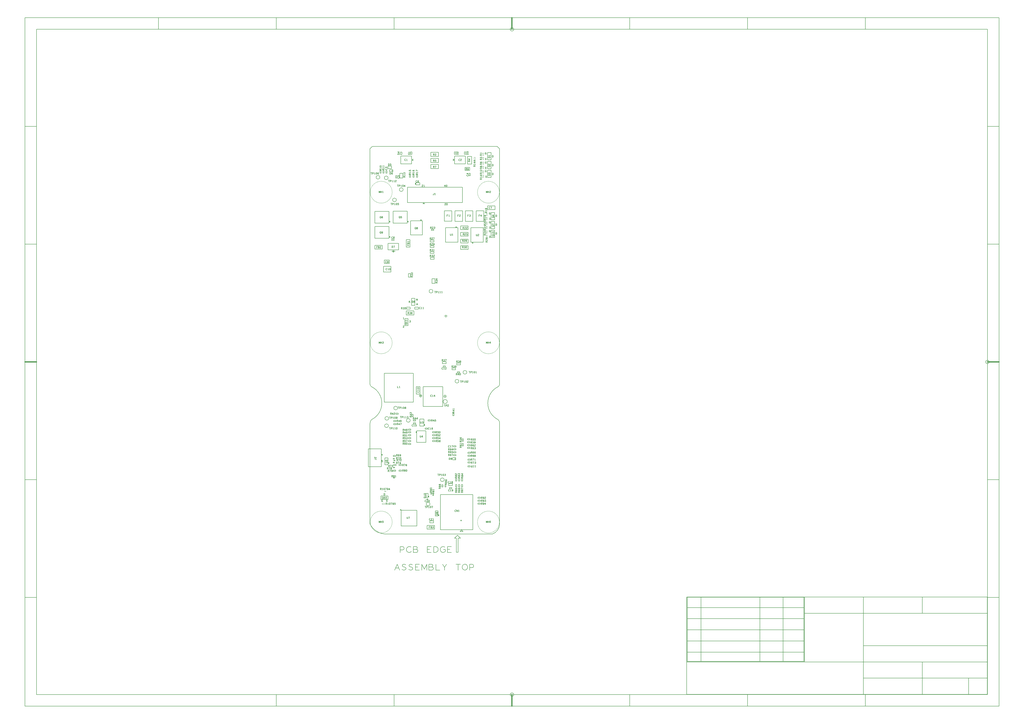
<source format=gbr>
G04 ================== begin FILE IDENTIFICATION RECORD ==================*
G04 Layout Name:  CONTROLLER_REV_B-08042023.brd*
G04 Film Name:    OC - FEMA - CNTRLR-v1-Rev-C-AST.gbr*
G04 File Format:  Gerber RS274X*
G04 File Origin:  Cadence Allegro 17.2-061*
G04 Origin Date:  Sun Apr 09 12:44:52 2023*
G04 *
G04 Layer:  DRAWING FORMAT/TITLE_DATA1*
G04 Layer:  BOARD GEOMETRY/ASSEMBLY_TOP*
G04 Layer:  REF DES/ASSEMBLY_TOP*
G04 Layer:  PACKAGE GEOMETRY/ASSEMBLY_TOP*
G04 Layer:  DRAWING FORMAT/ASPR*
G04 Layer:  DRAWING FORMAT/FILM_LABEL_OUTLINE*
G04 Layer:  BOARD GEOMETRY/OUTLINE*
G04 *
G04 Offset:    (0.000 0.000)*
G04 Mirror:    No*
G04 Mode:      Positive*
G04 Rotation:  0*
G04 FullContactRelief:  No*
G04 UndefLineWidth:     6.000*
G04 ================== end FILE IDENTIFICATION RECORD ====================*
%FSLAX55Y55*MOIN*%
%IR0*IPPOS*OFA0.00000B0.00000*MIA0B0*SFA1.00000B1.00000*%
%ADD10C,.005*%
%ADD11C,.006*%
%ADD12C,.008*%
%ADD13C,.002008*%
%ADD14C,.004016*%
%ADD15C,.00591*%
%ADD16C,.005902*%
%ADD17C,.001969*%
%ADD18C,.007874*%
%ADD19C,.019685*%
G75*
%LPD*%
G75*
G54D10*
G01X0Y149284D02*
Y109903D01*
G01X9800Y126105D02*
X10100Y126314D01*
X10300Y126564D01*
X10400Y126855D01*
X10300Y127189D01*
X10100Y127439D01*
X9800Y127689D01*
X9400Y127772D01*
X7400D01*
G01X7900Y129047D02*
X7600Y129297D01*
X7450Y129589D01*
X7400Y129922D01*
X7500Y130339D01*
X7750Y130630D01*
X8050Y130714D01*
X8350Y130672D01*
X8600Y130505D01*
X9100Y129672D01*
X9450Y129297D01*
X9950Y129047D01*
X10400Y128964D01*
Y130714D01*
G01X-2750Y144753D02*
Y114434D01*
X19290D01*
Y144753D01*
X-2750D01*
G01X11108Y485800D02*
Y488800D01*
X12692D01*
G01X12108Y487350D02*
X11108D01*
G01X15133Y487400D02*
X15300Y487550D01*
X15425Y487800D01*
X15508Y488150D01*
X15425Y488450D01*
X15258Y488650D01*
X14967Y488800D01*
X13842D01*
Y485800D01*
X15217D01*
X15508Y486000D01*
X15675Y486300D01*
X15758Y486650D01*
X15675Y487000D01*
X15425Y487300D01*
X15133Y487400D01*
X13842D01*
G01X16908Y488300D02*
X17158Y488600D01*
X17450Y488750D01*
X17783Y488800D01*
X18200Y488700D01*
X18492Y488450D01*
X18575Y488150D01*
X18533Y487850D01*
X18367Y487600D01*
X17533Y487100D01*
X17158Y486750D01*
X16908Y486250D01*
X16825Y485800D01*
X18575D01*
G01X20867Y484195D02*
X8267D01*
Y490495D01*
X20867D01*
Y484195D01*
G01X32239Y502275D02*
X8223D01*
Y522354D01*
X32239D01*
Y502275D01*
G01X32335Y528065D02*
X8320D01*
Y548144D01*
X32335D01*
Y528065D01*
G01X2200Y614000D02*
Y611000D01*
G01X1242Y614000D02*
X3158D01*
G01X4267Y611000D02*
Y614000D01*
X5267D01*
X5600Y613850D01*
X5850Y613500D01*
X5933Y613100D01*
X5850Y612700D01*
X5642Y612400D01*
X5267Y612250D01*
X4267D01*
G01X8000Y611000D02*
Y614000D01*
X7500Y613400D01*
G01Y611000D02*
X8500D01*
G01X10900Y614000D02*
X10567Y613900D01*
X10317Y613650D01*
X10150Y613350D01*
X10025Y612950D01*
X9983Y612500D01*
X10025Y612050D01*
X10150Y611650D01*
X10317Y611350D01*
X10567Y611100D01*
X10900Y611000D01*
X11233Y611100D01*
X11483Y611350D01*
X11650Y611650D01*
X11775Y612050D01*
X11817Y612500D01*
X11775Y612950D01*
X11650Y613350D01*
X11483Y613650D01*
X11233Y613900D01*
X10900Y614000D01*
G01X13008Y612250D02*
X13300Y612600D01*
X13550Y612800D01*
X13883Y612900D01*
X14175Y612800D01*
X14383Y612600D01*
X14550Y612300D01*
X14592Y611950D01*
X14550Y611650D01*
X14383Y611350D01*
X14133Y611100D01*
X13842Y611000D01*
X13508Y611100D01*
X13217Y611400D01*
X13050Y611850D01*
X13008Y612350D01*
X13092Y613000D01*
X13217Y613350D01*
X13425Y613700D01*
X13717Y613950D01*
X14008Y614000D01*
X14300Y613900D01*
X14508Y613650D01*
G01X15017Y19348D02*
Y22348D01*
X16100Y19848D01*
X17184Y22348D01*
Y19348D01*
G01X18125D02*
Y22348D01*
G01X19875D02*
Y19348D01*
G01Y20848D02*
X18125D01*
G01X20983Y19798D02*
X21233Y19548D01*
X21525Y19398D01*
X21900Y19348D01*
X22275Y19448D01*
X22567Y19648D01*
X22775Y19998D01*
X22817Y20398D01*
X22733Y20798D01*
X22525Y21048D01*
X22233Y21248D01*
X21942Y21298D01*
X21650Y21248D01*
X21275Y21048D01*
X21400Y22348D01*
X22525D01*
G01X26917Y50000D02*
Y53000D01*
X27958D01*
X28292Y52850D01*
X28500Y52650D01*
X28583Y52250D01*
X28500Y51850D01*
X28250Y51600D01*
X27958Y51450D01*
X26917D01*
G01X27958D02*
X28583Y50000D01*
G01X30650D02*
Y53000D01*
X30150Y52400D01*
G01Y50000D02*
X31150D01*
G01X33550Y53000D02*
X33217Y52900D01*
X32967Y52650D01*
X32800Y52350D01*
X32675Y51950D01*
X32633Y51500D01*
X32675Y51050D01*
X32800Y50650D01*
X32967Y50350D01*
X33217Y50100D01*
X33550Y50000D01*
X33883Y50100D01*
X34133Y50350D01*
X34300Y50650D01*
X34425Y51050D01*
X34467Y51500D01*
X34425Y51950D01*
X34300Y52350D01*
X34133Y52650D01*
X33883Y52900D01*
X33550Y53000D01*
G01X36367Y50000D02*
X36450Y50650D01*
X36575Y51200D01*
X36742Y51700D01*
X36950Y52250D01*
X37283Y53000D01*
X35617D01*
G01X38642Y50350D02*
X38933Y50100D01*
X39267Y50000D01*
X39600Y50100D01*
X39892Y50400D01*
X40100Y50850D01*
X40183Y51300D01*
Y51850D01*
X40100Y52300D01*
X39892Y52700D01*
X39642Y52900D01*
X39350Y53000D01*
X39017Y52900D01*
X38767Y52700D01*
X38600Y52400D01*
X38517Y52000D01*
X38600Y51650D01*
X38808Y51300D01*
X39058Y51100D01*
X39350Y51050D01*
X39683Y51150D01*
X39933Y51400D01*
X40183Y51850D01*
G01X41333Y50450D02*
X41583Y50200D01*
X41875Y50050D01*
X42250Y50000D01*
X42625Y50100D01*
X42917Y50300D01*
X43125Y50650D01*
X43167Y51050D01*
X43083Y51450D01*
X42875Y51700D01*
X42583Y51900D01*
X42292Y51950D01*
X42000Y51900D01*
X41625Y51700D01*
X41750Y53000D01*
X42875D01*
G01X21600Y60000D02*
X21267Y60050D01*
X20975Y60250D01*
X20725Y60550D01*
X20558Y60900D01*
X20475Y61300D01*
Y61700D01*
X20558Y62100D01*
X20725Y62450D01*
X20975Y62750D01*
X21267Y62950D01*
X21600Y63000D01*
X21933Y62950D01*
X22225Y62750D01*
X22475Y62450D01*
X22642Y62100D01*
X22725Y61700D01*
Y61300D01*
X22642Y60900D01*
X22475Y60550D01*
X22225Y60250D01*
X21933Y60050D01*
X21600Y60000D01*
G01X21933Y60800D02*
X22433Y60000D01*
G01X23583Y60450D02*
X23833Y60200D01*
X24125Y60050D01*
X24500Y60000D01*
X24875Y60100D01*
X25167Y60300D01*
X25375Y60650D01*
X25417Y61050D01*
X25333Y61450D01*
X25125Y61700D01*
X24833Y61900D01*
X24542Y61950D01*
X24250Y61900D01*
X23875Y61700D01*
X24000Y63000D01*
X25125D01*
G01X26483Y60450D02*
X26733Y60200D01*
X27025Y60050D01*
X27400Y60000D01*
X27775Y60100D01*
X28067Y60300D01*
X28275Y60650D01*
X28317Y61050D01*
X28233Y61450D01*
X28025Y61700D01*
X27733Y61900D01*
X27442Y61950D01*
X27150Y61900D01*
X26775Y61700D01*
X26900Y63000D01*
X28025D01*
G01X20750Y56500D02*
X21583D01*
Y55600D01*
X21333Y55300D01*
X21042Y55100D01*
X20625Y55000D01*
X20208Y55100D01*
X19917Y55300D01*
X19667Y55600D01*
X19500Y55950D01*
X19417Y56350D01*
Y56700D01*
X19500Y57000D01*
X19667Y57350D01*
X19917Y57650D01*
X20167Y57850D01*
X20500Y58000D01*
X20792D01*
X21125Y57900D01*
X21375Y57700D01*
G01X23583Y66000D02*
Y69000D01*
X24417D01*
X24750Y68850D01*
X25000Y68650D01*
X25208Y68350D01*
X25375Y68000D01*
X25417Y67500D01*
X25375Y67000D01*
X25208Y66650D01*
X25000Y66350D01*
X24750Y66150D01*
X24417Y66000D01*
X23583D01*
G01X27625Y55400D02*
X27958Y55150D01*
X28333Y55000D01*
X28667D01*
X29000Y55150D01*
X29250Y55400D01*
X29375Y55750D01*
X29292Y56100D01*
X29083Y56400D01*
X28708Y56600D01*
X28208Y56700D01*
X27917Y56900D01*
X27792Y57250D01*
X27875Y57600D01*
X28083Y57850D01*
X28375Y58000D01*
X28667D01*
X28958Y57900D01*
X29208Y57650D01*
G01X17417Y75000D02*
Y78000D01*
X18458D01*
X18792Y77850D01*
X19000Y77650D01*
X19083Y77250D01*
X19000Y76850D01*
X18750Y76600D01*
X18458Y76450D01*
X17417D01*
G01X18458D02*
X19083Y75000D01*
G01X21150D02*
Y78000D01*
X20650Y77400D01*
G01Y75000D02*
X21650D01*
G01X24050Y78000D02*
X23717Y77900D01*
X23467Y77650D01*
X23300Y77350D01*
X23175Y76950D01*
X23133Y76500D01*
X23175Y76050D01*
X23300Y75650D01*
X23467Y75350D01*
X23717Y75100D01*
X24050Y75000D01*
X24383Y75100D01*
X24633Y75350D01*
X24800Y75650D01*
X24925Y76050D01*
X24967Y76500D01*
X24925Y76950D01*
X24800Y77350D01*
X24633Y77650D01*
X24383Y77900D01*
X24050Y78000D01*
G01X26867Y75000D02*
X26950Y75650D01*
X27075Y76200D01*
X27242Y76700D01*
X27450Y77250D01*
X27783Y78000D01*
X26117D01*
G01X29142Y75350D02*
X29433Y75100D01*
X29767Y75000D01*
X30100Y75100D01*
X30392Y75400D01*
X30600Y75850D01*
X30683Y76300D01*
Y76850D01*
X30600Y77300D01*
X30392Y77700D01*
X30142Y77900D01*
X29850Y78000D01*
X29517Y77900D01*
X29267Y77700D01*
X29100Y77400D01*
X29017Y77000D01*
X29100Y76650D01*
X29308Y76300D01*
X29558Y76100D01*
X29850Y76050D01*
X30183Y76150D01*
X30433Y76400D01*
X30683Y76850D01*
G01X33250Y75000D02*
Y78000D01*
X31708Y75850D01*
X33792D01*
G01X30559Y105854D02*
Y108854D01*
X31601D01*
X31934Y108704D01*
X32142Y108504D01*
X32226Y108104D01*
X32142Y107704D01*
X31892Y107454D01*
X31601Y107304D01*
X30559D01*
G01X31601D02*
X32226Y105854D01*
G01X34209D02*
X34292Y106504D01*
X34418Y107054D01*
X34584Y107554D01*
X34793Y108104D01*
X35126Y108854D01*
X33459D01*
G01X36484Y106204D02*
X36776Y105954D01*
X37109Y105854D01*
X37442Y105954D01*
X37734Y106254D01*
X37942Y106704D01*
X38026Y107154D01*
Y107704D01*
X37942Y108154D01*
X37734Y108554D01*
X37484Y108754D01*
X37192Y108854D01*
X36859Y108754D01*
X36609Y108554D01*
X36442Y108254D01*
X36359Y107854D01*
X36442Y107504D01*
X36651Y107154D01*
X36901Y106954D01*
X37192Y106904D01*
X37526Y107004D01*
X37776Y107254D01*
X38026Y107704D01*
G01X31432Y114004D02*
Y117004D01*
X32474D01*
X32807Y116854D01*
X33016Y116654D01*
X33099Y116254D01*
X33016Y115854D01*
X32766Y115604D01*
X32474Y115454D01*
X31432D01*
G01X32474D02*
X33099Y114004D01*
G01X35082D02*
X35166Y114654D01*
X35291Y115204D01*
X35457Y115704D01*
X35666Y116254D01*
X35999Y117004D01*
X34332D01*
G01X37149Y114454D02*
X37399Y114204D01*
X37691Y114054D01*
X38066Y114004D01*
X38441Y114104D01*
X38732Y114304D01*
X38941Y114654D01*
X38982Y115054D01*
X38899Y115454D01*
X38691Y115704D01*
X38399Y115904D01*
X38107Y115954D01*
X37816Y115904D01*
X37441Y115704D01*
X37566Y117004D01*
X38691D01*
G01X29267Y110000D02*
Y113000D01*
X30308D01*
X30642Y112850D01*
X30850Y112650D01*
X30933Y112250D01*
X30850Y111850D01*
X30600Y111600D01*
X30308Y111450D01*
X29267D01*
G01X30308D02*
X30933Y110000D01*
G01X32917D02*
X33000Y110650D01*
X33125Y111200D01*
X33292Y111700D01*
X33500Y112250D01*
X33833Y113000D01*
X32167D01*
G01X35900Y110000D02*
X36192Y110050D01*
X36525Y110200D01*
X36733Y110450D01*
X36817Y110800D01*
X36733Y111150D01*
X36483Y111450D01*
X36108Y111600D01*
X35692D01*
X35442Y111700D01*
X35233Y111950D01*
X35150Y112300D01*
X35275Y112650D01*
X35567Y112900D01*
X35900Y113000D01*
X36233Y112900D01*
X36525Y112650D01*
X36650Y112300D01*
X36567Y111950D01*
X36358Y111700D01*
X36108Y111600D01*
X35692D01*
X35317Y111450D01*
X35067Y111150D01*
X34983Y110800D01*
X35067Y110450D01*
X35275Y110200D01*
X35608Y110050D01*
X35900Y110000D01*
G01X19583Y122950D02*
X19833Y122700D01*
X20125Y122550D01*
X20500Y122500D01*
X20875Y122600D01*
X21167Y122800D01*
X21375Y123150D01*
X21417Y123550D01*
X21333Y123950D01*
X21125Y124200D01*
X20833Y124400D01*
X20542Y124450D01*
X20250Y124400D01*
X19875Y124200D01*
X20000Y125500D01*
X21125D01*
G01X19930Y134594D02*
X20930Y135594D01*
Y133594D01*
X19930Y134594D01*
G01X26500Y121133D02*
X28650D01*
X29100Y121300D01*
X29400Y121633D01*
X29500Y122050D01*
X29400Y122467D01*
X29100Y122800D01*
X28650Y122967D01*
X26500D01*
G01X29050Y124033D02*
X29300Y124283D01*
X29450Y124575D01*
X29500Y124950D01*
X29400Y125325D01*
X29200Y125617D01*
X28850Y125825D01*
X28450Y125867D01*
X28050Y125783D01*
X27800Y125575D01*
X27600Y125283D01*
X27550Y124992D01*
X27600Y124700D01*
X27800Y124325D01*
X26500Y124450D01*
Y125575D01*
G01X31335Y120569D02*
X32335Y119569D01*
Y121569D01*
X31335Y120569D01*
G01X25079Y117663D02*
Y129474D01*
X30591D01*
Y117663D01*
X25079D01*
G01X73456Y223998D02*
Y273210D01*
X24244D01*
Y223998D01*
X73456D01*
G01X15017Y323744D02*
Y326744D01*
X16100Y324244D01*
X17184Y326744D01*
Y323744D01*
G01X18125D02*
Y326744D01*
G01X19875D02*
Y323744D01*
G01Y325244D02*
X18125D01*
G01X20983Y324344D02*
X21233Y323993D01*
X21567Y323794D01*
X21942Y323744D01*
X22275Y323794D01*
X22608Y324043D01*
X22817Y324344D01*
X22858Y324644D01*
X22775Y324993D01*
X22483Y325244D01*
X22192Y325344D01*
X21817D01*
G01X22192D02*
X22442Y325494D01*
X22650Y325743D01*
X22733Y326044D01*
X22650Y326344D01*
X22442Y326593D01*
X22067Y326744D01*
X21692Y326694D01*
X21317Y326494D01*
G01X28284Y463466D02*
X28034Y463616D01*
X27742Y463716D01*
X27409D01*
X27034Y463566D01*
X26742Y463316D01*
X26534Y463016D01*
X26367Y462516D01*
X26326Y462066D01*
X26409Y461616D01*
X26534Y461316D01*
X26784Y461016D01*
X27076Y460816D01*
X27367Y460716D01*
X27659D01*
X27951Y460816D01*
X28201Y460966D01*
X28409Y461166D01*
G01X29559Y461066D02*
X29851Y460816D01*
X30184Y460716D01*
X30517Y460816D01*
X30809Y461116D01*
X31017Y461566D01*
X31101Y462016D01*
Y462566D01*
X31017Y463016D01*
X30809Y463416D01*
X30559Y463616D01*
X30267Y463716D01*
X29934Y463616D01*
X29684Y463416D01*
X29517Y463116D01*
X29434Y462716D01*
X29517Y462366D01*
X29726Y462016D01*
X29976Y461816D01*
X30267Y461766D01*
X30601Y461866D01*
X30851Y462116D01*
X31101Y462566D01*
G01X32948Y459610D02*
X24287D01*
Y465319D01*
X32948D01*
Y459610D01*
G01X28867Y451150D02*
X28617Y451300D01*
X28325Y451400D01*
X27992D01*
X27617Y451250D01*
X27325Y451000D01*
X27117Y450700D01*
X26950Y450200D01*
X26908Y449750D01*
X26992Y449300D01*
X27117Y449000D01*
X27367Y448700D01*
X27658Y448500D01*
X27950Y448400D01*
X28242D01*
X28533Y448500D01*
X28783Y448650D01*
X28992Y448850D01*
G01X30850Y448400D02*
Y451400D01*
X30350Y450800D01*
G01Y448400D02*
X31350D01*
G01X33750Y451400D02*
X33417Y451300D01*
X33167Y451050D01*
X33000Y450750D01*
X32875Y450350D01*
X32833Y449900D01*
X32875Y449450D01*
X33000Y449050D01*
X33167Y448750D01*
X33417Y448500D01*
X33750Y448400D01*
X34083Y448500D01*
X34333Y448750D01*
X34500Y449050D01*
X34625Y449450D01*
X34667Y449900D01*
X34625Y450350D01*
X34500Y450750D01*
X34333Y451050D01*
X34083Y451300D01*
X33750Y451400D01*
G01X35507Y454836D02*
X22908D01*
Y445033D01*
X35507D01*
Y454836D01*
G01X17781Y510765D02*
X17447Y510815D01*
X17156Y511015D01*
X16906Y511315D01*
X16739Y511665D01*
X16656Y512065D01*
Y512465D01*
X16739Y512865D01*
X16906Y513215D01*
X17156Y513515D01*
X17447Y513715D01*
X17781Y513765D01*
X18114Y513715D01*
X18406Y513515D01*
X18656Y513215D01*
X18822Y512865D01*
X18906Y512465D01*
Y512065D01*
X18822Y511665D01*
X18656Y511315D01*
X18406Y511015D01*
X18114Y510815D01*
X17781Y510765D01*
G01X18114Y511565D02*
X18614Y510765D01*
G01X19972Y511115D02*
X20264Y510865D01*
X20597Y510765D01*
X20931Y510865D01*
X21222Y511165D01*
X21431Y511615D01*
X21514Y512065D01*
Y512615D01*
X21431Y513065D01*
X21222Y513465D01*
X20972Y513665D01*
X20681Y513765D01*
X20347Y513665D01*
X20098Y513465D01*
X19931Y513165D01*
X19848Y512765D01*
X19931Y512415D01*
X20139Y512065D01*
X20389Y511865D01*
X20681Y511815D01*
X21014Y511915D01*
X21264Y512165D01*
X21514Y512615D01*
G01X17877Y536556D02*
X17544Y536606D01*
X17252Y536806D01*
X17002Y537106D01*
X16836Y537456D01*
X16752Y537856D01*
Y538256D01*
X16836Y538656D01*
X17002Y539006D01*
X17252Y539306D01*
X17544Y539506D01*
X17877Y539556D01*
X18211Y539506D01*
X18502Y539306D01*
X18752Y539006D01*
X18919Y538656D01*
X19002Y538256D01*
Y537856D01*
X18919Y537456D01*
X18752Y537106D01*
X18502Y536806D01*
X18211Y536606D01*
X17877Y536556D01*
G01X18211Y537356D02*
X18711Y536556D01*
G01X19986Y537806D02*
X20277Y538156D01*
X20527Y538356D01*
X20861Y538456D01*
X21152Y538356D01*
X21361Y538156D01*
X21527Y537856D01*
X21569Y537506D01*
X21527Y537206D01*
X21361Y536906D01*
X21111Y536656D01*
X20819Y536556D01*
X20486Y536656D01*
X20194Y536956D01*
X20027Y537406D01*
X19986Y537906D01*
X20069Y538556D01*
X20194Y538906D01*
X20402Y539256D01*
X20694Y539506D01*
X20986Y539556D01*
X21277Y539456D01*
X21486Y539206D01*
G01X15017Y579574D02*
Y582574D01*
X16100Y580074D01*
X17184Y582574D01*
Y579574D01*
G01X18125D02*
Y582574D01*
G01X19875D02*
Y579574D01*
G01Y581074D02*
X18125D01*
G01X21900Y579574D02*
Y582574D01*
X21400Y581974D01*
G01Y579574D02*
X22400D01*
G01X32200Y601000D02*
Y598000D01*
G01X31242Y601000D02*
X33158D01*
G01X34267Y598000D02*
Y601000D01*
X35267D01*
X35600Y600850D01*
X35850Y600500D01*
X35933Y600100D01*
X35850Y599700D01*
X35642Y599400D01*
X35267Y599250D01*
X34267D01*
G01X38000Y598000D02*
Y601000D01*
X37500Y600400D01*
G01Y598000D02*
X38500D01*
G01X40900D02*
Y601000D01*
X40400Y600400D01*
G01Y598000D02*
X41400D01*
G01X43008Y600500D02*
X43258Y600800D01*
X43550Y600950D01*
X43883Y601000D01*
X44300Y600900D01*
X44592Y600650D01*
X44675Y600350D01*
X44633Y600050D01*
X44467Y599800D01*
X43633Y599300D01*
X43258Y598950D01*
X43008Y598450D01*
X42925Y598000D01*
X44675D01*
G01X26250Y620497D02*
X26100Y620246D01*
X26000Y619955D01*
Y619622D01*
X26150Y619246D01*
X26400Y618955D01*
X26700Y618747D01*
X27200Y618580D01*
X27650Y618538D01*
X28100Y618622D01*
X28400Y618747D01*
X28700Y618997D01*
X28900Y619288D01*
X29000Y619580D01*
Y619872D01*
X28900Y620163D01*
X28750Y620413D01*
X28550Y620622D01*
G01X28400Y621563D02*
X28750Y621813D01*
X28950Y622146D01*
X29000Y622522D01*
X28950Y622855D01*
X28700Y623188D01*
X28400Y623397D01*
X28100Y623438D01*
X27750Y623355D01*
X27500Y623063D01*
X27400Y622772D01*
Y622397D01*
G01Y622772D02*
X27250Y623022D01*
X27000Y623230D01*
X26700Y623313D01*
X26400Y623230D01*
X26150Y623022D01*
X26000Y622647D01*
X26050Y622272D01*
X26250Y621897D01*
G01X28684Y613161D02*
Y617098D01*
X26716D01*
Y613161D01*
X28684D01*
G01X19400Y618167D02*
X16400D01*
Y619208D01*
X16550Y619542D01*
X16750Y619750D01*
X17150Y619833D01*
X17550Y619750D01*
X17800Y619500D01*
X17950Y619208D01*
Y618167D01*
G01Y619208D02*
X19400Y619833D01*
G01Y621900D02*
X16400D01*
X17000Y621400D01*
G01X19400D02*
Y622400D01*
G01X16400Y624800D02*
X16500Y624467D01*
X16750Y624217D01*
X17050Y624050D01*
X17450Y623925D01*
X17900Y623883D01*
X18350Y623925D01*
X18750Y624050D01*
X19050Y624217D01*
X19300Y624467D01*
X19400Y624800D01*
X19300Y625133D01*
X19050Y625383D01*
X18750Y625550D01*
X18350Y625675D01*
X17900Y625717D01*
X17450Y625675D01*
X17050Y625550D01*
X16750Y625383D01*
X16500Y625133D01*
X16400Y624800D01*
G01X16912Y617098D02*
Y613161D01*
X18881D01*
Y617098D01*
X16912D01*
G01X24098Y618297D02*
X21098D01*
Y619338D01*
X21248Y619672D01*
X21448Y619880D01*
X21848Y619963D01*
X22248Y619880D01*
X22498Y619630D01*
X22648Y619338D01*
Y618297D01*
G01Y619338D02*
X24098Y619963D01*
G01Y622030D02*
X21098D01*
X21698Y621530D01*
G01X24098D02*
Y622530D01*
G01Y624930D02*
X21098D01*
X21698Y624430D01*
G01X24098D02*
Y625430D01*
G01X23783Y613161D02*
Y617098D01*
X21814D01*
Y613161D01*
X23783D01*
G01X31133Y626000D02*
Y629000D01*
X31967D01*
X32300Y628850D01*
X32550Y628650D01*
X32758Y628350D01*
X32925Y628000D01*
X32967Y627500D01*
X32925Y627000D01*
X32758Y626650D01*
X32550Y626350D01*
X32300Y626150D01*
X31967Y626000D01*
X31133D01*
G01X34033Y626450D02*
X34283Y626200D01*
X34575Y626050D01*
X34950Y626000D01*
X35325Y626100D01*
X35617Y626300D01*
X35825Y626650D01*
X35867Y627050D01*
X35783Y627450D01*
X35575Y627700D01*
X35283Y627900D01*
X34992Y627950D01*
X34700Y627900D01*
X34325Y627700D01*
X34450Y629000D01*
X35575D01*
G01X30488Y620835D02*
X36394D01*
Y625165D01*
X30488D01*
Y620835D01*
G01X52500Y40700D02*
Y42100D01*
X51100Y40700D01*
X52500D01*
G01X43461Y108838D02*
X39524D01*
Y106870D01*
X43461D01*
Y108838D01*
G01X53156Y108793D02*
X49219D01*
Y106825D01*
X53156D01*
Y108793D01*
G01X41768Y112294D02*
Y113475D01*
X39406D01*
Y112294D01*
X41768D01*
G01X36867Y96800D02*
Y99800D01*
X37908D01*
X38242Y99650D01*
X38450Y99450D01*
X38533Y99050D01*
X38450Y98650D01*
X38200Y98400D01*
X37908Y98250D01*
X36867D01*
G01X37908D02*
X38533Y96800D01*
G01X40600D02*
X40892Y96850D01*
X41225Y97000D01*
X41433Y97250D01*
X41517Y97600D01*
X41433Y97950D01*
X41183Y98250D01*
X40808Y98400D01*
X40392D01*
X40142Y98500D01*
X39933Y98750D01*
X39850Y99100D01*
X39975Y99450D01*
X40267Y99700D01*
X40600Y99800D01*
X40933Y99700D01*
X41225Y99450D01*
X41350Y99100D01*
X41267Y98750D01*
X41058Y98500D01*
X40808Y98400D01*
X40392D01*
X40017Y98250D01*
X39767Y97950D01*
X39683Y97600D01*
X39767Y97250D01*
X39975Y97000D01*
X40308Y96850D01*
X40600Y96800D01*
G01X43500D02*
Y99800D01*
X43000Y99200D01*
G01Y96800D02*
X44000D01*
G01X41768Y95094D02*
Y96275D01*
X39406D01*
Y95094D01*
X41768D01*
G01X53156Y118242D02*
X49219D01*
Y116274D01*
X53156D01*
Y118242D01*
G01X44767Y132300D02*
Y135300D01*
X45808D01*
X46142Y135150D01*
X46350Y134950D01*
X46433Y134550D01*
X46350Y134150D01*
X46100Y133900D01*
X45808Y133750D01*
X44767D01*
G01X45808D02*
X46433Y132300D01*
G01X47708Y133550D02*
X48000Y133900D01*
X48250Y134100D01*
X48583Y134200D01*
X48875Y134100D01*
X49083Y133900D01*
X49250Y133600D01*
X49292Y133250D01*
X49250Y132950D01*
X49083Y132650D01*
X48833Y132400D01*
X48542Y132300D01*
X48208Y132400D01*
X47917Y132700D01*
X47750Y133150D01*
X47708Y133650D01*
X47792Y134300D01*
X47917Y134650D01*
X48125Y135000D01*
X48417Y135250D01*
X48708Y135300D01*
X49000Y135200D01*
X49208Y134950D01*
G01X50692Y132650D02*
X50983Y132400D01*
X51317Y132300D01*
X51650Y132400D01*
X51942Y132700D01*
X52150Y133150D01*
X52233Y133600D01*
Y134150D01*
X52150Y134600D01*
X51942Y135000D01*
X51692Y135200D01*
X51400Y135300D01*
X51067Y135200D01*
X50817Y135000D01*
X50650Y134700D01*
X50567Y134300D01*
X50650Y133950D01*
X50858Y133600D01*
X51108Y133400D01*
X51400Y133350D01*
X51733Y133450D01*
X51983Y133700D01*
X52233Y134150D01*
G01X39348Y131872D02*
X43285D01*
Y133841D01*
X39348D01*
Y131872D01*
G01X44251Y118246D02*
X40314D01*
Y116278D01*
X44251D01*
Y118246D01*
G01X44967Y127500D02*
Y130500D01*
X46008D01*
X46342Y130350D01*
X46550Y130150D01*
X46633Y129750D01*
X46550Y129350D01*
X46300Y129100D01*
X46008Y128950D01*
X44967D01*
G01X46008D02*
X46633Y127500D01*
G01X48617D02*
X48700Y128150D01*
X48825Y128700D01*
X48992Y129200D01*
X49200Y129750D01*
X49533Y130500D01*
X47867D01*
G01X51600D02*
X51267Y130400D01*
X51017Y130150D01*
X50850Y129850D01*
X50725Y129450D01*
X50683Y129000D01*
X50725Y128550D01*
X50850Y128150D01*
X51017Y127850D01*
X51267Y127600D01*
X51600Y127500D01*
X51933Y127600D01*
X52183Y127850D01*
X52350Y128150D01*
X52475Y128550D01*
X52517Y129000D01*
X52475Y129450D01*
X52350Y129850D01*
X52183Y130150D01*
X51933Y130400D01*
X51600Y130500D01*
G01X41568Y127294D02*
Y128475D01*
X39206D01*
Y127294D01*
X41568D01*
G01X44767Y119300D02*
Y122300D01*
X45808D01*
X46142Y122150D01*
X46350Y121950D01*
X46433Y121550D01*
X46350Y121150D01*
X46100Y120900D01*
X45808Y120750D01*
X44767D01*
G01X45808D02*
X46433Y119300D01*
G01X48417D02*
X48500Y119950D01*
X48625Y120500D01*
X48792Y121000D01*
X49000Y121550D01*
X49333Y122300D01*
X47667D01*
G01X51900Y119300D02*
Y122300D01*
X50358Y120150D01*
X52442D01*
G01X41568Y120894D02*
Y122075D01*
X39206D01*
Y120894D01*
X41568D01*
G01X45631Y123893D02*
Y126893D01*
X46673D01*
X47006Y126743D01*
X47214Y126543D01*
X47298Y126143D01*
X47214Y125743D01*
X46964Y125493D01*
X46673Y125343D01*
X45631D01*
G01X46673D02*
X47298Y123893D01*
G01X49281D02*
X49364Y124543D01*
X49489Y125093D01*
X49656Y125593D01*
X49864Y126143D01*
X50198Y126893D01*
X48531D01*
G01X51473Y126393D02*
X51723Y126693D01*
X52014Y126843D01*
X52348Y126893D01*
X52764Y126793D01*
X53056Y126543D01*
X53139Y126243D01*
X53098Y125943D01*
X52931Y125693D01*
X52098Y125193D01*
X51723Y124843D01*
X51473Y124343D01*
X51389Y123893D01*
X53139D01*
G01X42433Y124287D02*
Y125469D01*
X40071D01*
Y124287D01*
X42433D01*
G01X45667Y190700D02*
Y193700D01*
X46708D01*
X47042Y193550D01*
X47250Y193350D01*
X47333Y192950D01*
X47250Y192550D01*
X47000Y192300D01*
X46708Y192150D01*
X45667D01*
G01X46708D02*
X47333Y190700D01*
G01X49900D02*
Y193700D01*
X48358Y191550D01*
X50442D01*
G01X51508Y191950D02*
X51800Y192300D01*
X52050Y192500D01*
X52383Y192600D01*
X52675Y192500D01*
X52883Y192300D01*
X53050Y192000D01*
X53092Y191650D01*
X53050Y191350D01*
X52883Y191050D01*
X52633Y190800D01*
X52342Y190700D01*
X52008Y190800D01*
X51717Y191100D01*
X51550Y191550D01*
X51508Y192050D01*
X51592Y192700D01*
X51717Y193050D01*
X51925Y193400D01*
X52217Y193650D01*
X52508Y193700D01*
X52800Y193600D01*
X53008Y193350D01*
G01X43968Y192984D02*
X40032D01*
Y191016D01*
X43968D01*
Y192984D01*
G01X45667Y185300D02*
Y188300D01*
X46708D01*
X47042Y188150D01*
X47250Y187950D01*
X47333Y187550D01*
X47250Y187150D01*
X47000Y186900D01*
X46708Y186750D01*
X45667D01*
G01X46708D02*
X47333Y185300D01*
G01X49900D02*
Y188300D01*
X48358Y186150D01*
X50442D01*
G01X52217Y185300D02*
X52300Y185950D01*
X52425Y186500D01*
X52592Y187000D01*
X52800Y187550D01*
X53133Y188300D01*
X51467D01*
G01X43968Y187584D02*
X40032D01*
Y185616D01*
X43968D01*
Y187584D01*
G01X33700Y199000D02*
Y196000D01*
G01X32742Y199000D02*
X34658D01*
G01X35767Y196000D02*
Y199000D01*
X36767D01*
X37100Y198850D01*
X37350Y198500D01*
X37433Y198100D01*
X37350Y197700D01*
X37142Y197400D01*
X36767Y197250D01*
X35767D01*
G01X39500Y196000D02*
Y199000D01*
X39000Y198400D01*
G01Y196000D02*
X40000D01*
G01X42400Y199000D02*
X42067Y198900D01*
X41817Y198650D01*
X41650Y198350D01*
X41525Y197950D01*
X41483Y197500D01*
X41525Y197050D01*
X41650Y196650D01*
X41817Y196350D01*
X42067Y196100D01*
X42400Y196000D01*
X42733Y196100D01*
X42983Y196350D01*
X43150Y196650D01*
X43275Y197050D01*
X43317Y197500D01*
X43275Y197950D01*
X43150Y198350D01*
X42983Y198650D01*
X42733Y198900D01*
X42400Y199000D01*
G01X44592Y196350D02*
X44883Y196100D01*
X45217Y196000D01*
X45550Y196100D01*
X45842Y196400D01*
X46050Y196850D01*
X46133Y197300D01*
Y197850D01*
X46050Y198300D01*
X45842Y198700D01*
X45592Y198900D01*
X45300Y199000D01*
X44967Y198900D01*
X44717Y198700D01*
X44550Y198400D01*
X44467Y198000D01*
X44550Y197650D01*
X44758Y197300D01*
X45008Y197100D01*
X45300Y197050D01*
X45633Y197150D01*
X45883Y197400D01*
X46133Y197850D01*
G01X33700Y181000D02*
Y178000D01*
G01X32742Y181000D02*
X34658D01*
G01X35767Y178000D02*
Y181000D01*
X36767D01*
X37100Y180850D01*
X37350Y180500D01*
X37433Y180100D01*
X37350Y179700D01*
X37142Y179400D01*
X36767Y179250D01*
X35767D01*
G01X39500Y178000D02*
Y181000D01*
X39000Y180400D01*
G01Y178000D02*
X40000D01*
G01X42400D02*
Y181000D01*
X41900Y180400D01*
G01Y178000D02*
X42900D01*
G01X45300Y181000D02*
X44967Y180900D01*
X44717Y180650D01*
X44550Y180350D01*
X44425Y179950D01*
X44383Y179500D01*
X44425Y179050D01*
X44550Y178650D01*
X44717Y178350D01*
X44967Y178100D01*
X45300Y178000D01*
X45633Y178100D01*
X45883Y178350D01*
X46050Y178650D01*
X46175Y179050D01*
X46217Y179500D01*
X46175Y179950D01*
X46050Y180350D01*
X45883Y180650D01*
X45633Y180900D01*
X45300Y181000D01*
G01X52200Y200000D02*
Y197000D01*
G01X51242Y200000D02*
X53158D01*
G01X54267Y197000D02*
Y200000D01*
X55267D01*
X55600Y199850D01*
X55850Y199500D01*
X55933Y199100D01*
X55850Y198700D01*
X55642Y198400D01*
X55267Y198250D01*
X54267D01*
G01X58000Y197000D02*
Y200000D01*
X57500Y199400D01*
G01Y197000D02*
X58500D01*
G01X60900D02*
Y200000D01*
X60400Y199400D01*
G01Y197000D02*
X61400D01*
G01X62883Y197600D02*
X63133Y197250D01*
X63467Y197050D01*
X63842Y197000D01*
X64175Y197050D01*
X64508Y197300D01*
X64717Y197600D01*
X64758Y197900D01*
X64675Y198250D01*
X64383Y198500D01*
X64092Y198600D01*
X63717D01*
G01X64092D02*
X64342Y198750D01*
X64550Y199000D01*
X64633Y199300D01*
X64550Y199600D01*
X64342Y199850D01*
X63967Y200000D01*
X63592Y199950D01*
X63217Y199750D01*
G01X34767Y203000D02*
Y206000D01*
X35808D01*
X36142Y205850D01*
X36350Y205650D01*
X36433Y205250D01*
X36350Y204850D01*
X36100Y204600D01*
X35808Y204450D01*
X34767D01*
G01X35808D02*
X36433Y203000D01*
G01X39000D02*
Y206000D01*
X37458Y203850D01*
X39542D01*
G01X40608Y205500D02*
X40858Y205800D01*
X41150Y205950D01*
X41483Y206000D01*
X41900Y205900D01*
X42192Y205650D01*
X42275Y205350D01*
X42233Y205050D01*
X42067Y204800D01*
X41233Y204300D01*
X40858Y203950D01*
X40608Y203450D01*
X40525Y203000D01*
X42275D01*
G01X43802Y203447D02*
X47739D01*
Y205416D01*
X43802D01*
Y203447D01*
G01X48478Y215916D02*
Y212916D01*
G01X47519Y215916D02*
X49436D01*
G01X50544Y212916D02*
Y215916D01*
X51544D01*
X51878Y215766D01*
X52128Y215416D01*
X52211Y215016D01*
X52128Y214616D01*
X51919Y214316D01*
X51544Y214166D01*
X50544D01*
G01X54278Y212916D02*
Y215916D01*
X53778Y215316D01*
G01Y212916D02*
X54778D01*
G01X57178Y215916D02*
X56844Y215816D01*
X56594Y215566D01*
X56428Y215266D01*
X56303Y214866D01*
X56261Y214416D01*
X56303Y213966D01*
X56428Y213566D01*
X56594Y213266D01*
X56844Y213016D01*
X57178Y212916D01*
X57511Y213016D01*
X57761Y213266D01*
X57928Y213566D01*
X58053Y213966D01*
X58094Y214416D01*
X58053Y214866D01*
X57928Y215266D01*
X57761Y215566D01*
X57511Y215816D01*
X57178Y215916D01*
G01X60078Y212916D02*
X60369Y212966D01*
X60703Y213116D01*
X60911Y213366D01*
X60994Y213716D01*
X60911Y214066D01*
X60661Y214366D01*
X60286Y214516D01*
X59869D01*
X59619Y214616D01*
X59411Y214866D01*
X59328Y215216D01*
X59453Y215566D01*
X59744Y215816D01*
X60078Y215916D01*
X60411Y215816D01*
X60703Y215566D01*
X60828Y215216D01*
X60744Y214866D01*
X60536Y214616D01*
X60286Y214516D01*
X59869D01*
X59494Y214366D01*
X59244Y214066D01*
X59161Y213716D01*
X59244Y213366D01*
X59453Y213116D01*
X59786Y212966D01*
X60078Y212916D01*
G01X46517Y251400D02*
Y248400D01*
X48183D01*
G01X50250D02*
Y251400D01*
X49750Y250800D01*
G01Y248400D02*
X50750D01*
G01X38467Y504750D02*
X38217Y504900D01*
X37925Y505000D01*
X37592D01*
X37217Y504850D01*
X36925Y504600D01*
X36717Y504300D01*
X36550Y503800D01*
X36508Y503350D01*
X36592Y502900D01*
X36717Y502600D01*
X36967Y502300D01*
X37258Y502100D01*
X37550Y502000D01*
X37842D01*
X38133Y502100D01*
X38383Y502250D01*
X38592Y502450D01*
G01X40450Y502000D02*
X40742Y502050D01*
X41075Y502200D01*
X41283Y502450D01*
X41367Y502800D01*
X41283Y503150D01*
X41033Y503450D01*
X40658Y503600D01*
X40242D01*
X39992Y503700D01*
X39783Y503950D01*
X39700Y504300D01*
X39825Y504650D01*
X40117Y504900D01*
X40450Y505000D01*
X40783Y504900D01*
X41075Y504650D01*
X41200Y504300D01*
X41117Y503950D01*
X40908Y503700D01*
X40658Y503600D01*
X40242D01*
X39867Y503450D01*
X39617Y503150D01*
X39533Y502800D01*
X39617Y502450D01*
X39825Y502200D01*
X40158Y502050D01*
X40450Y502000D01*
G01X36779Y498799D02*
X40716D01*
Y500768D01*
X36779D01*
Y498799D01*
G01X32731Y504814D02*
X33731Y503814D01*
Y505814D01*
X32731Y504814D01*
G01X37133Y486500D02*
Y489500D01*
X37967D01*
X38300Y489350D01*
X38550Y489150D01*
X38758Y488850D01*
X38925Y488500D01*
X38967Y488000D01*
X38925Y487500D01*
X38758Y487150D01*
X38550Y486850D01*
X38300Y486650D01*
X37967Y486500D01*
X37133D01*
G01X40867D02*
X40950Y487150D01*
X41075Y487700D01*
X41242Y488200D01*
X41450Y488750D01*
X41783Y489500D01*
X40117D01*
G01X50150Y536800D02*
X49817Y536850D01*
X49525Y537050D01*
X49275Y537350D01*
X49108Y537700D01*
X49025Y538100D01*
Y538500D01*
X49108Y538900D01*
X49275Y539250D01*
X49525Y539550D01*
X49817Y539750D01*
X50150Y539800D01*
X50483Y539750D01*
X50775Y539550D01*
X51025Y539250D01*
X51192Y538900D01*
X51275Y538500D01*
Y538100D01*
X51192Y537700D01*
X51025Y537350D01*
X50775Y537050D01*
X50483Y536850D01*
X50150Y536800D01*
G01X50483Y537600D02*
X50983Y536800D01*
G01X52133Y537250D02*
X52383Y537000D01*
X52675Y536850D01*
X53050Y536800D01*
X53425Y536900D01*
X53717Y537100D01*
X53925Y537450D01*
X53967Y537850D01*
X53883Y538250D01*
X53675Y538500D01*
X53383Y538700D01*
X53092Y538750D01*
X52800Y538700D01*
X52425Y538500D01*
X52550Y539800D01*
X53675D01*
G01X63255Y528215D02*
X39240D01*
Y548294D01*
X63255D01*
Y528215D01*
G01X32827Y530605D02*
X33827Y529605D01*
Y531605D01*
X32827Y530605D01*
G01X36200Y562000D02*
Y559000D01*
G01X35242Y562000D02*
X37158D01*
G01X38267Y559000D02*
Y562000D01*
X39267D01*
X39600Y561850D01*
X39850Y561500D01*
X39933Y561100D01*
X39850Y560700D01*
X39642Y560400D01*
X39267Y560250D01*
X38267D01*
G01X42000Y559000D02*
Y562000D01*
X41500Y561400D01*
G01Y559000D02*
X42500D01*
G01X44900Y562000D02*
X44567Y561900D01*
X44317Y561650D01*
X44150Y561350D01*
X44025Y560950D01*
X43983Y560500D01*
X44025Y560050D01*
X44150Y559650D01*
X44317Y559350D01*
X44567Y559100D01*
X44900Y559000D01*
X45233Y559100D01*
X45483Y559350D01*
X45650Y559650D01*
X45775Y560050D01*
X45817Y560500D01*
X45775Y560950D01*
X45650Y561350D01*
X45483Y561650D01*
X45233Y561900D01*
X44900Y562000D01*
G01X46883Y559450D02*
X47133Y559200D01*
X47425Y559050D01*
X47800Y559000D01*
X48175Y559100D01*
X48467Y559300D01*
X48675Y559650D01*
X48717Y560050D01*
X48633Y560450D01*
X48425Y560700D01*
X48133Y560900D01*
X47842Y560950D01*
X47550Y560900D01*
X47175Y560700D01*
X47300Y562000D01*
X48425D01*
G01X46950Y606100D02*
X46800Y605850D01*
X46700Y605558D01*
Y605225D01*
X46850Y604850D01*
X47100Y604558D01*
X47400Y604350D01*
X47900Y604183D01*
X48350Y604141D01*
X48800Y604225D01*
X49100Y604350D01*
X49400Y604600D01*
X49600Y604892D01*
X49700Y605183D01*
Y605475D01*
X49600Y605766D01*
X49450Y606016D01*
X49250Y606225D01*
G01Y607166D02*
X49500Y607416D01*
X49650Y607708D01*
X49700Y608083D01*
X49600Y608458D01*
X49400Y608750D01*
X49050Y608958D01*
X48650Y609000D01*
X48250Y608916D01*
X48000Y608708D01*
X47800Y608416D01*
X47750Y608125D01*
X47800Y607833D01*
X48000Y607458D01*
X46700Y607583D01*
Y608708D01*
G01X45584Y604765D02*
Y608701D01*
X43616D01*
Y604765D01*
X45584D01*
G01X50436Y612737D02*
Y604863D01*
X55357D01*
Y612737D01*
X50436D01*
G01X47200Y593000D02*
Y590000D01*
G01X46242Y593000D02*
X48158D01*
G01X49267Y590000D02*
Y593000D01*
X50267D01*
X50600Y592850D01*
X50850Y592500D01*
X50933Y592100D01*
X50850Y591700D01*
X50642Y591400D01*
X50267Y591250D01*
X49267D01*
G01X53000Y590000D02*
Y593000D01*
X52500Y592400D01*
G01Y590000D02*
X53500D01*
G01X55900Y593000D02*
X55567Y592900D01*
X55317Y592650D01*
X55150Y592350D01*
X55025Y591950D01*
X54983Y591500D01*
X55025Y591050D01*
X55150Y590650D01*
X55317Y590350D01*
X55567Y590100D01*
X55900Y590000D01*
X56233Y590100D01*
X56483Y590350D01*
X56650Y590650D01*
X56775Y591050D01*
X56817Y591500D01*
X56775Y591950D01*
X56650Y592350D01*
X56483Y592650D01*
X56233Y592900D01*
X55900Y593000D01*
G01X59300Y590000D02*
Y593000D01*
X57758Y590850D01*
X59842D01*
G01X33633Y611000D02*
Y614000D01*
X34467D01*
X34800Y613850D01*
X35050Y613650D01*
X35258Y613350D01*
X35425Y613000D01*
X35467Y612500D01*
X35425Y612000D01*
X35258Y611650D01*
X35050Y611350D01*
X34800Y611150D01*
X34467Y611000D01*
X33633D01*
G01X36658Y612250D02*
X36950Y612600D01*
X37200Y612800D01*
X37533Y612900D01*
X37825Y612800D01*
X38033Y612600D01*
X38200Y612300D01*
X38242Y611950D01*
X38200Y611650D01*
X38033Y611350D01*
X37783Y611100D01*
X37492Y611000D01*
X37158Y611100D01*
X36867Y611400D01*
X36700Y611850D01*
X36658Y612350D01*
X36742Y613000D01*
X36867Y613350D01*
X37075Y613700D01*
X37367Y613950D01*
X37658Y614000D01*
X37950Y613900D01*
X38158Y613650D01*
G01X37500Y615500D02*
Y618500D01*
G01X38750Y615250D02*
X33250D01*
Y618750D01*
X38750D01*
Y615250D01*
G01X50000Y644633D02*
X47000D01*
Y645467D01*
X47150Y645800D01*
X47350Y646050D01*
X47650Y646258D01*
X48000Y646425D01*
X48500Y646467D01*
X49000Y646425D01*
X49350Y646258D01*
X49650Y646050D01*
X49850Y645800D01*
X50000Y645467D01*
Y644633D01*
G01Y648950D02*
X47000D01*
X49150Y647408D01*
Y649492D01*
G01X62433Y29200D02*
Y27050D01*
X62600Y26600D01*
X62933Y26300D01*
X63350Y26200D01*
X63767Y26300D01*
X64100Y26600D01*
X64267Y27050D01*
Y29200D01*
G01X66167Y26200D02*
X66250Y26850D01*
X66375Y27400D01*
X66542Y27900D01*
X66750Y28450D01*
X67083Y29200D01*
X65417D01*
G01X52905Y40492D02*
X79677D01*
Y13720D01*
X52905D01*
Y40492D01*
G01X55267Y106400D02*
Y109400D01*
X56308D01*
X56642Y109250D01*
X56850Y109050D01*
X56933Y108650D01*
X56850Y108250D01*
X56600Y108000D01*
X56308Y107850D01*
X55267D01*
G01X56308D02*
X56933Y106400D01*
G01X59000D02*
X59292Y106450D01*
X59625Y106600D01*
X59833Y106850D01*
X59917Y107200D01*
X59833Y107550D01*
X59583Y107850D01*
X59208Y108000D01*
X58792D01*
X58542Y108100D01*
X58333Y108350D01*
X58250Y108700D01*
X58375Y109050D01*
X58667Y109300D01*
X59000Y109400D01*
X59333Y109300D01*
X59625Y109050D01*
X59750Y108700D01*
X59667Y108350D01*
X59458Y108100D01*
X59208Y108000D01*
X58792D01*
X58417Y107850D01*
X58167Y107550D01*
X58083Y107200D01*
X58167Y106850D01*
X58375Y106600D01*
X58708Y106450D01*
X59000Y106400D01*
G01X61900Y109400D02*
X61567Y109300D01*
X61317Y109050D01*
X61150Y108750D01*
X61025Y108350D01*
X60983Y107900D01*
X61025Y107450D01*
X61150Y107050D01*
X61317Y106750D01*
X61567Y106500D01*
X61900Y106400D01*
X62233Y106500D01*
X62483Y106750D01*
X62650Y107050D01*
X62775Y107450D01*
X62817Y107900D01*
X62775Y108350D01*
X62650Y108750D01*
X62483Y109050D01*
X62233Y109300D01*
X61900Y109400D01*
G01X55067Y115600D02*
Y118600D01*
X56108D01*
X56442Y118450D01*
X56650Y118250D01*
X56733Y117850D01*
X56650Y117450D01*
X56400Y117200D01*
X56108Y117050D01*
X55067D01*
G01X56108D02*
X56733Y115600D01*
G01X58717D02*
X58800Y116250D01*
X58925Y116800D01*
X59092Y117300D01*
X59300Y117850D01*
X59633Y118600D01*
X57967D01*
G01X60908Y116850D02*
X61200Y117200D01*
X61450Y117400D01*
X61783Y117500D01*
X62075Y117400D01*
X62283Y117200D01*
X62450Y116900D01*
X62492Y116550D01*
X62450Y116250D01*
X62283Y115950D01*
X62033Y115700D01*
X61742Y115600D01*
X61408Y115700D01*
X61117Y116000D01*
X60950Y116450D01*
X60908Y116950D01*
X60992Y117600D01*
X61117Y117950D01*
X61325Y118300D01*
X61617Y118550D01*
X61908Y118600D01*
X62200Y118500D01*
X62408Y118250D01*
G01X55767Y152000D02*
Y155000D01*
X56808D01*
X57142Y154850D01*
X57350Y154650D01*
X57433Y154250D01*
X57350Y153850D01*
X57100Y153600D01*
X56808Y153450D01*
X55767D01*
G01X56808D02*
X57433Y152000D01*
G01X58708Y153250D02*
X59000Y153600D01*
X59250Y153800D01*
X59583Y153900D01*
X59875Y153800D01*
X60083Y153600D01*
X60250Y153300D01*
X60292Y152950D01*
X60250Y152650D01*
X60083Y152350D01*
X59833Y152100D01*
X59542Y152000D01*
X59208Y152100D01*
X58917Y152400D01*
X58750Y152850D01*
X58708Y153350D01*
X58792Y154000D01*
X58917Y154350D01*
X59125Y154700D01*
X59417Y154950D01*
X59708Y155000D01*
X60000Y154900D01*
X60208Y154650D01*
G01X62400Y155000D02*
X62067Y154900D01*
X61817Y154650D01*
X61650Y154350D01*
X61525Y153950D01*
X61483Y153500D01*
X61525Y153050D01*
X61650Y152650D01*
X61817Y152350D01*
X62067Y152100D01*
X62400Y152000D01*
X62733Y152100D01*
X62983Y152350D01*
X63150Y152650D01*
X63275Y153050D01*
X63317Y153500D01*
X63275Y153950D01*
X63150Y154350D01*
X62983Y154650D01*
X62733Y154900D01*
X62400Y155000D01*
G01X65121Y152019D02*
X69058D01*
Y153988D01*
X65121D01*
Y152019D01*
G01X55767Y166000D02*
Y169000D01*
X56808D01*
X57142Y168850D01*
X57350Y168650D01*
X57433Y168250D01*
X57350Y167850D01*
X57100Y167600D01*
X56808Y167450D01*
X55767D01*
G01X56808D02*
X57433Y166000D01*
G01X58583Y166450D02*
X58833Y166200D01*
X59125Y166050D01*
X59500Y166000D01*
X59875Y166100D01*
X60167Y166300D01*
X60375Y166650D01*
X60417Y167050D01*
X60333Y167450D01*
X60125Y167700D01*
X59833Y167900D01*
X59542Y167950D01*
X59250Y167900D01*
X58875Y167700D01*
X59000Y169000D01*
X60125D01*
G01X62400Y166000D02*
Y169000D01*
X61900Y168400D01*
G01Y166000D02*
X62900D01*
G01X65121Y166919D02*
X69058D01*
Y168888D01*
X65121D01*
Y166919D01*
G01X55767Y171000D02*
Y174000D01*
X56808D01*
X57142Y173850D01*
X57350Y173650D01*
X57433Y173250D01*
X57350Y172850D01*
X57100Y172600D01*
X56808Y172450D01*
X55767D01*
G01X56808D02*
X57433Y171000D01*
G01X60000D02*
Y174000D01*
X58458Y171850D01*
X60542D01*
G01X61692Y171350D02*
X61983Y171100D01*
X62317Y171000D01*
X62650Y171100D01*
X62942Y171400D01*
X63150Y171850D01*
X63233Y172300D01*
Y172850D01*
X63150Y173300D01*
X62942Y173700D01*
X62692Y173900D01*
X62400Y174000D01*
X62067Y173900D01*
X61817Y173700D01*
X61650Y173400D01*
X61567Y173000D01*
X61650Y172650D01*
X61858Y172300D01*
X62108Y172100D01*
X62400Y172050D01*
X62733Y172150D01*
X62983Y172400D01*
X63233Y172850D01*
G01X65121Y171919D02*
X69058D01*
Y173888D01*
X65121D01*
Y171919D01*
G01X55767Y161500D02*
Y164500D01*
X56808D01*
X57142Y164350D01*
X57350Y164150D01*
X57433Y163750D01*
X57350Y163350D01*
X57100Y163100D01*
X56808Y162950D01*
X55767D01*
G01X56808D02*
X57433Y161500D01*
G01X58583Y161950D02*
X58833Y161700D01*
X59125Y161550D01*
X59500Y161500D01*
X59875Y161600D01*
X60167Y161800D01*
X60375Y162150D01*
X60417Y162550D01*
X60333Y162950D01*
X60125Y163200D01*
X59833Y163400D01*
X59542Y163450D01*
X59250Y163400D01*
X58875Y163200D01*
X59000Y164500D01*
X60125D01*
G01X61483Y162100D02*
X61733Y161750D01*
X62067Y161550D01*
X62442Y161500D01*
X62775Y161550D01*
X63108Y161800D01*
X63317Y162100D01*
X63358Y162400D01*
X63275Y162750D01*
X62983Y163000D01*
X62692Y163100D01*
X62317D01*
G01X62692D02*
X62942Y163250D01*
X63150Y163500D01*
X63233Y163800D01*
X63150Y164100D01*
X62942Y164350D01*
X62567Y164500D01*
X62192Y164450D01*
X61817Y164250D01*
G01X69058Y163888D02*
X65121D01*
Y161919D01*
X69058D01*
Y163888D01*
G01X55767Y156500D02*
Y159500D01*
X56808D01*
X57142Y159350D01*
X57350Y159150D01*
X57433Y158750D01*
X57350Y158350D01*
X57100Y158100D01*
X56808Y157950D01*
X55767D01*
G01X56808D02*
X57433Y156500D01*
G01X58583Y156950D02*
X58833Y156700D01*
X59125Y156550D01*
X59500Y156500D01*
X59875Y156600D01*
X60167Y156800D01*
X60375Y157150D01*
X60417Y157550D01*
X60333Y157950D01*
X60125Y158200D01*
X59833Y158400D01*
X59542Y158450D01*
X59250Y158400D01*
X58875Y158200D01*
X59000Y159500D01*
X60125D01*
G01X62317Y156500D02*
X62400Y157150D01*
X62525Y157700D01*
X62692Y158200D01*
X62900Y158750D01*
X63233Y159500D01*
X61567D01*
G01X69058Y158988D02*
X65121D01*
Y157019D01*
X69058D01*
Y158988D01*
G01X55767Y175500D02*
Y178500D01*
X56808D01*
X57142Y178350D01*
X57350Y178150D01*
X57433Y177750D01*
X57350Y177350D01*
X57100Y177100D01*
X56808Y176950D01*
X55767D01*
G01X56808D02*
X57433Y175500D01*
G01X60000D02*
Y178500D01*
X58458Y176350D01*
X60542D01*
G01X62400Y175500D02*
X62692Y175550D01*
X63025Y175700D01*
X63233Y175950D01*
X63317Y176300D01*
X63233Y176650D01*
X62983Y176950D01*
X62608Y177100D01*
X62192D01*
X61942Y177200D01*
X61733Y177450D01*
X61650Y177800D01*
X61775Y178150D01*
X62067Y178400D01*
X62400Y178500D01*
X62733Y178400D01*
X63025Y178150D01*
X63150Y177800D01*
X63067Y177450D01*
X62858Y177200D01*
X62608Y177100D01*
X62192D01*
X61817Y176950D01*
X61567Y176650D01*
X61483Y176300D01*
X61567Y175950D01*
X61775Y175700D01*
X62108Y175550D01*
X62400Y175500D01*
G01X73017Y185750D02*
X72767Y185900D01*
X72475Y186000D01*
X72142D01*
X71767Y185850D01*
X71475Y185600D01*
X71267Y185300D01*
X71100Y184800D01*
X71058Y184350D01*
X71142Y183900D01*
X71267Y183600D01*
X71517Y183300D01*
X71808Y183100D01*
X72100Y183000D01*
X72392D01*
X72683Y183100D01*
X72933Y183250D01*
X73142Y183450D01*
G01X75000Y183000D02*
Y186000D01*
X74500Y185400D01*
G01Y183000D02*
X75500D01*
G01X76983Y183450D02*
X77233Y183200D01*
X77525Y183050D01*
X77900Y183000D01*
X78275Y183100D01*
X78567Y183300D01*
X78775Y183650D01*
X78817Y184050D01*
X78733Y184450D01*
X78525Y184700D01*
X78233Y184900D01*
X77942Y184950D01*
X77650Y184900D01*
X77275Y184700D01*
X77400Y186000D01*
X78525D01*
G01X69058Y178488D02*
X65121D01*
Y176519D01*
X69058D01*
Y178488D01*
G01X70600Y198867D02*
X67600D01*
Y199908D01*
X67750Y200242D01*
X67950Y200450D01*
X68350Y200533D01*
X68750Y200450D01*
X69000Y200200D01*
X69150Y199908D01*
Y198867D01*
G01Y199908D02*
X70600Y200533D01*
G01Y203100D02*
X67600D01*
X69750Y201558D01*
Y203642D01*
G01X70000Y204583D02*
X70350Y204833D01*
X70550Y205167D01*
X70600Y205542D01*
X70550Y205875D01*
X70300Y206208D01*
X70000Y206417D01*
X69700Y206458D01*
X69350Y206375D01*
X69100Y206083D01*
X69000Y205792D01*
Y205417D01*
G01Y205792D02*
X68850Y206042D01*
X68600Y206250D01*
X68300Y206333D01*
X68000Y206250D01*
X67750Y206042D01*
X67600Y205667D01*
X67650Y205292D01*
X67850Y204917D01*
G01X73305Y199536D02*
Y203473D01*
X71337D01*
Y199536D01*
X73305D01*
G01X63000Y357100D02*
X62950Y356767D01*
X62750Y356475D01*
X62450Y356225D01*
X62100Y356058D01*
X61700Y355975D01*
X61300D01*
X60900Y356058D01*
X60550Y356225D01*
X60250Y356475D01*
X60050Y356767D01*
X60000Y357100D01*
X60050Y357433D01*
X60250Y357725D01*
X60550Y357975D01*
X60900Y358142D01*
X61300Y358225D01*
X61700D01*
X62100Y358142D01*
X62450Y357975D01*
X62750Y357725D01*
X62950Y357433D01*
X63000Y357100D01*
G01X62200Y357433D02*
X63000Y357933D01*
G01Y360000D02*
X60000D01*
X60600Y359500D01*
G01X63000D02*
Y360500D01*
G01Y362900D02*
X60000D01*
X60600Y362400D01*
G01X63000D02*
Y363400D01*
G01X56156Y353345D02*
X56406Y353645D01*
X56697Y353795D01*
X57031Y353845D01*
X57447Y353745D01*
X57739Y353495D01*
X57822Y353195D01*
X57781Y352895D01*
X57614Y352645D01*
X56781Y352145D01*
X56406Y351795D01*
X56156Y351295D01*
X56072Y350845D01*
X57822D01*
G01X66921Y360375D02*
X67171Y360025D01*
X67504Y359825D01*
X67879Y359775D01*
X68212Y359825D01*
X68546Y360075D01*
X68754Y360375D01*
X68796Y360675D01*
X68712Y361025D01*
X68421Y361275D01*
X68129Y361375D01*
X67754D01*
G01X68129D02*
X68379Y361525D01*
X68587Y361775D01*
X68671Y362075D01*
X68587Y362375D01*
X68379Y362625D01*
X68004Y362775D01*
X67629Y362725D01*
X67254Y362525D01*
G01X64627Y366065D02*
Y354104D01*
X59108D01*
Y366065D01*
X64627D01*
G01X56997Y365165D02*
Y368165D01*
X56497Y367565D01*
G01Y365165D02*
X57497D01*
G01X64267Y373800D02*
Y376800D01*
X65308D01*
X65642Y376650D01*
X65850Y376450D01*
X65933Y376050D01*
X65850Y375650D01*
X65600Y375400D01*
X65308Y375250D01*
X64267D01*
G01X65308D02*
X65933Y373800D01*
G01X67083Y374400D02*
X67333Y374050D01*
X67667Y373850D01*
X68042Y373800D01*
X68375Y373850D01*
X68708Y374100D01*
X68917Y374400D01*
X68958Y374700D01*
X68875Y375050D01*
X68583Y375300D01*
X68292Y375400D01*
X67917D01*
G01X68292D02*
X68542Y375550D01*
X68750Y375800D01*
X68833Y376100D01*
X68750Y376400D01*
X68542Y376650D01*
X68167Y376800D01*
X67792Y376750D01*
X67417Y376550D01*
G01X70108Y375050D02*
X70400Y375400D01*
X70650Y375600D01*
X70983Y375700D01*
X71275Y375600D01*
X71483Y375400D01*
X71650Y375100D01*
X71692Y374750D01*
X71650Y374450D01*
X71483Y374150D01*
X71233Y373900D01*
X70942Y373800D01*
X70608Y373900D01*
X70317Y374200D01*
X70150Y374650D01*
X70108Y375150D01*
X70192Y375800D01*
X70317Y376150D01*
X70525Y376500D01*
X70817Y376750D01*
X71108Y376800D01*
X71400Y376700D01*
X71608Y376450D01*
G01X74397Y379065D02*
X61397D01*
Y372185D01*
X74397D01*
Y379065D01*
G01X53267Y382000D02*
Y385000D01*
X54308D01*
X54642Y384850D01*
X54850Y384650D01*
X54933Y384250D01*
X54850Y383850D01*
X54600Y383600D01*
X54308Y383450D01*
X53267D01*
G01X54308D02*
X54933Y382000D01*
G01X56083Y382600D02*
X56333Y382250D01*
X56667Y382050D01*
X57042Y382000D01*
X57375Y382050D01*
X57708Y382300D01*
X57917Y382600D01*
X57958Y382900D01*
X57875Y383250D01*
X57583Y383500D01*
X57292Y383600D01*
X56917D01*
G01X57292D02*
X57542Y383750D01*
X57750Y384000D01*
X57833Y384300D01*
X57750Y384600D01*
X57542Y384850D01*
X57167Y385000D01*
X56792Y384950D01*
X56417Y384750D01*
G01X58983Y382450D02*
X59233Y382200D01*
X59525Y382050D01*
X59900Y382000D01*
X60275Y382100D01*
X60567Y382300D01*
X60775Y382650D01*
X60817Y383050D01*
X60733Y383450D01*
X60525Y383700D01*
X60233Y383900D01*
X59942Y383950D01*
X59650Y383900D01*
X59275Y383700D01*
X59400Y385000D01*
X60525D01*
G01X71433Y393200D02*
Y396200D01*
X72267D01*
X72600Y396050D01*
X72850Y395850D01*
X73058Y395550D01*
X73225Y395200D01*
X73267Y394700D01*
X73225Y394200D01*
X73058Y393850D01*
X72850Y393550D01*
X72600Y393350D01*
X72267Y393200D01*
X71433D01*
G01X75250D02*
X75542Y393250D01*
X75875Y393400D01*
X76083Y393650D01*
X76167Y394000D01*
X76083Y394350D01*
X75833Y394650D01*
X75458Y394800D01*
X75042D01*
X74792Y394900D01*
X74583Y395150D01*
X74500Y395500D01*
X74625Y395850D01*
X74917Y396100D01*
X75250Y396200D01*
X75583Y396100D01*
X75875Y395850D01*
X76000Y395500D01*
X75917Y395150D01*
X75708Y394900D01*
X75458Y394800D01*
X75042D01*
X74667Y394650D01*
X74417Y394350D01*
X74333Y394000D01*
X74417Y393650D01*
X74625Y393400D01*
X74958Y393250D01*
X75250Y393200D01*
G01X66283Y393000D02*
Y396000D01*
G01X67867D02*
X66283Y394150D01*
G01X68117Y393000D02*
X66992Y395000D01*
G01X76197Y400335D02*
X70678D01*
Y388375D01*
X76197D01*
Y400335D01*
G01X68217Y385230D02*
X61918D01*
Y382080D01*
X68217D01*
Y385230D01*
G01X72500Y436267D02*
X69500D01*
Y437308D01*
X69650Y437642D01*
X69850Y437850D01*
X70250Y437933D01*
X70650Y437850D01*
X70900Y437600D01*
X71050Y437308D01*
Y436267D01*
G01Y437308D02*
X72500Y437933D01*
G01X71900Y439083D02*
X72250Y439333D01*
X72450Y439667D01*
X72500Y440042D01*
X72450Y440375D01*
X72200Y440708D01*
X71900Y440917D01*
X71600Y440958D01*
X71250Y440875D01*
X71000Y440583D01*
X70900Y440292D01*
Y439917D01*
G01Y440292D02*
X70750Y440542D01*
X70500Y440750D01*
X70200Y440833D01*
X69900Y440750D01*
X69650Y440542D01*
X69500Y440167D01*
X69550Y439792D01*
X69750Y439417D01*
G01X71900Y441983D02*
X72250Y442233D01*
X72450Y442567D01*
X72500Y442942D01*
X72450Y443275D01*
X72200Y443608D01*
X71900Y443817D01*
X71600Y443858D01*
X71250Y443775D01*
X71000Y443483D01*
X70900Y443192D01*
Y442817D01*
G01Y443192D02*
X70750Y443442D01*
X70500Y443650D01*
X70200Y443733D01*
X69900Y443650D01*
X69650Y443442D01*
X69500Y443067D01*
X69550Y442692D01*
X69750Y442317D01*
G01X68375Y436250D02*
Y442550D01*
X65225D01*
Y436250D01*
X68375D01*
G01X66400Y490108D02*
X63400D01*
Y491692D01*
G01X64850Y491108D02*
Y490108D01*
G01X64800Y494133D02*
X64650Y494300D01*
X64400Y494425D01*
X64050Y494508D01*
X63750Y494425D01*
X63550Y494258D01*
X63400Y493967D01*
Y492842D01*
X66400D01*
Y494217D01*
X66200Y494508D01*
X65900Y494675D01*
X65550Y494758D01*
X65200Y494675D01*
X64900Y494425D01*
X64800Y494133D01*
Y492842D01*
G01X66400Y496700D02*
X63400D01*
X64000Y496200D01*
G01X66400D02*
Y497200D01*
G01X61537Y487295D02*
Y499895D01*
X67837D01*
Y487295D01*
X61537D01*
G01X88887Y532123D02*
Y508107D01*
X68808D01*
Y532123D01*
X88887D01*
G01X63747Y530755D02*
X64747Y529755D01*
Y531755D01*
X63747Y530755D01*
G01X156932Y562947D02*
Y588931D01*
X63625D01*
Y562947D01*
X156932D01*
G01X68772Y605916D02*
Y609853D01*
X66803D01*
Y605916D01*
X68772D01*
G01X59696Y606217D02*
X56696D01*
Y607258D01*
X56846Y607592D01*
X57046Y607800D01*
X57446Y607883D01*
X57846Y607800D01*
X58096Y607550D01*
X58246Y607258D01*
Y606217D01*
G01Y607258D02*
X59696Y607883D01*
G01Y609950D02*
X56696D01*
X57296Y609450D01*
G01X59696D02*
Y610450D01*
G01X59096Y611933D02*
X59446Y612183D01*
X59646Y612517D01*
X59696Y612892D01*
X59646Y613225D01*
X59396Y613558D01*
X59096Y613767D01*
X58796Y613808D01*
X58446Y613725D01*
X58196Y613433D01*
X58096Y613142D01*
Y612767D01*
G01Y613142D02*
X57946Y613392D01*
X57696Y613600D01*
X57396Y613683D01*
X57096Y613600D01*
X56846Y613392D01*
X56696Y613017D01*
X56746Y612642D01*
X56946Y612267D01*
G01X69287Y610752D02*
X66287D01*
Y611793D01*
X66438Y612126D01*
X66637Y612335D01*
X67037Y612418D01*
X67437Y612335D01*
X67687Y612085D01*
X67837Y611793D01*
Y610752D01*
G01Y611793D02*
X69287Y612418D01*
G01Y614485D02*
X66287D01*
X66887Y613985D01*
G01X69287D02*
Y614985D01*
G01X68838Y616468D02*
X69087Y616718D01*
X69237Y617010D01*
X69287Y617385D01*
X69187Y617760D01*
X68988Y618051D01*
X68637Y618260D01*
X68237Y618302D01*
X67837Y618218D01*
X67587Y618010D01*
X67387Y617718D01*
X67338Y617426D01*
X67387Y617135D01*
X67587Y616760D01*
X66287Y616885D01*
Y618010D01*
G01X75287Y610752D02*
X72287D01*
Y611793D01*
X72438Y612126D01*
X72637Y612335D01*
X73037Y612418D01*
X73437Y612335D01*
X73687Y612085D01*
X73837Y611793D01*
Y610752D01*
G01Y611793D02*
X75287Y612418D01*
G01Y614485D02*
X72287D01*
X72887Y613985D01*
G01X75287D02*
Y614985D01*
G01X74038Y616593D02*
X73687Y616885D01*
X73487Y617135D01*
X73387Y617468D01*
X73487Y617760D01*
X73687Y617968D01*
X73987Y618135D01*
X74337Y618176D01*
X74637Y618135D01*
X74938Y617968D01*
X75187Y617718D01*
X75287Y617426D01*
X75187Y617093D01*
X74888Y616802D01*
X74437Y616635D01*
X73937Y616593D01*
X73288Y616676D01*
X72937Y616802D01*
X72587Y617010D01*
X72337Y617301D01*
X72287Y617593D01*
X72387Y617885D01*
X72637Y618093D01*
G01X60667Y636950D02*
X60417Y637100D01*
X60125Y637200D01*
X59792D01*
X59417Y637050D01*
X59125Y636800D01*
X58917Y636500D01*
X58750Y636000D01*
X58708Y635550D01*
X58792Y635100D01*
X58917Y634800D01*
X59167Y634500D01*
X59458Y634300D01*
X59750Y634200D01*
X60042D01*
X60333Y634300D01*
X60583Y634450D01*
X60792Y634650D01*
G01X62650Y634200D02*
Y637200D01*
X62150Y636600D01*
G01Y634200D02*
X63150D01*
G01X71400Y635400D02*
X72900Y633900D01*
Y636900D01*
X71400Y635400D01*
G01X70601Y642148D02*
X52199D01*
Y628652D01*
X70601D01*
Y642148D01*
G01X67759Y644633D02*
X64759D01*
Y645467D01*
X64909Y645800D01*
X65109Y646050D01*
X65409Y646258D01*
X65759Y646425D01*
X66259Y646467D01*
X66759Y646425D01*
X67109Y646258D01*
X67409Y646050D01*
X67609Y645800D01*
X67759Y645467D01*
Y644633D01*
G01Y648450D02*
X64759D01*
X65359Y647950D01*
G01X67759D02*
Y648950D01*
G01X94200Y47500D02*
Y44500D01*
G01X93242Y47500D02*
X95158D01*
G01X96267Y44500D02*
Y47500D01*
X97267D01*
X97600Y47350D01*
X97850Y47000D01*
X97933Y46600D01*
X97850Y46200D01*
X97642Y45900D01*
X97267Y45750D01*
X96267D01*
G01X100000Y44500D02*
Y47500D01*
X99500Y46900D01*
G01Y44500D02*
X100500D01*
G01X102900Y47500D02*
X102567Y47400D01*
X102317Y47150D01*
X102150Y46850D01*
X102025Y46450D01*
X101983Y46000D01*
X102025Y45550D01*
X102150Y45150D01*
X102317Y44850D01*
X102567Y44600D01*
X102900Y44500D01*
X103233Y44600D01*
X103483Y44850D01*
X103650Y45150D01*
X103775Y45550D01*
X103817Y46000D01*
X103775Y46450D01*
X103650Y46850D01*
X103483Y47150D01*
X103233Y47400D01*
X102900Y47500D01*
G01X105717Y44500D02*
X105800Y45150D01*
X105925Y45700D01*
X106092Y46200D01*
X106300Y46750D01*
X106633Y47500D01*
X104967D01*
G01X95217Y57350D02*
X94967Y57500D01*
X94675Y57600D01*
X94342D01*
X93967Y57450D01*
X93675Y57200D01*
X93467Y56900D01*
X93300Y56400D01*
X93258Y55950D01*
X93342Y55500D01*
X93467Y55200D01*
X93717Y54900D01*
X94008Y54700D01*
X94300Y54600D01*
X94592D01*
X94883Y54700D01*
X95133Y54850D01*
X95342Y55050D01*
G01X96408Y57100D02*
X96658Y57400D01*
X96950Y57550D01*
X97283Y57600D01*
X97700Y57500D01*
X97992Y57250D01*
X98075Y56950D01*
X98033Y56650D01*
X97867Y56400D01*
X97033Y55900D01*
X96658Y55550D01*
X96408Y55050D01*
X96325Y54600D01*
X98075D01*
G01X100100Y57600D02*
X99767Y57500D01*
X99517Y57250D01*
X99350Y56950D01*
X99225Y56550D01*
X99183Y56100D01*
X99225Y55650D01*
X99350Y55250D01*
X99517Y54950D01*
X99767Y54700D01*
X100100Y54600D01*
X100433Y54700D01*
X100683Y54950D01*
X100850Y55250D01*
X100975Y55650D01*
X101017Y56100D01*
X100975Y56550D01*
X100850Y56950D01*
X100683Y57250D01*
X100433Y57500D01*
X100100Y57600D01*
G01X94400Y61383D02*
X91400D01*
Y62217D01*
X91550Y62550D01*
X91750Y62800D01*
X92050Y63008D01*
X92400Y63175D01*
X92900Y63217D01*
X93400Y63175D01*
X93750Y63008D01*
X94050Y62800D01*
X94250Y62550D01*
X94400Y62217D01*
Y61383D01*
G01Y65200D02*
X91400D01*
X92000Y64700D01*
G01X94400D02*
Y65700D01*
G01X91400Y68100D02*
X91500Y67767D01*
X91750Y67517D01*
X92050Y67350D01*
X92450Y67225D01*
X92900Y67183D01*
X93350Y67225D01*
X93750Y67350D01*
X94050Y67517D01*
X94300Y67767D01*
X94400Y68100D01*
X94300Y68433D01*
X94050Y68683D01*
X93750Y68850D01*
X93350Y68975D01*
X92900Y69017D01*
X92450Y68975D01*
X92050Y68850D01*
X91750Y68683D01*
X91500Y68433D01*
X91400Y68100D01*
G01X84723Y167352D02*
Y165202D01*
X84890Y164752D01*
X85223Y164452D01*
X85640Y164352D01*
X86056Y164452D01*
X86390Y164752D01*
X86556Y165202D01*
Y167352D01*
G01X89040Y164352D02*
Y167352D01*
X87498Y165202D01*
X89581D01*
G01X79090Y172903D02*
X78090Y173903D01*
Y171903D01*
X79090Y172903D01*
G01X79216Y155561D02*
X94964D01*
Y175246D01*
X79216D01*
Y155561D01*
G01X73632Y187216D02*
X77568D01*
Y189184D01*
X73632D01*
Y187216D01*
G01X73267Y195000D02*
Y198000D01*
X74308D01*
X74642Y197850D01*
X74850Y197650D01*
X74933Y197250D01*
X74850Y196850D01*
X74600Y196600D01*
X74308Y196450D01*
X73267D01*
G01X74308D02*
X74933Y195000D01*
G01X77500D02*
Y198000D01*
X75958Y195850D01*
X78042D01*
G01X80400Y195000D02*
Y198000D01*
X78858Y195850D01*
X80942D01*
G01X77568Y193984D02*
X73632D01*
Y192016D01*
X77568D01*
Y193984D01*
G01X85633Y191000D02*
Y188850D01*
X85800Y188400D01*
X86133Y188100D01*
X86550Y188000D01*
X86967Y188100D01*
X87300Y188400D01*
X87467Y188850D01*
Y191000D01*
G01X88533Y188600D02*
X88783Y188250D01*
X89117Y188050D01*
X89492Y188000D01*
X89825Y188050D01*
X90158Y188300D01*
X90367Y188600D01*
X90408Y188900D01*
X90325Y189250D01*
X90033Y189500D01*
X89742Y189600D01*
X89367D01*
G01X89742D02*
X89992Y189750D01*
X90200Y190000D01*
X90283Y190300D01*
X90200Y190600D01*
X89992Y190850D01*
X89617Y191000D01*
X89242Y190950D01*
X88867Y190750D01*
G01X91905Y185240D02*
X92905Y184240D01*
Y186240D01*
X91905Y185240D01*
G01X91350Y195244D02*
X84460D01*
Y183236D01*
X91350D01*
Y195244D01*
G01X87879Y234745D02*
G03I-2062J0D01*
G01X85817Y233645D02*
Y236145D01*
G01X84567Y234895D02*
X87067D01*
G01X90185Y250277D02*
X123650D01*
Y216812D01*
X90185D01*
Y250277D01*
G01X80450Y242617D02*
X80300Y242367D01*
X80200Y242075D01*
Y241742D01*
X80350Y241367D01*
X80600Y241075D01*
X80900Y240867D01*
X81400Y240700D01*
X81850Y240658D01*
X82300Y240742D01*
X82600Y240867D01*
X82900Y241117D01*
X83100Y241408D01*
X83200Y241700D01*
Y241992D01*
X83100Y242283D01*
X82950Y242533D01*
X82750Y242742D01*
G01X83200Y244600D02*
X80200D01*
X80800Y244100D01*
G01X83200D02*
Y245100D01*
G01X82600Y246583D02*
X82950Y246833D01*
X83150Y247167D01*
X83200Y247542D01*
X83150Y247875D01*
X82900Y248208D01*
X82600Y248417D01*
X82300Y248458D01*
X81950Y248375D01*
X81700Y248083D01*
X81600Y247792D01*
Y247417D01*
G01Y247792D02*
X81450Y248042D01*
X81200Y248250D01*
X80900Y248333D01*
X80600Y248250D01*
X80350Y248042D01*
X80200Y247667D01*
X80250Y247292D01*
X80450Y246917D01*
G01X84750Y237701D02*
Y250299D01*
X78450D01*
Y237701D01*
X84750D01*
G01X78866Y388965D02*
X79908Y391965D01*
X80949Y388965D01*
G01X80574Y390015D02*
X79241D01*
G01X78709Y396725D02*
Y399725D01*
X80626Y396725D01*
Y399725D01*
G01X85517Y385250D02*
X85267Y385400D01*
X84975Y385500D01*
X84642D01*
X84267Y385350D01*
X83975Y385100D01*
X83767Y384800D01*
X83600Y384300D01*
X83558Y383850D01*
X83642Y383400D01*
X83767Y383100D01*
X84017Y382800D01*
X84308Y382600D01*
X84600Y382500D01*
X84892D01*
X85183Y382600D01*
X85433Y382750D01*
X85642Y382950D01*
G01X87500Y382500D02*
Y385500D01*
X87000Y384900D01*
G01Y382500D02*
X88000D01*
G01X90400D02*
Y385500D01*
X89900Y384900D01*
G01Y382500D02*
X90900D01*
G01X76008Y382160D02*
X82307D01*
Y385310D01*
X76008D01*
Y382160D01*
G01X77150Y518000D02*
X76817Y518050D01*
X76525Y518250D01*
X76275Y518550D01*
X76108Y518900D01*
X76025Y519300D01*
Y519700D01*
X76108Y520100D01*
X76275Y520450D01*
X76525Y520750D01*
X76817Y520950D01*
X77150Y521000D01*
X77483Y520950D01*
X77775Y520750D01*
X78025Y520450D01*
X78192Y520100D01*
X78275Y519700D01*
Y519300D01*
X78192Y518900D01*
X78025Y518550D01*
X77775Y518250D01*
X77483Y518050D01*
X77150Y518000D01*
G01X77483Y518800D02*
X77983Y518000D01*
G01X80050D02*
X80342Y518050D01*
X80675Y518200D01*
X80883Y518450D01*
X80967Y518800D01*
X80883Y519150D01*
X80633Y519450D01*
X80258Y519600D01*
X79842D01*
X79592Y519700D01*
X79383Y519950D01*
X79300Y520300D01*
X79425Y520650D01*
X79717Y520900D01*
X80050Y521000D01*
X80383Y520900D01*
X80675Y520650D01*
X80800Y520300D01*
X80717Y519950D01*
X80508Y519700D01*
X80258Y519600D01*
X79842D01*
X79467Y519450D01*
X79217Y519150D01*
X79133Y518800D01*
X79217Y518450D01*
X79425Y518200D01*
X79758Y518050D01*
X80050Y518000D01*
G01X86347Y532615D02*
X87347Y533615D01*
X85347D01*
X86347Y532615D01*
G01X91278Y562439D02*
X89778Y560939D01*
X92778D01*
X91278Y562439D01*
G01X80772Y605916D02*
Y609853D01*
X78803D01*
Y605916D01*
X80772D01*
G01X74772D02*
Y609853D01*
X72803D01*
Y605916D01*
X74772D01*
G01X88158Y592700D02*
X88408Y593000D01*
X88700Y593150D01*
X89033Y593200D01*
X89450Y593100D01*
X89742Y592850D01*
X89825Y592550D01*
X89783Y592250D01*
X89617Y592000D01*
X88783Y591500D01*
X88408Y591150D01*
X88158Y590650D01*
X88075Y590200D01*
X89825D01*
G01X91850D02*
Y593200D01*
X91350Y592600D01*
G01Y590200D02*
X92350D01*
G01X79667Y600150D02*
X79417Y600300D01*
X79125Y600400D01*
X78792D01*
X78417Y600250D01*
X78125Y600000D01*
X77917Y599700D01*
X77750Y599200D01*
X77708Y598750D01*
X77792Y598300D01*
X77917Y598000D01*
X78167Y597700D01*
X78458Y597500D01*
X78750Y597400D01*
X79042D01*
X79333Y597500D01*
X79583Y597650D01*
X79792Y597850D01*
G01X80858Y598650D02*
X81150Y599000D01*
X81400Y599200D01*
X81733Y599300D01*
X82025Y599200D01*
X82233Y599000D01*
X82400Y598700D01*
X82442Y598350D01*
X82400Y598050D01*
X82233Y597750D01*
X81983Y597500D01*
X81692Y597400D01*
X81358Y597500D01*
X81067Y597800D01*
X80900Y598250D01*
X80858Y598750D01*
X80942Y599400D01*
X81067Y599750D01*
X81275Y600100D01*
X81567Y600350D01*
X81858Y600400D01*
X82150Y600300D01*
X82358Y600050D01*
G01X77687Y594885D02*
X76687Y595885D01*
Y593885D01*
X77687Y594885D01*
G01X77841Y593113D02*
X84534D01*
Y596656D01*
X77841D01*
Y593113D01*
G01X81287Y610752D02*
X78287D01*
Y611793D01*
X78438Y612126D01*
X78637Y612335D01*
X79037Y612418D01*
X79437Y612335D01*
X79687Y612085D01*
X79837Y611793D01*
Y610752D01*
G01Y611793D02*
X81287Y612418D01*
G01Y614485D02*
X78287D01*
X78887Y613985D01*
G01X81287D02*
Y614985D01*
G01Y617301D02*
X80637Y617385D01*
X80088Y617510D01*
X79587Y617676D01*
X79037Y617885D01*
X78287Y618218D01*
Y616552D01*
G01X100308Y10000D02*
Y13000D01*
X101892D01*
G01X101308Y11550D02*
X100308D01*
G01X104333Y11600D02*
X104500Y11750D01*
X104625Y12000D01*
X104708Y12350D01*
X104625Y12650D01*
X104458Y12850D01*
X104167Y13000D01*
X103042D01*
Y10000D01*
X104417D01*
X104708Y10200D01*
X104875Y10500D01*
X104958Y10850D01*
X104875Y11200D01*
X104625Y11500D01*
X104333Y11600D01*
X103042D01*
G01X105983Y10600D02*
X106233Y10250D01*
X106567Y10050D01*
X106942Y10000D01*
X107275Y10050D01*
X107608Y10300D01*
X107817Y10600D01*
X107858Y10900D01*
X107775Y11250D01*
X107483Y11500D01*
X107192Y11600D01*
X106817D01*
G01X107192D02*
X107442Y11750D01*
X107650Y12000D01*
X107733Y12300D01*
X107650Y12600D01*
X107442Y12850D01*
X107067Y13000D01*
X106692Y12950D01*
X106317Y12750D01*
G01X96967Y14780D02*
X109567D01*
Y8480D01*
X96967D01*
Y14780D01*
G01X115550Y30754D02*
X110825D01*
Y39416D01*
X115550D01*
Y30754D01*
G01X102517Y26250D02*
X102267Y26400D01*
X101975Y26500D01*
X101642D01*
X101267Y26350D01*
X100975Y26100D01*
X100767Y25800D01*
X100600Y25300D01*
X100558Y24850D01*
X100642Y24400D01*
X100767Y24100D01*
X101017Y23800D01*
X101308Y23600D01*
X101600Y23500D01*
X101892D01*
X102183Y23600D01*
X102433Y23750D01*
X102642Y23950D01*
G01X103708Y26000D02*
X103958Y26300D01*
X104250Y26450D01*
X104583Y26500D01*
X105000Y26400D01*
X105292Y26150D01*
X105375Y25850D01*
X105333Y25550D01*
X105167Y25300D01*
X104333Y24800D01*
X103958Y24450D01*
X103708Y23950D01*
X103625Y23500D01*
X105375D01*
G01X107400D02*
Y26500D01*
X106900Y25900D01*
G01Y23500D02*
X107900D01*
G01X107737Y22260D02*
X101438D01*
Y19110D01*
X107737D01*
Y22260D01*
G01X112000Y32633D02*
X114150D01*
X114600Y32800D01*
X114900Y33133D01*
X115000Y33550D01*
X114900Y33967D01*
X114600Y34300D01*
X114150Y34467D01*
X112000D01*
G01X113750Y35658D02*
X113400Y35950D01*
X113200Y36200D01*
X113100Y36533D01*
X113200Y36825D01*
X113400Y37033D01*
X113700Y37200D01*
X114050Y37242D01*
X114350Y37200D01*
X114650Y37033D01*
X114900Y36783D01*
X115000Y36492D01*
X114900Y36158D01*
X114600Y35867D01*
X114150Y35700D01*
X113650Y35658D01*
X113000Y35742D01*
X112650Y35867D01*
X112300Y36075D01*
X112050Y36367D01*
X112000Y36658D01*
X112100Y36950D01*
X112350Y37158D01*
G01X96206Y59875D02*
Y58694D01*
X98568D01*
Y59875D01*
X96206D01*
G01X109000Y68667D02*
X106000D01*
Y69708D01*
X106150Y70042D01*
X106350Y70250D01*
X106750Y70333D01*
X107150Y70250D01*
X107400Y70000D01*
X107550Y69708D01*
Y68667D01*
G01Y69708D02*
X109000Y70333D01*
G01X108650Y71692D02*
X108900Y71983D01*
X109000Y72317D01*
X108900Y72650D01*
X108600Y72942D01*
X108150Y73150D01*
X107700Y73233D01*
X107150D01*
X106700Y73150D01*
X106300Y72942D01*
X106100Y72692D01*
X106000Y72400D01*
X106100Y72067D01*
X106300Y71817D01*
X106600Y71650D01*
X107000Y71567D01*
X107350Y71650D01*
X107700Y71858D01*
X107900Y72108D01*
X107950Y72400D01*
X107850Y72733D01*
X107600Y72983D01*
X107150Y73233D01*
G01X109000Y75300D02*
X106000D01*
X106600Y74800D01*
G01X109000D02*
Y75800D01*
G01X107778Y67866D02*
X106597D01*
Y65504D01*
X107778D01*
Y67866D01*
G01X105000Y71067D02*
X102000D01*
Y72108D01*
X102150Y72442D01*
X102350Y72650D01*
X102750Y72733D01*
X103150Y72650D01*
X103400Y72400D01*
X103550Y72108D01*
Y71067D01*
G01Y72108D02*
X105000Y72733D01*
G01X104650Y74092D02*
X104900Y74383D01*
X105000Y74717D01*
X104900Y75050D01*
X104600Y75342D01*
X104150Y75550D01*
X103700Y75633D01*
X103150D01*
X102700Y75550D01*
X102300Y75342D01*
X102100Y75092D01*
X102000Y74800D01*
X102100Y74467D01*
X102300Y74217D01*
X102600Y74050D01*
X103000Y73967D01*
X103350Y74050D01*
X103700Y74258D01*
X103900Y74508D01*
X103950Y74800D01*
X103850Y75133D01*
X103600Y75383D01*
X103150Y75633D01*
G01X102000Y77700D02*
X102100Y77367D01*
X102350Y77117D01*
X102650Y76950D01*
X103050Y76825D01*
X103500Y76783D01*
X103950Y76825D01*
X104350Y76950D01*
X104650Y77117D01*
X104900Y77367D01*
X105000Y77700D01*
X104900Y78033D01*
X104650Y78283D01*
X104350Y78450D01*
X103950Y78575D01*
X103500Y78617D01*
X103050Y78575D01*
X102650Y78450D01*
X102350Y78283D01*
X102100Y78033D01*
X102000Y77700D01*
G01X104378Y69968D02*
X103197D01*
Y67606D01*
X104378D01*
Y69968D01*
G01X98787Y63768D02*
X99787Y62768D01*
Y64768D01*
X98787Y63768D01*
G01X95114Y62421D02*
Y69114D01*
X98461D01*
Y62421D01*
X95114D01*
G01X111767Y156500D02*
Y159500D01*
X112808D01*
X113142Y159350D01*
X113350Y159150D01*
X113433Y158750D01*
X113350Y158350D01*
X113100Y158100D01*
X112808Y157950D01*
X111767D01*
G01X112808D02*
X113433Y156500D01*
G01X114583Y156950D02*
X114833Y156700D01*
X115125Y156550D01*
X115500Y156500D01*
X115875Y156600D01*
X116167Y156800D01*
X116375Y157150D01*
X116417Y157550D01*
X116333Y157950D01*
X116125Y158200D01*
X115833Y158400D01*
X115542Y158450D01*
X115250Y158400D01*
X114875Y158200D01*
X115000Y159500D01*
X116125D01*
G01X118400Y156500D02*
X118692Y156550D01*
X119025Y156700D01*
X119233Y156950D01*
X119317Y157300D01*
X119233Y157650D01*
X118983Y157950D01*
X118608Y158100D01*
X118192D01*
X117942Y158200D01*
X117733Y158450D01*
X117650Y158800D01*
X117775Y159150D01*
X118067Y159400D01*
X118400Y159500D01*
X118733Y159400D01*
X119025Y159150D01*
X119150Y158800D01*
X119067Y158450D01*
X118858Y158200D01*
X118608Y158100D01*
X118192D01*
X117817Y157950D01*
X117567Y157650D01*
X117483Y157300D01*
X117567Y156950D01*
X117775Y156700D01*
X118108Y156550D01*
X118400Y156500D01*
G01X106121Y156919D02*
X110058D01*
Y158888D01*
X106121D01*
Y156919D01*
G01X111767Y161500D02*
Y164500D01*
X112808D01*
X113142Y164350D01*
X113350Y164150D01*
X113433Y163750D01*
X113350Y163350D01*
X113100Y163100D01*
X112808Y162950D01*
X111767D01*
G01X112808D02*
X113433Y161500D01*
G01X114583Y161950D02*
X114833Y161700D01*
X115125Y161550D01*
X115500Y161500D01*
X115875Y161600D01*
X116167Y161800D01*
X116375Y162150D01*
X116417Y162550D01*
X116333Y162950D01*
X116125Y163200D01*
X115833Y163400D01*
X115542Y163450D01*
X115250Y163400D01*
X114875Y163200D01*
X115000Y164500D01*
X116125D01*
G01X118900Y161500D02*
Y164500D01*
X117358Y162350D01*
X119442D01*
G01X106121Y161919D02*
X110058D01*
Y163888D01*
X106121D01*
Y161919D01*
G01X111767Y166500D02*
Y169500D01*
X112808D01*
X113142Y169350D01*
X113350Y169150D01*
X113433Y168750D01*
X113350Y168350D01*
X113100Y168100D01*
X112808Y167950D01*
X111767D01*
G01X112808D02*
X113433Y166500D01*
G01X114583Y166950D02*
X114833Y166700D01*
X115125Y166550D01*
X115500Y166500D01*
X115875Y166600D01*
X116167Y166800D01*
X116375Y167150D01*
X116417Y167550D01*
X116333Y167950D01*
X116125Y168200D01*
X115833Y168400D01*
X115542Y168450D01*
X115250Y168400D01*
X114875Y168200D01*
X115000Y169500D01*
X116125D01*
G01X117608Y169000D02*
X117858Y169300D01*
X118150Y169450D01*
X118483Y169500D01*
X118900Y169400D01*
X119192Y169150D01*
X119275Y168850D01*
X119233Y168550D01*
X119067Y168300D01*
X118233Y167800D01*
X117858Y167450D01*
X117608Y166950D01*
X117525Y166500D01*
X119275D01*
G01X106121Y166919D02*
X110058D01*
Y168888D01*
X106121D01*
Y166919D01*
G01X111667Y171400D02*
Y174400D01*
X112708D01*
X113042Y174250D01*
X113250Y174050D01*
X113333Y173650D01*
X113250Y173250D01*
X113000Y173000D01*
X112708Y172850D01*
X111667D01*
G01X112708D02*
X113333Y171400D01*
G01X114483Y171850D02*
X114733Y171600D01*
X115025Y171450D01*
X115400Y171400D01*
X115775Y171500D01*
X116067Y171700D01*
X116275Y172050D01*
X116317Y172450D01*
X116233Y172850D01*
X116025Y173100D01*
X115733Y173300D01*
X115442Y173350D01*
X115150Y173300D01*
X114775Y173100D01*
X114900Y174400D01*
X116025D01*
G01X118300D02*
X117967Y174300D01*
X117717Y174050D01*
X117550Y173750D01*
X117425Y173350D01*
X117383Y172900D01*
X117425Y172450D01*
X117550Y172050D01*
X117717Y171750D01*
X117967Y171500D01*
X118300Y171400D01*
X118633Y171500D01*
X118883Y171750D01*
X119050Y172050D01*
X119175Y172450D01*
X119217Y172900D01*
X119175Y173350D01*
X119050Y173750D01*
X118883Y174050D01*
X118633Y174300D01*
X118300Y174400D01*
G01X110058Y173888D02*
X106121D01*
Y171919D01*
X110058D01*
Y173888D01*
G01X100617Y180550D02*
X100367Y180700D01*
X100075Y180800D01*
X99742D01*
X99367Y180650D01*
X99075Y180400D01*
X98867Y180100D01*
X98700Y179600D01*
X98658Y179150D01*
X98742Y178700D01*
X98867Y178400D01*
X99117Y178100D01*
X99408Y177900D01*
X99700Y177800D01*
X99992D01*
X100283Y177900D01*
X100533Y178050D01*
X100742Y178250D01*
G01X102600Y177800D02*
Y180800D01*
X102100Y180200D01*
G01Y177800D02*
X103100D01*
G01X104708Y179050D02*
X105000Y179400D01*
X105250Y179600D01*
X105583Y179700D01*
X105875Y179600D01*
X106083Y179400D01*
X106250Y179100D01*
X106292Y178750D01*
X106250Y178450D01*
X106083Y178150D01*
X105833Y177900D01*
X105542Y177800D01*
X105208Y177900D01*
X104917Y178200D01*
X104750Y178650D01*
X104708Y179150D01*
X104792Y179800D01*
X104917Y180150D01*
X105125Y180500D01*
X105417Y180750D01*
X105708Y180800D01*
X106000Y180700D01*
X106208Y180450D01*
G01X97424Y179988D02*
X93487D01*
Y178019D01*
X97424D01*
Y179988D01*
G01X104267Y191500D02*
Y194500D01*
X105308D01*
X105642Y194350D01*
X105850Y194150D01*
X105933Y193750D01*
X105850Y193350D01*
X105600Y193100D01*
X105308Y192950D01*
X104267D01*
G01X105308D02*
X105933Y191500D01*
G01X108500D02*
Y194500D01*
X106958Y192350D01*
X109042D01*
G01X109983Y191950D02*
X110233Y191700D01*
X110525Y191550D01*
X110900Y191500D01*
X111275Y191600D01*
X111567Y191800D01*
X111775Y192150D01*
X111817Y192550D01*
X111733Y192950D01*
X111525Y193200D01*
X111233Y193400D01*
X110942Y193450D01*
X110650Y193400D01*
X110275Y193200D01*
X110400Y194500D01*
X111525D01*
G01X98432Y191996D02*
X102368D01*
Y193964D01*
X98432D01*
Y191996D01*
G01X104617Y236150D02*
X104367Y236300D01*
X104075Y236400D01*
X103742D01*
X103367Y236250D01*
X103075Y236000D01*
X102867Y235700D01*
X102700Y235200D01*
X102658Y234750D01*
X102742Y234300D01*
X102867Y234000D01*
X103117Y233700D01*
X103408Y233500D01*
X103700Y233400D01*
X103992D01*
X104283Y233500D01*
X104533Y233650D01*
X104742Y233850D01*
G01X106600Y233400D02*
Y236400D01*
X106100Y235800D01*
G01Y233400D02*
X107100D01*
G01X110000D02*
Y236400D01*
X108458Y234250D01*
X110542D01*
G01X110478Y412416D02*
Y409416D01*
G01X109519Y412416D02*
X111436D01*
G01X112544Y409416D02*
Y412416D01*
X113544D01*
X113878Y412266D01*
X114128Y411916D01*
X114211Y411516D01*
X114128Y411116D01*
X113919Y410816D01*
X113544Y410666D01*
X112544D01*
G01X116278Y409416D02*
Y412416D01*
X115778Y411816D01*
G01Y409416D02*
X116778D01*
G01X119178D02*
Y412416D01*
X118678Y411816D01*
G01Y409416D02*
X119678D01*
G01X122078D02*
Y412416D01*
X121578Y411816D01*
G01Y409416D02*
X122578D01*
G01X114500Y426267D02*
X111500D01*
Y427308D01*
X111650Y427642D01*
X111850Y427850D01*
X112250Y427933D01*
X112650Y427850D01*
X112900Y427600D01*
X113050Y427308D01*
Y426267D01*
G01Y427308D02*
X114500Y427933D01*
G01X113900Y429083D02*
X114250Y429333D01*
X114450Y429667D01*
X114500Y430042D01*
X114450Y430375D01*
X114200Y430708D01*
X113900Y430917D01*
X113600Y430958D01*
X113250Y430875D01*
X113000Y430583D01*
X112900Y430292D01*
Y429917D01*
G01Y430292D02*
X112750Y430542D01*
X112500Y430750D01*
X112200Y430833D01*
X111900Y430750D01*
X111650Y430542D01*
X111500Y430167D01*
X111550Y429792D01*
X111750Y429417D01*
G01X114500Y433400D02*
X111500D01*
X113650Y431858D01*
Y433942D01*
G01X105286Y433662D02*
Y425788D01*
X110207D01*
Y433662D01*
X105286D01*
G01X101954Y471052D02*
Y474052D01*
X102996D01*
X103329Y473902D01*
X103537Y473702D01*
X103621Y473302D01*
X103537Y472902D01*
X103287Y472652D01*
X102996Y472502D01*
X101954D01*
G01X102996D02*
X103621Y471052D01*
G01X104771Y471652D02*
X105021Y471302D01*
X105354Y471102D01*
X105729Y471052D01*
X106062Y471102D01*
X106396Y471352D01*
X106604Y471652D01*
X106646Y471952D01*
X106562Y472302D01*
X106271Y472552D01*
X105979Y472652D01*
X105604D01*
G01X105979D02*
X106229Y472802D01*
X106437Y473052D01*
X106521Y473352D01*
X106437Y473652D01*
X106229Y473902D01*
X105854Y474052D01*
X105479Y474002D01*
X105104Y473802D01*
G01X107796Y473552D02*
X108046Y473852D01*
X108337Y474002D01*
X108671Y474052D01*
X109087Y473952D01*
X109379Y473702D01*
X109462Y473402D01*
X109421Y473102D01*
X109254Y472852D01*
X108421Y472352D01*
X108046Y472002D01*
X107796Y471502D01*
X107712Y471052D01*
X109462D01*
G01X108837Y470009D02*
X102538D01*
Y466761D01*
X108837D01*
Y470009D01*
G01X101754Y480852D02*
Y483852D01*
X102796D01*
X103129Y483702D01*
X103337Y483502D01*
X103421Y483102D01*
X103337Y482702D01*
X103087Y482452D01*
X102796Y482302D01*
X101754D01*
G01X102796D02*
X103421Y480852D01*
G01X104571Y481452D02*
X104821Y481102D01*
X105154Y480902D01*
X105529Y480852D01*
X105862Y480902D01*
X106196Y481152D01*
X106404Y481452D01*
X106446Y481752D01*
X106362Y482102D01*
X106071Y482352D01*
X105779Y482452D01*
X105404D01*
G01X105779D02*
X106029Y482602D01*
X106237Y482852D01*
X106321Y483152D01*
X106237Y483452D01*
X106029Y483702D01*
X105654Y483852D01*
X105279Y483802D01*
X104904Y483602D01*
G01X108387Y480852D02*
Y483852D01*
X107887Y483252D01*
G01Y480852D02*
X108887D01*
G01X108637Y479809D02*
X102338D01*
Y476561D01*
X108637D01*
Y479809D01*
G01X101754Y490852D02*
Y493852D01*
X102796D01*
X103129Y493702D01*
X103337Y493502D01*
X103421Y493102D01*
X103337Y492702D01*
X103087Y492452D01*
X102796Y492302D01*
X101754D01*
G01X102796D02*
X103421Y490852D01*
G01X104696Y493352D02*
X104946Y493652D01*
X105237Y493802D01*
X105571Y493852D01*
X105987Y493752D01*
X106279Y493502D01*
X106362Y493202D01*
X106321Y492902D01*
X106154Y492652D01*
X105321Y492152D01*
X104946Y491802D01*
X104696Y491302D01*
X104612Y490852D01*
X106362D01*
G01X107679Y491202D02*
X107971Y490952D01*
X108304Y490852D01*
X108637Y490952D01*
X108929Y491252D01*
X109137Y491702D01*
X109221Y492152D01*
Y492702D01*
X109137Y493152D01*
X108929Y493552D01*
X108679Y493752D01*
X108387Y493852D01*
X108054Y493752D01*
X107804Y493552D01*
X107637Y493252D01*
X107554Y492852D01*
X107637Y492502D01*
X107846Y492152D01*
X108096Y491952D01*
X108387Y491902D01*
X108721Y492002D01*
X108971Y492252D01*
X109221Y492702D01*
G01X108637Y489809D02*
X102338D01*
Y486561D01*
X108637D01*
Y489809D01*
G01X101754Y500352D02*
Y503352D01*
X102796D01*
X103129Y503202D01*
X103337Y503002D01*
X103421Y502602D01*
X103337Y502202D01*
X103087Y501952D01*
X102796Y501802D01*
X101754D01*
G01X102796D02*
X103421Y500352D01*
G01X104696Y502852D02*
X104946Y503152D01*
X105237Y503302D01*
X105571Y503352D01*
X105987Y503252D01*
X106279Y503002D01*
X106362Y502702D01*
X106321Y502402D01*
X106154Y502152D01*
X105321Y501652D01*
X104946Y501302D01*
X104696Y500802D01*
X104612Y500352D01*
X106362D01*
G01X108304D02*
X108387Y501002D01*
X108512Y501552D01*
X108679Y502052D01*
X108887Y502602D01*
X109221Y503352D01*
X107554D01*
G01X108637Y499309D02*
X102338D01*
Y496061D01*
X108637D01*
Y499309D01*
G01X102654Y518755D02*
Y521755D01*
X103696D01*
X104029Y521605D01*
X104237Y521405D01*
X104321Y521005D01*
X104237Y520605D01*
X103987Y520355D01*
X103696Y520205D01*
X102654D01*
G01X103696D02*
X104321Y518755D01*
G01X105596Y521255D02*
X105846Y521555D01*
X106137Y521705D01*
X106471Y521755D01*
X106887Y521655D01*
X107179Y521405D01*
X107262Y521105D01*
X107221Y520805D01*
X107054Y520555D01*
X106221Y520055D01*
X105846Y519705D01*
X105596Y519205D01*
X105512Y518755D01*
X107262D01*
G01X108371Y519355D02*
X108621Y519005D01*
X108954Y518805D01*
X109329Y518755D01*
X109662Y518805D01*
X109996Y519055D01*
X110204Y519355D01*
X110246Y519655D01*
X110162Y520005D01*
X109871Y520255D01*
X109579Y520355D01*
X109204D01*
G01X109579D02*
X109829Y520505D01*
X110037Y520755D01*
X110121Y521055D01*
X110037Y521355D01*
X109829Y521605D01*
X109454Y521755D01*
X109079Y521705D01*
X108704Y521505D01*
G01X108158Y517605D02*
X104217D01*
Y515645D01*
X108158D01*
Y517605D01*
G01X106717Y576600D02*
X106925Y576300D01*
X107175Y576100D01*
X107467Y576000D01*
X107800Y576100D01*
X108050Y576300D01*
X108300Y576600D01*
X108383Y577000D01*
Y579000D01*
G01X110450Y576000D02*
Y579000D01*
X109950Y578400D01*
G01Y576000D02*
X110950D01*
G01X107517Y622190D02*
Y625190D01*
X108558D01*
X108892Y625040D01*
X109100Y624840D01*
X109183Y624440D01*
X109100Y624040D01*
X108850Y623790D01*
X108558Y623640D01*
X107517D01*
G01X108558D02*
X109183Y622190D01*
G01X111167D02*
X111250Y622840D01*
X111375Y623390D01*
X111542Y623890D01*
X111750Y624440D01*
X112083Y625190D01*
X110417D01*
G01X107517Y632571D02*
Y635571D01*
X108558D01*
X108892Y635420D01*
X109100Y635221D01*
X109183Y634821D01*
X109100Y634421D01*
X108850Y634171D01*
X108558Y634021D01*
X107517D01*
G01X108558D02*
X109183Y632571D01*
G01X110333Y633020D02*
X110583Y632771D01*
X110875Y632621D01*
X111250Y632571D01*
X111625Y632671D01*
X111917Y632870D01*
X112125Y633221D01*
X112167Y633621D01*
X112083Y634021D01*
X111875Y634271D01*
X111583Y634471D01*
X111292Y634520D01*
X111000Y634471D01*
X110625Y634271D01*
X110750Y635571D01*
X111875D01*
G01X107517Y642951D02*
Y645951D01*
X108558D01*
X108892Y645801D01*
X109100Y645601D01*
X109183Y645201D01*
X109100Y644801D01*
X108850Y644551D01*
X108558Y644401D01*
X107517D01*
G01X108558D02*
X109183Y642951D01*
G01X110458Y645451D02*
X110708Y645751D01*
X111000Y645901D01*
X111333Y645951D01*
X111750Y645851D01*
X112042Y645601D01*
X112125Y645301D01*
X112083Y645001D01*
X111917Y644751D01*
X111083Y644251D01*
X110708Y643901D01*
X110458Y643401D01*
X110375Y642951D01*
X112125D01*
G01X120156Y66998D02*
X174656D01*
Y7498D01*
X119656D01*
Y66998D01*
X120156D01*
G01X115687Y32085D02*
X116687Y31085D01*
Y33085D01*
X115687Y32085D01*
G01X135017Y75550D02*
X134767Y75700D01*
X134475Y75800D01*
X134142D01*
X133767Y75650D01*
X133475Y75400D01*
X133267Y75100D01*
X133100Y74600D01*
X133058Y74150D01*
X133142Y73700D01*
X133267Y73400D01*
X133517Y73100D01*
X133808Y72900D01*
X134100Y72800D01*
X134392D01*
X134683Y72900D01*
X134933Y73050D01*
X135142Y73250D01*
G01X137000Y72800D02*
Y75800D01*
X136500Y75200D01*
G01Y72800D02*
X137500D01*
G01X139192Y73150D02*
X139483Y72900D01*
X139817Y72800D01*
X140150Y72900D01*
X140442Y73200D01*
X140650Y73650D01*
X140733Y74100D01*
Y74650D01*
X140650Y75100D01*
X140442Y75500D01*
X140192Y75700D01*
X139900Y75800D01*
X139567Y75700D01*
X139317Y75500D01*
X139150Y75200D01*
X139067Y74800D01*
X139150Y74450D01*
X139358Y74100D01*
X139608Y73900D01*
X139900Y73850D01*
X140233Y73950D01*
X140483Y74200D01*
X140733Y74650D01*
G01X130500Y84767D02*
X127500D01*
Y85808D01*
X127650Y86142D01*
X127850Y86350D01*
X128250Y86433D01*
X128650Y86350D01*
X128900Y86100D01*
X129050Y85808D01*
Y84767D01*
G01Y85808D02*
X130500Y86433D01*
G01Y88500D02*
X130450Y88792D01*
X130300Y89125D01*
X130050Y89333D01*
X129700Y89417D01*
X129350Y89333D01*
X129050Y89083D01*
X128900Y88708D01*
Y88292D01*
X128800Y88042D01*
X128550Y87833D01*
X128200Y87750D01*
X127850Y87875D01*
X127600Y88167D01*
X127500Y88500D01*
X127600Y88833D01*
X127850Y89125D01*
X128200Y89250D01*
X128550Y89167D01*
X128800Y88958D01*
X128900Y88708D01*
Y88292D01*
X129050Y87917D01*
X129350Y87667D01*
X129700Y87583D01*
X130050Y87667D01*
X130300Y87875D01*
X130450Y88208D01*
X130500Y88500D01*
G01X130150Y90692D02*
X130400Y90983D01*
X130500Y91317D01*
X130400Y91650D01*
X130100Y91942D01*
X129650Y92150D01*
X129200Y92233D01*
X128650D01*
X128200Y92150D01*
X127800Y91942D01*
X127600Y91692D01*
X127500Y91400D01*
X127600Y91067D01*
X127800Y90817D01*
X128100Y90650D01*
X128500Y90567D01*
X128850Y90650D01*
X129200Y90858D01*
X129400Y91108D01*
X129450Y91400D01*
X129350Y91733D01*
X129100Y91983D01*
X128650Y92233D01*
G01X127030Y83873D02*
Y79936D01*
X128998D01*
Y83873D01*
X127030D01*
G01X120000Y77267D02*
X117000D01*
Y78308D01*
X117150Y78642D01*
X117350Y78850D01*
X117750Y78933D01*
X118150Y78850D01*
X118400Y78600D01*
X118550Y78308D01*
Y77267D01*
G01Y78308D02*
X120000Y78933D01*
G01Y81000D02*
X119950Y81292D01*
X119800Y81625D01*
X119550Y81833D01*
X119200Y81917D01*
X118850Y81833D01*
X118550Y81583D01*
X118400Y81208D01*
Y80792D01*
X118300Y80542D01*
X118050Y80333D01*
X117700Y80250D01*
X117350Y80375D01*
X117100Y80667D01*
X117000Y81000D01*
X117100Y81333D01*
X117350Y81625D01*
X117700Y81750D01*
X118050Y81667D01*
X118300Y81458D01*
X118400Y81208D01*
Y80792D01*
X118550Y80417D01*
X118850Y80167D01*
X119200Y80083D01*
X119550Y80167D01*
X119800Y80375D01*
X119950Y80708D01*
X120000Y81000D01*
G01Y83900D02*
X119950Y84192D01*
X119800Y84525D01*
X119550Y84733D01*
X119200Y84817D01*
X118850Y84733D01*
X118550Y84483D01*
X118400Y84108D01*
Y83692D01*
X118300Y83442D01*
X118050Y83233D01*
X117700Y83150D01*
X117350Y83275D01*
X117100Y83567D01*
X117000Y83900D01*
X117100Y84233D01*
X117350Y84525D01*
X117700Y84650D01*
X118050Y84567D01*
X118300Y84358D01*
X118400Y84108D01*
Y83692D01*
X118550Y83317D01*
X118850Y83067D01*
X119200Y82983D01*
X119550Y83067D01*
X119800Y83275D01*
X119950Y83608D01*
X120000Y83900D01*
G01X123699Y79936D02*
Y83873D01*
X121730D01*
Y79936D01*
X123699D01*
G01X134517Y89250D02*
X134267Y89400D01*
X133975Y89500D01*
X133642D01*
X133267Y89350D01*
X132975Y89100D01*
X132767Y88800D01*
X132600Y88300D01*
X132558Y87850D01*
X132642Y87400D01*
X132767Y87100D01*
X133017Y86800D01*
X133308Y86600D01*
X133600Y86500D01*
X133892D01*
X134183Y86600D01*
X134433Y86750D01*
X134642Y86950D01*
G01X136500Y86500D02*
Y89500D01*
X136000Y88900D01*
G01Y86500D02*
X137000D01*
G01X139400D02*
X139692Y86550D01*
X140025Y86700D01*
X140233Y86950D01*
X140317Y87300D01*
X140233Y87650D01*
X139983Y87950D01*
X139608Y88100D01*
X139192D01*
X138942Y88200D01*
X138733Y88450D01*
X138650Y88800D01*
X138775Y89150D01*
X139067Y89400D01*
X139400Y89500D01*
X139733Y89400D01*
X140025Y89150D01*
X140150Y88800D01*
X140067Y88450D01*
X139858Y88200D01*
X139608Y88100D01*
X139192D01*
X138817Y87950D01*
X138567Y87650D01*
X138483Y87300D01*
X138567Y86950D01*
X138775Y86700D01*
X139108Y86550D01*
X139400Y86500D01*
G01X139975Y85660D02*
X133676D01*
Y82510D01*
X139975D01*
Y85660D01*
G01X115700Y102000D02*
Y99000D01*
G01X114742Y102000D02*
X116658D01*
G01X117767Y99000D02*
Y102000D01*
X118767D01*
X119100Y101850D01*
X119350Y101500D01*
X119433Y101100D01*
X119350Y100700D01*
X119142Y100400D01*
X118767Y100250D01*
X117767D01*
G01X121500Y99000D02*
Y102000D01*
X121000Y101400D01*
G01Y99000D02*
X122000D01*
G01X124400Y102000D02*
X124067Y101900D01*
X123817Y101650D01*
X123650Y101350D01*
X123525Y100950D01*
X123483Y100500D01*
X123525Y100050D01*
X123650Y99650D01*
X123817Y99350D01*
X124067Y99100D01*
X124400Y99000D01*
X124733Y99100D01*
X124983Y99350D01*
X125150Y99650D01*
X125275Y100050D01*
X125317Y100500D01*
X125275Y100950D01*
X125150Y101350D01*
X124983Y101650D01*
X124733Y101900D01*
X124400Y102000D01*
G01X126383Y99600D02*
X126633Y99250D01*
X126967Y99050D01*
X127342Y99000D01*
X127675Y99050D01*
X128008Y99300D01*
X128217Y99600D01*
X128258Y99900D01*
X128175Y100250D01*
X127883Y100500D01*
X127592Y100600D01*
X127217D01*
G01X127592D02*
X127842Y100750D01*
X128050Y101000D01*
X128133Y101300D01*
X128050Y101600D01*
X127842Y101850D01*
X127467Y102000D01*
X127092Y101950D01*
X126717Y101750D01*
G01X133074Y132805D02*
Y135805D01*
X134116D01*
X134449Y135655D01*
X134657Y135455D01*
X134741Y135055D01*
X134657Y134655D01*
X134407Y134405D01*
X134116Y134255D01*
X133074D01*
G01X134116D02*
X134741Y132805D01*
G01X136016Y134055D02*
X136307Y134405D01*
X136557Y134605D01*
X136891Y134705D01*
X137182Y134605D01*
X137391Y134405D01*
X137557Y134105D01*
X137599Y133755D01*
X137557Y133455D01*
X137391Y133155D01*
X137141Y132905D01*
X136849Y132805D01*
X136516Y132905D01*
X136224Y133205D01*
X136057Y133655D01*
X136016Y134155D01*
X136099Y134805D01*
X136224Y135155D01*
X136432Y135505D01*
X136724Y135755D01*
X137016Y135805D01*
X137307Y135705D01*
X137516Y135455D01*
G01X139624Y132805D02*
X139707Y133455D01*
X139832Y134005D01*
X139999Y134505D01*
X140207Y135055D01*
X140541Y135805D01*
X138874D01*
G01X134133Y126500D02*
Y129500D01*
X134967D01*
X135300Y129350D01*
X135550Y129150D01*
X135758Y128850D01*
X135925Y128500D01*
X135967Y128000D01*
X135925Y127500D01*
X135758Y127150D01*
X135550Y126850D01*
X135300Y126650D01*
X134967Y126500D01*
X134133D01*
G01X137242Y126850D02*
X137533Y126600D01*
X137867Y126500D01*
X138200Y126600D01*
X138492Y126900D01*
X138700Y127350D01*
X138783Y127800D01*
Y128350D01*
X138700Y128800D01*
X138492Y129200D01*
X138242Y129400D01*
X137950Y129500D01*
X137617Y129400D01*
X137367Y129200D01*
X137200Y128900D01*
X137117Y128500D01*
X137200Y128150D01*
X137408Y127800D01*
X137658Y127600D01*
X137950Y127550D01*
X138283Y127650D01*
X138533Y127900D01*
X138783Y128350D01*
G01X134824Y150155D02*
X134574Y150305D01*
X134282Y150405D01*
X133949D01*
X133574Y150255D01*
X133282Y150005D01*
X133074Y149705D01*
X132907Y149205D01*
X132866Y148755D01*
X132949Y148305D01*
X133074Y148005D01*
X133324Y147705D01*
X133616Y147505D01*
X133907Y147405D01*
X134199D01*
X134491Y147505D01*
X134741Y147655D01*
X134949Y147855D01*
G01X136807Y147405D02*
Y150405D01*
X136307Y149805D01*
G01Y147405D02*
X137307D01*
G01X139624D02*
X139707Y148055D01*
X139832Y148605D01*
X139999Y149105D01*
X140207Y149655D01*
X140541Y150405D01*
X138874D01*
G01X133074Y137805D02*
Y140805D01*
X134116D01*
X134449Y140655D01*
X134657Y140455D01*
X134741Y140055D01*
X134657Y139655D01*
X134407Y139405D01*
X134116Y139255D01*
X133074D01*
G01X134116D02*
X134741Y137805D01*
G01X136016Y139055D02*
X136307Y139405D01*
X136557Y139605D01*
X136891Y139705D01*
X137182Y139605D01*
X137391Y139405D01*
X137557Y139105D01*
X137599Y138755D01*
X137557Y138455D01*
X137391Y138155D01*
X137141Y137905D01*
X136849Y137805D01*
X136516Y137905D01*
X136224Y138205D01*
X136057Y138655D01*
X136016Y139155D01*
X136099Y139805D01*
X136224Y140155D01*
X136432Y140505D01*
X136724Y140755D01*
X137016Y140805D01*
X137307Y140705D01*
X137516Y140455D01*
G01X138791Y138255D02*
X139041Y138005D01*
X139332Y137855D01*
X139707Y137805D01*
X140082Y137905D01*
X140374Y138105D01*
X140582Y138455D01*
X140624Y138855D01*
X140541Y139255D01*
X140332Y139505D01*
X140041Y139705D01*
X139749Y139755D01*
X139457Y139705D01*
X139082Y139505D01*
X139207Y140805D01*
X140332D01*
G01X133074Y142405D02*
Y145405D01*
X134116D01*
X134449Y145255D01*
X134657Y145055D01*
X134741Y144655D01*
X134657Y144255D01*
X134407Y144005D01*
X134116Y143855D01*
X133074D01*
G01X134116D02*
X134741Y142405D01*
G01X136016Y143655D02*
X136307Y144005D01*
X136557Y144205D01*
X136891Y144305D01*
X137182Y144205D01*
X137391Y144005D01*
X137557Y143705D01*
X137599Y143355D01*
X137557Y143055D01*
X137391Y142755D01*
X137141Y142505D01*
X136849Y142405D01*
X136516Y142505D01*
X136224Y142805D01*
X136057Y143255D01*
X136016Y143755D01*
X136099Y144405D01*
X136224Y144755D01*
X136432Y145105D01*
X136724Y145355D01*
X137016Y145405D01*
X137307Y145305D01*
X137516Y145055D01*
G01X140207Y142405D02*
Y145405D01*
X138666Y143255D01*
X140749D01*
G01X126700Y219800D02*
Y216800D01*
G01X125742Y219800D02*
X127658D01*
G01X128767Y216800D02*
Y219800D01*
X129767D01*
X130100Y219650D01*
X130350Y219300D01*
X130433Y218900D01*
X130350Y218500D01*
X130142Y218200D01*
X129767Y218050D01*
X128767D01*
G01X131708Y219300D02*
X131958Y219600D01*
X132250Y219750D01*
X132583Y219800D01*
X133000Y219700D01*
X133292Y219450D01*
X133375Y219150D01*
X133333Y218850D01*
X133167Y218600D01*
X132333Y218100D01*
X131958Y217750D01*
X131708Y217250D01*
X131625Y216800D01*
X133375D01*
G01X131074Y225045D02*
G03I-3506J0D01*
G01X126017Y233945D02*
X128517D01*
G01X129329Y233995D02*
G03I-2062J0D01*
G01X123817Y282550D02*
X123567Y282700D01*
X123275Y282800D01*
X122942D01*
X122567Y282650D01*
X122275Y282400D01*
X122067Y282100D01*
X121900Y281600D01*
X121858Y281150D01*
X121942Y280700D01*
X122067Y280400D01*
X122317Y280100D01*
X122608Y279900D01*
X122900Y279800D01*
X123192D01*
X123483Y279900D01*
X123733Y280050D01*
X123942Y280250D01*
G01X125800Y279800D02*
Y282800D01*
X125300Y282200D01*
G01Y279800D02*
X126300D01*
G01X127908Y282300D02*
X128158Y282600D01*
X128450Y282750D01*
X128783Y282800D01*
X129200Y282700D01*
X129492Y282450D01*
X129575Y282150D01*
X129533Y281850D01*
X129367Y281600D01*
X128533Y281100D01*
X128158Y280750D01*
X127908Y280250D01*
X127825Y279800D01*
X129575D01*
G01X128006Y285699D02*
X124069D01*
Y283730D01*
X128006D01*
Y285699D01*
G01X122067Y293600D02*
Y296600D01*
X123108D01*
X123442Y296450D01*
X123650Y296250D01*
X123733Y295850D01*
X123650Y295450D01*
X123400Y295200D01*
X123108Y295050D01*
X122067D01*
G01X123108D02*
X123733Y293600D01*
G01X124883Y294200D02*
X125133Y293850D01*
X125467Y293650D01*
X125842Y293600D01*
X126175Y293650D01*
X126508Y293900D01*
X126717Y294200D01*
X126758Y294500D01*
X126675Y294850D01*
X126383Y295100D01*
X126092Y295200D01*
X125717D01*
G01X126092D02*
X126342Y295350D01*
X126550Y295600D01*
X126633Y295900D01*
X126550Y296200D01*
X126342Y296450D01*
X125967Y296600D01*
X125592Y296550D01*
X125217Y296350D01*
G01X128617Y293600D02*
X128700Y294250D01*
X128825Y294800D01*
X128992Y295300D01*
X129200Y295850D01*
X129533Y296600D01*
X127867D01*
G01X129167Y292640D02*
X122868D01*
Y289490D01*
X129167D01*
Y292640D01*
G01X128800Y372600D02*
Y367800D01*
G01X126200Y370400D02*
X131200D01*
G01X128327Y520414D02*
Y495816D01*
X149028D01*
Y520414D01*
X128327D01*
G01X130627Y539515D02*
Y542515D01*
X132210D01*
G01X131627Y541065D02*
X130627D01*
G01X134318Y539515D02*
Y542515D01*
X133818Y541915D01*
G01Y539515D02*
X134818D01*
G01X126124Y549172D02*
Y531258D01*
X138880D01*
Y549172D01*
X126124D01*
G01X126824Y561163D02*
X127074Y561463D01*
X127366Y561613D01*
X127699Y561663D01*
X128116Y561563D01*
X128407Y561313D01*
X128491Y561013D01*
X128449Y560713D01*
X128282Y560463D01*
X127449Y559963D01*
X127074Y559613D01*
X126824Y559113D01*
X126741Y558663D01*
X128491D01*
G01X130516Y561663D02*
X130182Y561563D01*
X129932Y561313D01*
X129766Y561013D01*
X129641Y560613D01*
X129599Y560163D01*
X129641Y559713D01*
X129766Y559313D01*
X129932Y559013D01*
X130182Y558763D01*
X130516Y558663D01*
X130849Y558763D01*
X131099Y559013D01*
X131266Y559313D01*
X131391Y559713D01*
X131432Y560163D01*
X131391Y560613D01*
X131266Y561013D01*
X131099Y561313D01*
X130849Y561563D01*
X130516Y561663D01*
G01X127650Y590200D02*
Y593200D01*
X126108Y591050D01*
X128192D01*
G01X130050Y593200D02*
X129717Y593100D01*
X129467Y592850D01*
X129300Y592550D01*
X129175Y592150D01*
X129133Y591700D01*
X129175Y591250D01*
X129300Y590850D01*
X129467Y590550D01*
X129717Y590300D01*
X130050Y590200D01*
X130383Y590300D01*
X130633Y590550D01*
X130800Y590850D01*
X130925Y591250D01*
X130967Y591700D01*
X130925Y592150D01*
X130800Y592550D01*
X130633Y592850D01*
X130383Y593100D01*
X130050Y593200D01*
G01X155500Y7000D02*
X153000Y4500D01*
X158000D01*
X155500Y7000D01*
G01X155388Y23000D02*
G03I-788J0D01*
G01X145817Y40750D02*
X145567Y40900D01*
X145275Y41000D01*
X144942D01*
X144567Y40850D01*
X144275Y40600D01*
X144067Y40300D01*
X143900Y39800D01*
X143858Y39350D01*
X143942Y38900D01*
X144067Y38600D01*
X144317Y38300D01*
X144608Y38100D01*
X144900Y38000D01*
X145192D01*
X145483Y38100D01*
X145733Y38250D01*
X145942Y38450D01*
G01X146842Y38000D02*
Y41000D01*
X148758Y38000D01*
Y41000D01*
G01X150700Y38000D02*
Y41000D01*
X150200Y40400D01*
G01Y38000D02*
X151200D01*
G01X152726Y70862D02*
X149726D01*
Y71903D01*
X149877Y72236D01*
X150076Y72445D01*
X150476Y72528D01*
X150876Y72445D01*
X151126Y72195D01*
X151276Y71903D01*
Y70862D01*
G01Y71903D02*
X152726Y72528D01*
G01Y74595D02*
X152677Y74886D01*
X152526Y75220D01*
X152277Y75428D01*
X151926Y75512D01*
X151577Y75428D01*
X151276Y75178D01*
X151126Y74803D01*
Y74386D01*
X151027Y74136D01*
X150777Y73928D01*
X150427Y73845D01*
X150076Y73970D01*
X149827Y74261D01*
X149726Y74595D01*
X149827Y74928D01*
X150076Y75220D01*
X150427Y75345D01*
X150777Y75261D01*
X151027Y75053D01*
X151126Y74803D01*
Y74386D01*
X151276Y74012D01*
X151577Y73762D01*
X151926Y73678D01*
X152277Y73762D01*
X152526Y73970D01*
X152677Y74303D01*
X152726Y74595D01*
G01X151477Y76703D02*
X151126Y76995D01*
X150926Y77245D01*
X150827Y77578D01*
X150926Y77870D01*
X151126Y78078D01*
X151427Y78245D01*
X151776Y78286D01*
X152076Y78245D01*
X152377Y78078D01*
X152627Y77828D01*
X152726Y77536D01*
X152627Y77203D01*
X152327Y76912D01*
X151876Y76745D01*
X151376Y76703D01*
X150727Y76786D01*
X150377Y76912D01*
X150027Y77120D01*
X149777Y77411D01*
X149726Y77703D01*
X149827Y77995D01*
X150076Y78203D01*
G01X157691Y70862D02*
X154691D01*
Y71903D01*
X154841Y72236D01*
X155041Y72445D01*
X155441Y72528D01*
X155841Y72445D01*
X156091Y72195D01*
X156241Y71903D01*
Y70862D01*
G01Y71903D02*
X157691Y72528D01*
G01Y74595D02*
X157641Y74886D01*
X157491Y75220D01*
X157241Y75428D01*
X156891Y75512D01*
X156541Y75428D01*
X156241Y75178D01*
X156091Y74803D01*
Y74386D01*
X155991Y74136D01*
X155741Y73928D01*
X155391Y73845D01*
X155041Y73970D01*
X154791Y74261D01*
X154691Y74595D01*
X154791Y74928D01*
X155041Y75220D01*
X155391Y75345D01*
X155741Y75261D01*
X155991Y75053D01*
X156091Y74803D01*
Y74386D01*
X156241Y74012D01*
X156541Y73762D01*
X156891Y73678D01*
X157241Y73762D01*
X157491Y73970D01*
X157641Y74303D01*
X157691Y74595D01*
G01Y77411D02*
X157041Y77495D01*
X156491Y77620D01*
X155991Y77786D01*
X155441Y77995D01*
X154691Y78328D01*
Y76662D01*
G01X147726Y70862D02*
X144726D01*
Y71903D01*
X144877Y72236D01*
X145076Y72445D01*
X145476Y72528D01*
X145876Y72445D01*
X146126Y72195D01*
X146276Y71903D01*
Y70862D01*
G01Y71903D02*
X147726Y72528D01*
G01Y74595D02*
X147676Y74886D01*
X147526Y75220D01*
X147277Y75428D01*
X146926Y75512D01*
X146577Y75428D01*
X146276Y75178D01*
X146126Y74803D01*
Y74386D01*
X146027Y74136D01*
X145777Y73928D01*
X145426Y73845D01*
X145076Y73970D01*
X144826Y74261D01*
X144726Y74595D01*
X144826Y74928D01*
X145076Y75220D01*
X145426Y75345D01*
X145777Y75261D01*
X146027Y75053D01*
X146126Y74803D01*
Y74386D01*
X146276Y74012D01*
X146577Y73762D01*
X146926Y73678D01*
X147277Y73762D01*
X147526Y73970D01*
X147676Y74303D01*
X147726Y74595D01*
G01X147277Y76578D02*
X147526Y76828D01*
X147676Y77120D01*
X147726Y77495D01*
X147627Y77870D01*
X147427Y78161D01*
X147076Y78370D01*
X146676Y78412D01*
X146276Y78328D01*
X146027Y78120D01*
X145826Y77828D01*
X145777Y77536D01*
X145826Y77245D01*
X146027Y76870D01*
X144726Y76995D01*
Y78120D01*
G01X138794Y79069D02*
X134857D01*
Y77100D01*
X138794D01*
Y79069D01*
G01X150242Y83963D02*
Y80026D01*
X152211D01*
Y83963D01*
X150242D01*
G01X145242D02*
Y80026D01*
X147211D01*
Y83963D01*
X145242D01*
G01Y94053D02*
Y90116D01*
X147211D01*
Y94053D01*
X145242D01*
G01X152211Y90116D02*
Y94053D01*
X150242D01*
Y90116D01*
X152211D01*
G01X147600Y95267D02*
X144600D01*
Y96308D01*
X144750Y96642D01*
X144950Y96850D01*
X145350Y96933D01*
X145750Y96850D01*
X146000Y96600D01*
X146150Y96308D01*
Y95267D01*
G01Y96308D02*
X147600Y96933D01*
G01Y99000D02*
X147550Y99292D01*
X147400Y99625D01*
X147150Y99833D01*
X146800Y99917D01*
X146450Y99833D01*
X146150Y99583D01*
X146000Y99208D01*
Y98792D01*
X145900Y98542D01*
X145650Y98333D01*
X145300Y98250D01*
X144950Y98375D01*
X144700Y98667D01*
X144600Y99000D01*
X144700Y99333D01*
X144950Y99625D01*
X145300Y99750D01*
X145650Y99667D01*
X145900Y99458D01*
X146000Y99208D01*
Y98792D01*
X146150Y98417D01*
X146450Y98167D01*
X146800Y98083D01*
X147150Y98167D01*
X147400Y98375D01*
X147550Y98708D01*
X147600Y99000D01*
G01X145100Y101108D02*
X144800Y101358D01*
X144650Y101650D01*
X144600Y101983D01*
X144700Y102400D01*
X144950Y102692D01*
X145250Y102775D01*
X145550Y102733D01*
X145800Y102567D01*
X146300Y101733D01*
X146650Y101358D01*
X147150Y101108D01*
X147600Y101025D01*
Y102775D01*
G01X152600Y95267D02*
X149600D01*
Y96308D01*
X149750Y96642D01*
X149950Y96850D01*
X150350Y96933D01*
X150750Y96850D01*
X151000Y96600D01*
X151150Y96308D01*
Y95267D01*
G01Y96308D02*
X152600Y96933D01*
G01Y99000D02*
X152550Y99292D01*
X152400Y99625D01*
X152150Y99833D01*
X151800Y99917D01*
X151450Y99833D01*
X151150Y99583D01*
X151000Y99208D01*
Y98792D01*
X150900Y98542D01*
X150650Y98333D01*
X150300Y98250D01*
X149950Y98375D01*
X149700Y98667D01*
X149600Y99000D01*
X149700Y99333D01*
X149950Y99625D01*
X150300Y99750D01*
X150650Y99667D01*
X150900Y99458D01*
X151000Y99208D01*
Y98792D01*
X151150Y98417D01*
X151450Y98167D01*
X151800Y98083D01*
X152150Y98167D01*
X152400Y98375D01*
X152550Y98708D01*
X152600Y99000D01*
G01X152000Y100983D02*
X152350Y101233D01*
X152550Y101567D01*
X152600Y101942D01*
X152550Y102275D01*
X152300Y102608D01*
X152000Y102817D01*
X151700Y102858D01*
X151350Y102775D01*
X151100Y102483D01*
X151000Y102192D01*
Y101817D01*
G01Y102192D02*
X150850Y102442D01*
X150600Y102650D01*
X150300Y102733D01*
X150000Y102650D01*
X149750Y102442D01*
X149600Y102067D01*
X149650Y101692D01*
X149850Y101317D01*
G01X141839Y132920D02*
X145776D01*
Y134889D01*
X141839D01*
Y132920D01*
G01X144307Y126405D02*
Y129405D01*
G01X145557Y126155D02*
X140057D01*
Y129655D01*
X145557D01*
Y126155D01*
G01X145776Y149889D02*
X141839D01*
Y147920D01*
X145776D01*
Y149889D01*
G01X155400Y147067D02*
X152400D01*
Y148108D01*
X152550Y148442D01*
X152750Y148650D01*
X153150Y148733D01*
X153550Y148650D01*
X153800Y148400D01*
X153950Y148108D01*
Y147067D01*
G01Y148108D02*
X155400Y148733D01*
G01X154150Y150008D02*
X153800Y150300D01*
X153600Y150550D01*
X153500Y150883D01*
X153600Y151175D01*
X153800Y151383D01*
X154100Y151550D01*
X154450Y151592D01*
X154750Y151550D01*
X155050Y151383D01*
X155300Y151133D01*
X155400Y150842D01*
X155300Y150508D01*
X155000Y150217D01*
X154550Y150050D01*
X154050Y150008D01*
X153400Y150092D01*
X153050Y150217D01*
X152700Y150425D01*
X152450Y150717D01*
X152400Y151008D01*
X152500Y151300D01*
X152750Y151508D01*
G01X155400Y153700D02*
X152400D01*
X153000Y153200D01*
G01X155400D02*
Y154200D01*
G01X141839Y137920D02*
X145776D01*
Y139889D01*
X141839D01*
Y137920D01*
G01X145776Y144889D02*
X141839D01*
Y142920D01*
X145776D01*
Y144889D01*
G01X155400Y156467D02*
X152400D01*
Y157508D01*
X152550Y157842D01*
X152750Y158050D01*
X153150Y158133D01*
X153550Y158050D01*
X153800Y157800D01*
X153950Y157508D01*
Y156467D01*
G01Y157508D02*
X155400Y158133D01*
G01X154950Y159283D02*
X155200Y159533D01*
X155350Y159825D01*
X155400Y160200D01*
X155300Y160575D01*
X155100Y160867D01*
X154750Y161075D01*
X154350Y161117D01*
X153950Y161033D01*
X153700Y160825D01*
X153500Y160533D01*
X153450Y160242D01*
X153500Y159950D01*
X153700Y159575D01*
X152400Y159700D01*
Y160825D01*
G01X154150Y162308D02*
X153800Y162600D01*
X153600Y162850D01*
X153500Y163183D01*
X153600Y163475D01*
X153800Y163683D01*
X154100Y163850D01*
X154450Y163892D01*
X154750Y163850D01*
X155050Y163683D01*
X155300Y163433D01*
X155400Y163142D01*
X155300Y162808D01*
X155000Y162517D01*
X154550Y162350D01*
X154050Y162308D01*
X153400Y162392D01*
X153050Y162517D01*
X152700Y162725D01*
X152450Y163017D01*
X152400Y163308D01*
X152500Y163600D01*
X152750Y163808D01*
G01X143200Y205867D02*
X140200D01*
Y206908D01*
X140350Y207242D01*
X140550Y207450D01*
X140950Y207533D01*
X141350Y207450D01*
X141600Y207200D01*
X141750Y206908D01*
Y205867D01*
G01Y206908D02*
X143200Y207533D01*
G01Y210100D02*
X140200D01*
X142350Y208558D01*
Y210642D01*
G01X143200Y212500D02*
X140200D01*
X140800Y212000D01*
G01X143200D02*
Y213000D01*
G01X142597Y200986D02*
Y204923D01*
X140628D01*
Y200986D01*
X142597D01*
G01X154200Y260500D02*
Y257500D01*
G01X153242Y260500D02*
X155158D01*
G01X156267Y257500D02*
Y260500D01*
X157267D01*
X157600Y260350D01*
X157850Y260000D01*
X157933Y259600D01*
X157850Y259200D01*
X157642Y258900D01*
X157267Y258750D01*
X156267D01*
G01X160000Y257500D02*
Y260500D01*
X159500Y259900D01*
G01Y257500D02*
X160500D01*
G01X162900Y260500D02*
X162567Y260400D01*
X162317Y260150D01*
X162150Y259850D01*
X162025Y259450D01*
X161983Y259000D01*
X162025Y258550D01*
X162150Y258150D01*
X162317Y257850D01*
X162567Y257600D01*
X162900Y257500D01*
X163233Y257600D01*
X163483Y257850D01*
X163650Y258150D01*
X163775Y258550D01*
X163817Y259000D01*
X163775Y259450D01*
X163650Y259850D01*
X163483Y260150D01*
X163233Y260400D01*
X162900Y260500D01*
G01X165008Y260000D02*
X165258Y260300D01*
X165550Y260450D01*
X165883Y260500D01*
X166300Y260400D01*
X166592Y260150D01*
X166675Y259850D01*
X166633Y259550D01*
X166467Y259300D01*
X165633Y258800D01*
X165258Y258450D01*
X165008Y257950D01*
X164925Y257500D01*
X166675D01*
G01X146267Y270000D02*
Y273000D01*
X147308D01*
X147642Y272850D01*
X147850Y272650D01*
X147933Y272250D01*
X147850Y271850D01*
X147600Y271600D01*
X147308Y271450D01*
X146267D01*
G01X147308D02*
X147933Y270000D01*
G01X150500D02*
Y273000D01*
X148958Y270850D01*
X151042D01*
G01X152900Y273000D02*
X152567Y272900D01*
X152317Y272650D01*
X152150Y272350D01*
X152025Y271950D01*
X151983Y271500D01*
X152025Y271050D01*
X152150Y270650D01*
X152317Y270350D01*
X152567Y270100D01*
X152900Y270000D01*
X153233Y270100D01*
X153483Y270350D01*
X153650Y270650D01*
X153775Y271050D01*
X153817Y271500D01*
X153775Y271950D01*
X153650Y272350D01*
X153483Y272650D01*
X153233Y272900D01*
X152900Y273000D01*
G01X152036Y275699D02*
X148099D01*
Y273730D01*
X152036D01*
Y275699D01*
G01X138767Y283000D02*
Y286000D01*
X139808D01*
X140142Y285850D01*
X140350Y285650D01*
X140433Y285250D01*
X140350Y284850D01*
X140100Y284600D01*
X139808Y284450D01*
X138767D01*
G01X139808D02*
X140433Y283000D01*
G01X141583Y283600D02*
X141833Y283250D01*
X142167Y283050D01*
X142542Y283000D01*
X142875Y283050D01*
X143208Y283300D01*
X143417Y283600D01*
X143458Y283900D01*
X143375Y284250D01*
X143083Y284500D01*
X142792Y284600D01*
X142417D01*
G01X142792D02*
X143042Y284750D01*
X143250Y285000D01*
X143333Y285300D01*
X143250Y285600D01*
X143042Y285850D01*
X142667Y286000D01*
X142292Y285950D01*
X141917Y285750D01*
G01X144692Y283350D02*
X144983Y283100D01*
X145317Y283000D01*
X145650Y283100D01*
X145942Y283400D01*
X146150Y283850D01*
X146233Y284300D01*
Y284850D01*
X146150Y285300D01*
X145942Y285700D01*
X145692Y285900D01*
X145400Y286000D01*
X145067Y285900D01*
X144817Y285700D01*
X144650Y285400D01*
X144567Y285000D01*
X144650Y284650D01*
X144858Y284300D01*
X145108Y284100D01*
X145400Y284050D01*
X145733Y284150D01*
X145983Y284400D01*
X146233Y284850D01*
G01X139038Y278910D02*
X145337D01*
Y282060D01*
X139038D01*
Y278910D01*
G01X146844Y291474D02*
Y294474D01*
X147886D01*
X148219Y294324D01*
X148427Y294124D01*
X148511Y293724D01*
X148427Y293324D01*
X148177Y293074D01*
X147886Y292924D01*
X146844D01*
G01X147886D02*
X148511Y291474D01*
G01X149661Y292074D02*
X149911Y291724D01*
X150244Y291524D01*
X150619Y291474D01*
X150952Y291524D01*
X151286Y291774D01*
X151494Y292074D01*
X151536Y292374D01*
X151452Y292724D01*
X151161Y292974D01*
X150869Y293074D01*
X150494D01*
G01X150869D02*
X151119Y293224D01*
X151327Y293474D01*
X151411Y293774D01*
X151327Y294074D01*
X151119Y294324D01*
X150744Y294474D01*
X150369Y294424D01*
X149994Y294224D01*
G01X153477Y291474D02*
X153769Y291524D01*
X154102Y291674D01*
X154311Y291924D01*
X154394Y292274D01*
X154311Y292624D01*
X154061Y292924D01*
X153686Y293074D01*
X153269D01*
X153019Y293174D01*
X152811Y293424D01*
X152727Y293774D01*
X152852Y294124D01*
X153144Y294374D01*
X153477Y294474D01*
X153811Y294374D01*
X154102Y294124D01*
X154227Y293774D01*
X154144Y293424D01*
X153936Y293174D01*
X153686Y293074D01*
X153269D01*
X152894Y292924D01*
X152644Y292624D01*
X152561Y292274D01*
X152644Y291924D01*
X152852Y291674D01*
X153186Y291524D01*
X153477Y291474D01*
G01X153527Y290480D02*
X147228D01*
Y287330D01*
X153527D01*
Y290480D01*
G01X166487Y489786D02*
X153888D01*
Y483384D01*
X166487D01*
Y489786D01*
G01Y500786D02*
X153888D01*
Y494384D01*
X166487D01*
Y500786D01*
G01X153888Y506084D02*
X166487D01*
Y512486D01*
X153888D01*
Y506084D01*
G01Y517084D02*
X166487D01*
Y523486D01*
X153888D01*
Y517084D01*
G01X136233Y510000D02*
Y507850D01*
X136400Y507400D01*
X136733Y507100D01*
X137150Y507000D01*
X137567Y507100D01*
X137900Y507400D01*
X138067Y507850D01*
Y510000D01*
G01X140050Y507000D02*
Y510000D01*
X139550Y509400D01*
G01Y507000D02*
X140550D01*
G01X146177Y520615D02*
X147177Y521615D01*
X145177D01*
X146177Y520615D01*
G01X148802Y539415D02*
Y542415D01*
X150386D01*
G01X149802Y540965D02*
X148802D01*
G01X151702Y541915D02*
X151952Y542215D01*
X152244Y542365D01*
X152577Y542415D01*
X152994Y542315D01*
X153286Y542065D01*
X153369Y541765D01*
X153327Y541465D01*
X153160Y541215D01*
X152327Y540715D01*
X151952Y540365D01*
X151702Y539865D01*
X151619Y539415D01*
X153369D01*
G01X144299Y549072D02*
Y531158D01*
X157055D01*
Y549072D01*
X144299D01*
G01X152467Y636750D02*
X152217Y636900D01*
X151925Y637000D01*
X151592D01*
X151217Y636850D01*
X150925Y636600D01*
X150717Y636300D01*
X150550Y635800D01*
X150508Y635350D01*
X150592Y634900D01*
X150717Y634600D01*
X150967Y634300D01*
X151258Y634100D01*
X151550Y634000D01*
X151842D01*
X152133Y634100D01*
X152383Y634250D01*
X152592Y634450D01*
G01X153658Y636500D02*
X153908Y636800D01*
X154200Y636950D01*
X154533Y637000D01*
X154950Y636900D01*
X155242Y636650D01*
X155325Y636350D01*
X155283Y636050D01*
X155117Y635800D01*
X154283Y635300D01*
X153908Y634950D01*
X153658Y634450D01*
X153575Y634000D01*
X155325D01*
G01X142800Y635400D02*
X141300Y636900D01*
Y633900D01*
X142800Y635400D01*
G01X143599Y628652D02*
X162001D01*
Y642148D01*
X143599D01*
Y628652D01*
G01X149746Y644788D02*
X146746D01*
Y645621D01*
X146896Y645955D01*
X147096Y646205D01*
X147396Y646413D01*
X147746Y646580D01*
X148246Y646621D01*
X148746Y646580D01*
X149096Y646413D01*
X149396Y646205D01*
X149596Y645955D01*
X149746Y645621D01*
Y644788D01*
G01X147246Y647813D02*
X146946Y648063D01*
X146796Y648355D01*
X146746Y648688D01*
X146846Y649105D01*
X147096Y649396D01*
X147396Y649480D01*
X147696Y649438D01*
X147946Y649271D01*
X148446Y648438D01*
X148796Y648063D01*
X149296Y647813D01*
X149746Y647730D01*
Y649480D01*
G01X155207Y83963D02*
Y80026D01*
X157175D01*
Y83963D01*
X155207D01*
G01X155242Y94053D02*
Y90116D01*
X157211D01*
Y94053D01*
X155242D01*
G01X158000Y95267D02*
X155000D01*
Y96308D01*
X155150Y96642D01*
X155350Y96850D01*
X155750Y96933D01*
X156150Y96850D01*
X156400Y96600D01*
X156550Y96308D01*
Y95267D01*
G01Y96308D02*
X158000Y96933D01*
G01Y99000D02*
X157950Y99292D01*
X157800Y99625D01*
X157550Y99833D01*
X157200Y99917D01*
X156850Y99833D01*
X156550Y99583D01*
X156400Y99208D01*
Y98792D01*
X156300Y98542D01*
X156050Y98333D01*
X155700Y98250D01*
X155350Y98375D01*
X155100Y98667D01*
X155000Y99000D01*
X155100Y99333D01*
X155350Y99625D01*
X155700Y99750D01*
X156050Y99667D01*
X156300Y99458D01*
X156400Y99208D01*
Y98792D01*
X156550Y98417D01*
X156850Y98167D01*
X157200Y98083D01*
X157550Y98167D01*
X157800Y98375D01*
X157950Y98708D01*
X158000Y99000D01*
G01Y102400D02*
X155000D01*
X157150Y100858D01*
Y102942D01*
G01X172054Y112985D02*
Y115985D01*
X173096D01*
X173429Y115835D01*
X173637Y115635D01*
X173721Y115235D01*
X173637Y114835D01*
X173387Y114585D01*
X173096Y114435D01*
X172054D01*
G01X173096D02*
X173721Y112985D01*
G01X175704D02*
X175787Y113635D01*
X175912Y114185D01*
X176079Y114685D01*
X176287Y115235D01*
X176621Y115985D01*
X174954D01*
G01X178604Y112985D02*
X178687Y113635D01*
X178812Y114185D01*
X178979Y114685D01*
X179187Y115235D01*
X179521Y115985D01*
X177854D01*
G01X171603Y131506D02*
Y134506D01*
X172645D01*
X172978Y134356D01*
X173186Y134156D01*
X173270Y133756D01*
X173186Y133356D01*
X172936Y133106D01*
X172645Y132956D01*
X171603D01*
G01X172645D02*
X173270Y131506D01*
G01X174545Y132756D02*
X174836Y133106D01*
X175086Y133306D01*
X175420Y133406D01*
X175712Y133306D01*
X175920Y133106D01*
X176086Y132806D01*
X176128Y132456D01*
X176086Y132156D01*
X175920Y131856D01*
X175670Y131606D01*
X175378Y131506D01*
X175045Y131606D01*
X174753Y131906D01*
X174586Y132356D01*
X174545Y132856D01*
X174628Y133506D01*
X174753Y133856D01*
X174962Y134206D01*
X175253Y134456D01*
X175545Y134506D01*
X175836Y134406D01*
X176045Y134156D01*
G01X178236Y131506D02*
X178528Y131556D01*
X178862Y131706D01*
X179070Y131956D01*
X179153Y132306D01*
X179070Y132656D01*
X178820Y132956D01*
X178445Y133106D01*
X178028D01*
X177778Y133206D01*
X177570Y133456D01*
X177486Y133806D01*
X177612Y134156D01*
X177903Y134406D01*
X178236Y134506D01*
X178570Y134406D01*
X178862Y134156D01*
X178986Y133806D01*
X178903Y133456D01*
X178695Y133206D01*
X178445Y133106D01*
X178028D01*
X177653Y132956D01*
X177403Y132656D01*
X177320Y132306D01*
X177403Y131956D01*
X177612Y131706D01*
X177945Y131556D01*
X178236Y131506D01*
G01X166168Y132022D02*
X170105D01*
Y133990D01*
X166168D01*
Y132022D01*
G01X172003Y119765D02*
Y122765D01*
X173045D01*
X173378Y122615D01*
X173586Y122415D01*
X173670Y122015D01*
X173586Y121615D01*
X173336Y121365D01*
X173045Y121215D01*
X172003D01*
G01X173045D02*
X173670Y119765D01*
G01X175653D02*
X175736Y120415D01*
X175862Y120965D01*
X176028Y121465D01*
X176236Y122015D01*
X176570Y122765D01*
X174903D01*
G01X177720Y120365D02*
X177970Y120015D01*
X178303Y119815D01*
X178678Y119765D01*
X179012Y119815D01*
X179345Y120065D01*
X179553Y120365D01*
X179595Y120665D01*
X179512Y121015D01*
X179220Y121265D01*
X178928Y121365D01*
X178553D01*
G01X178928D02*
X179178Y121515D01*
X179386Y121765D01*
X179470Y122065D01*
X179386Y122365D01*
X179178Y122615D01*
X178803Y122765D01*
X178428Y122715D01*
X178053Y122515D01*
G01X170105Y122849D02*
X166168D01*
Y120881D01*
X170105D01*
Y122849D01*
G01X171603Y125025D02*
Y128025D01*
X172645D01*
X172978Y127875D01*
X173186Y127675D01*
X173270Y127275D01*
X173186Y126875D01*
X172936Y126625D01*
X172645Y126475D01*
X171603D01*
G01X172645D02*
X173270Y125025D01*
G01X175253D02*
X175336Y125675D01*
X175462Y126225D01*
X175628Y126725D01*
X175836Y127275D01*
X176170Y128025D01*
X174503D01*
G01X178236Y125025D02*
Y128025D01*
X177736Y127425D01*
G01Y125025D02*
X178736D01*
G01X166168Y125541D02*
X170105D01*
Y127509D01*
X166168D01*
Y125541D01*
G01X170156Y116069D02*
X166219D01*
Y114100D01*
X170156D01*
Y116069D01*
G01X171467Y137000D02*
Y140000D01*
X172508D01*
X172842Y139850D01*
X173050Y139650D01*
X173133Y139250D01*
X173050Y138850D01*
X172800Y138600D01*
X172508Y138450D01*
X171467D01*
G01X172508D02*
X173133Y137000D01*
G01X174408Y138250D02*
X174700Y138600D01*
X174950Y138800D01*
X175283Y138900D01*
X175575Y138800D01*
X175783Y138600D01*
X175950Y138300D01*
X175992Y137950D01*
X175950Y137650D01*
X175783Y137350D01*
X175533Y137100D01*
X175242Y137000D01*
X174908Y137100D01*
X174617Y137400D01*
X174450Y137850D01*
X174408Y138350D01*
X174492Y139000D01*
X174617Y139350D01*
X174825Y139700D01*
X175117Y139950D01*
X175408Y140000D01*
X175700Y139900D01*
X175908Y139650D01*
G01X177308Y138250D02*
X177600Y138600D01*
X177850Y138800D01*
X178183Y138900D01*
X178475Y138800D01*
X178683Y138600D01*
X178850Y138300D01*
X178892Y137950D01*
X178850Y137650D01*
X178683Y137350D01*
X178433Y137100D01*
X178142Y137000D01*
X177808Y137100D01*
X177517Y137400D01*
X177350Y137850D01*
X177308Y138350D01*
X177392Y139000D01*
X177517Y139350D01*
X177725Y139700D01*
X178017Y139950D01*
X178308Y140000D01*
X178600Y139900D01*
X178808Y139650D01*
G01X166168Y137022D02*
X170105D01*
Y138990D01*
X166168D01*
Y137022D01*
G01X156503Y153653D02*
Y149716D01*
X158472D01*
Y153653D01*
X156503D01*
G01X171463Y144300D02*
Y147300D01*
X172505D01*
X172838Y147150D01*
X173046Y146950D01*
X173130Y146550D01*
X173046Y146150D01*
X172796Y145900D01*
X172505Y145750D01*
X171463D01*
G01X172505D02*
X173130Y144300D01*
G01X174405Y145550D02*
X174696Y145900D01*
X174946Y146100D01*
X175280Y146200D01*
X175572Y146100D01*
X175780Y145900D01*
X175946Y145600D01*
X175988Y145250D01*
X175946Y144950D01*
X175780Y144650D01*
X175530Y144400D01*
X175238Y144300D01*
X174905Y144400D01*
X174613Y144700D01*
X174446Y145150D01*
X174405Y145650D01*
X174488Y146300D01*
X174613Y146650D01*
X174821Y147000D01*
X175113Y147250D01*
X175405Y147300D01*
X175696Y147200D01*
X175905Y146950D01*
G01X177180Y144900D02*
X177430Y144550D01*
X177763Y144350D01*
X178138Y144300D01*
X178472Y144350D01*
X178805Y144600D01*
X179013Y144900D01*
X179055Y145200D01*
X178972Y145550D01*
X178680Y145800D01*
X178388Y145900D01*
X178013D01*
G01X178388D02*
X178638Y146050D01*
X178846Y146300D01*
X178930Y146600D01*
X178846Y146900D01*
X178638Y147150D01*
X178263Y147300D01*
X177888Y147250D01*
X177513Y147050D01*
G01X169565Y147384D02*
X165628D01*
Y145416D01*
X169565D01*
Y147384D01*
G01X171263Y149185D02*
Y152185D01*
X172305D01*
X172638Y152035D01*
X172846Y151835D01*
X172930Y151435D01*
X172846Y151035D01*
X172596Y150785D01*
X172305Y150635D01*
X171263D01*
G01X172305D02*
X172930Y149185D01*
G01X174205Y150435D02*
X174496Y150785D01*
X174746Y150985D01*
X175080Y151085D01*
X175372Y150985D01*
X175580Y150785D01*
X175746Y150485D01*
X175788Y150135D01*
X175746Y149835D01*
X175580Y149535D01*
X175330Y149285D01*
X175038Y149185D01*
X174705Y149285D01*
X174413Y149585D01*
X174246Y150035D01*
X174205Y150535D01*
X174288Y151185D01*
X174413Y151535D01*
X174621Y151885D01*
X174913Y152135D01*
X175205Y152185D01*
X175496Y152085D01*
X175705Y151835D01*
G01X177105Y151685D02*
X177355Y151985D01*
X177646Y152135D01*
X177980Y152185D01*
X178396Y152085D01*
X178688Y151835D01*
X178772Y151535D01*
X178730Y151235D01*
X178563Y150985D01*
X177730Y150485D01*
X177355Y150135D01*
X177105Y149635D01*
X177022Y149185D01*
X178772D01*
G01X165628Y150100D02*
X169565D01*
Y152069D01*
X165628D01*
Y150100D01*
G01X171263Y154185D02*
Y157185D01*
X172305D01*
X172638Y157035D01*
X172846Y156835D01*
X172930Y156435D01*
X172846Y156035D01*
X172596Y155785D01*
X172305Y155635D01*
X171263D01*
G01X172305D02*
X172930Y154185D01*
G01X174080Y154635D02*
X174330Y154385D01*
X174621Y154235D01*
X174996Y154185D01*
X175372Y154285D01*
X175663Y154485D01*
X175872Y154835D01*
X175913Y155235D01*
X175830Y155635D01*
X175622Y155885D01*
X175330Y156085D01*
X175038Y156135D01*
X174746Y156085D01*
X174372Y155885D01*
X174496Y157185D01*
X175622D01*
G01X177188Y154535D02*
X177480Y154285D01*
X177813Y154185D01*
X178146Y154285D01*
X178438Y154585D01*
X178646Y155035D01*
X178730Y155485D01*
Y156035D01*
X178646Y156485D01*
X178438Y156885D01*
X178188Y157085D01*
X177896Y157185D01*
X177563Y157085D01*
X177313Y156885D01*
X177146Y156585D01*
X177063Y156185D01*
X177146Y155835D01*
X177355Y155485D01*
X177605Y155285D01*
X177896Y155235D01*
X178230Y155335D01*
X178480Y155585D01*
X178730Y156035D01*
G01X171463Y158985D02*
Y161985D01*
X172505D01*
X172838Y161835D01*
X173046Y161635D01*
X173130Y161235D01*
X173046Y160835D01*
X172796Y160585D01*
X172505Y160435D01*
X171463D01*
G01X172505D02*
X173130Y158985D01*
G01X174280Y159435D02*
X174530Y159185D01*
X174821Y159035D01*
X175196Y158985D01*
X175572Y159085D01*
X175863Y159285D01*
X176072Y159635D01*
X176113Y160035D01*
X176030Y160435D01*
X175822Y160685D01*
X175530Y160885D01*
X175238Y160935D01*
X174946Y160885D01*
X174572Y160685D01*
X174696Y161985D01*
X175822D01*
G01X177180Y159435D02*
X177430Y159185D01*
X177722Y159035D01*
X178096Y158985D01*
X178472Y159085D01*
X178763Y159285D01*
X178972Y159635D01*
X179013Y160035D01*
X178930Y160435D01*
X178722Y160685D01*
X178430Y160885D01*
X178138Y160935D01*
X177846Y160885D01*
X177472Y160685D01*
X177596Y161985D01*
X178722D01*
G01X169565Y162069D02*
X165628D01*
Y160101D01*
X169565D01*
Y162069D01*
G01X156503Y161653D02*
Y157716D01*
X158472D01*
Y161653D01*
X156503D01*
G01X165628Y155101D02*
X169565D01*
Y157069D01*
X165628D01*
Y155101D01*
G01X168700Y276500D02*
Y273500D01*
G01X167742Y276500D02*
X169658D01*
G01X170767Y273500D02*
Y276500D01*
X171767D01*
X172100Y276350D01*
X172350Y276000D01*
X172433Y275600D01*
X172350Y275200D01*
X172142Y274900D01*
X171767Y274750D01*
X170767D01*
G01X174500Y273500D02*
Y276500D01*
X174000Y275900D01*
G01Y273500D02*
X175000D01*
G01X177400Y276500D02*
X177067Y276400D01*
X176817Y276150D01*
X176650Y275850D01*
X176525Y275450D01*
X176483Y275000D01*
X176525Y274550D01*
X176650Y274150D01*
X176817Y273850D01*
X177067Y273600D01*
X177400Y273500D01*
X177733Y273600D01*
X177983Y273850D01*
X178150Y274150D01*
X178275Y274550D01*
X178317Y275000D01*
X178275Y275450D01*
X178150Y275850D01*
X177983Y276150D01*
X177733Y276400D01*
X177400Y276500D01*
G01X180300Y273500D02*
Y276500D01*
X179800Y275900D01*
G01Y273500D02*
X180800D01*
G01X156706Y496586D02*
Y499586D01*
X157747D01*
X158081Y499436D01*
X158289Y499236D01*
X158372Y498836D01*
X158289Y498436D01*
X158039Y498186D01*
X157747Y498036D01*
X156706D01*
G01X157747D02*
X158372Y496586D01*
G01X159647Y499086D02*
X159897Y499386D01*
X160189Y499536D01*
X160522Y499586D01*
X160939Y499486D01*
X161231Y499236D01*
X161314Y498936D01*
X161272Y498636D01*
X161106Y498386D01*
X160272Y497886D01*
X159897Y497536D01*
X159647Y497036D01*
X159564Y496586D01*
X161314D01*
G01X163339D02*
X163631Y496636D01*
X163964Y496786D01*
X164172Y497036D01*
X164256Y497386D01*
X164172Y497736D01*
X163922Y498036D01*
X163547Y498186D01*
X163131D01*
X162881Y498286D01*
X162672Y498536D01*
X162589Y498886D01*
X162714Y499236D01*
X163006Y499486D01*
X163339Y499586D01*
X163672Y499486D01*
X163964Y499236D01*
X164089Y498886D01*
X164006Y498536D01*
X163797Y498286D01*
X163547Y498186D01*
X163131D01*
X162756Y498036D01*
X162506Y497736D01*
X162422Y497386D01*
X162506Y497036D01*
X162714Y496786D01*
X163047Y496636D01*
X163339Y496586D01*
G01X156706Y485586D02*
Y488586D01*
X157747D01*
X158081Y488436D01*
X158289Y488236D01*
X158372Y487836D01*
X158289Y487436D01*
X158039Y487186D01*
X157747Y487036D01*
X156706D01*
G01X157747D02*
X158372Y485586D01*
G01X159522Y486186D02*
X159772Y485836D01*
X160106Y485636D01*
X160481Y485586D01*
X160814Y485636D01*
X161147Y485886D01*
X161356Y486186D01*
X161397Y486486D01*
X161314Y486836D01*
X161022Y487086D01*
X160731Y487186D01*
X160356D01*
G01X160731D02*
X160981Y487336D01*
X161189Y487586D01*
X161272Y487886D01*
X161189Y488186D01*
X160981Y488436D01*
X160606Y488586D01*
X160231Y488536D01*
X159856Y488336D01*
G01X163339Y488586D02*
X163006Y488486D01*
X162756Y488236D01*
X162589Y487936D01*
X162464Y487536D01*
X162422Y487086D01*
X162464Y486636D01*
X162589Y486236D01*
X162756Y485936D01*
X163006Y485686D01*
X163339Y485586D01*
X163672Y485686D01*
X163922Y485936D01*
X164089Y486236D01*
X164214Y486636D01*
X164256Y487086D01*
X164214Y487536D01*
X164089Y487936D01*
X163922Y488236D01*
X163672Y488486D01*
X163339Y488586D01*
G01X174200Y495100D02*
X173200Y494100D01*
X175200D01*
X174200Y495100D01*
G01X192028Y495816D02*
Y520414D01*
X171327D01*
Y495816D01*
X192028D01*
G01X157717Y507600D02*
Y510600D01*
X158758D01*
X159092Y510450D01*
X159300Y510250D01*
X159383Y509850D01*
X159300Y509450D01*
X159050Y509200D01*
X158758Y509050D01*
X157717D01*
G01X158758D02*
X159383Y507600D01*
G01X160658Y510100D02*
X160908Y510400D01*
X161200Y510550D01*
X161533Y510600D01*
X161950Y510500D01*
X162242Y510250D01*
X162325Y509950D01*
X162283Y509650D01*
X162117Y509400D01*
X161283Y508900D01*
X160908Y508550D01*
X160658Y508050D01*
X160575Y507600D01*
X162325D01*
G01X163433Y508050D02*
X163683Y507800D01*
X163975Y507650D01*
X164350Y507600D01*
X164725Y507700D01*
X165017Y507900D01*
X165225Y508250D01*
X165267Y508650D01*
X165183Y509050D01*
X164975Y509300D01*
X164683Y509500D01*
X164392Y509550D01*
X164100Y509500D01*
X163725Y509300D01*
X163850Y510600D01*
X164975D01*
G01X157517Y518400D02*
Y521400D01*
X158558D01*
X158892Y521250D01*
X159100Y521050D01*
X159183Y520650D01*
X159100Y520250D01*
X158850Y520000D01*
X158558Y519850D01*
X157517D01*
G01X158558D02*
X159183Y518400D01*
G01X160458Y520900D02*
X160708Y521200D01*
X161000Y521350D01*
X161333Y521400D01*
X161750Y521300D01*
X162042Y521050D01*
X162125Y520750D01*
X162083Y520450D01*
X161917Y520200D01*
X161083Y519700D01*
X160708Y519350D01*
X160458Y518850D01*
X160375Y518400D01*
X162125D01*
G01X163358Y520900D02*
X163608Y521200D01*
X163900Y521350D01*
X164233Y521400D01*
X164650Y521300D01*
X164942Y521050D01*
X165025Y520750D01*
X164983Y520450D01*
X164817Y520200D01*
X163983Y519700D01*
X163608Y519350D01*
X163358Y518850D01*
X163275Y518400D01*
X165025D01*
G01X165758Y539400D02*
Y542400D01*
X167342D01*
G01X166758Y540950D02*
X165758D01*
G01X168533Y540000D02*
X168783Y539650D01*
X169117Y539450D01*
X169492Y539400D01*
X169825Y539450D01*
X170158Y539700D01*
X170367Y540000D01*
X170408Y540300D01*
X170325Y540650D01*
X170033Y540900D01*
X169742Y541000D01*
X169367D01*
G01X169742D02*
X169992Y541150D01*
X170200Y541400D01*
X170283Y541700D01*
X170200Y542000D01*
X169992Y542250D01*
X169617Y542400D01*
X169242Y542350D01*
X168867Y542150D01*
G01X174555Y531158D02*
Y549072D01*
X161799D01*
Y531158D01*
X174555D01*
G01X164250Y609967D02*
X164100Y609717D01*
X164000Y609425D01*
Y609092D01*
X164150Y608717D01*
X164400Y608425D01*
X164700Y608217D01*
X165200Y608050D01*
X165650Y608008D01*
X166100Y608092D01*
X166400Y608217D01*
X166700Y608467D01*
X166900Y608758D01*
X167000Y609050D01*
Y609342D01*
X166900Y609633D01*
X166750Y609883D01*
X166550Y610092D01*
G01X167000Y612450D02*
X164000D01*
X166150Y610908D01*
Y612992D01*
G01X168216Y612568D02*
Y608632D01*
X170184D01*
Y612568D01*
X168216D01*
G01X162717Y618500D02*
Y621500D01*
X163758D01*
X164092Y621350D01*
X164300Y621150D01*
X164383Y620750D01*
X164300Y620350D01*
X164050Y620100D01*
X163758Y619950D01*
X162717D01*
G01X163758D02*
X164383Y618500D01*
G01X165742Y618850D02*
X166033Y618600D01*
X166367Y618500D01*
X166700Y618600D01*
X166992Y618900D01*
X167200Y619350D01*
X167283Y619800D01*
Y620350D01*
X167200Y620800D01*
X166992Y621200D01*
X166742Y621400D01*
X166450Y621500D01*
X166117Y621400D01*
X165867Y621200D01*
X165700Y620900D01*
X165617Y620500D01*
X165700Y620150D01*
X165908Y619800D01*
X166158Y619600D01*
X166450Y619550D01*
X166783Y619650D01*
X167033Y619900D01*
X167283Y620350D01*
G01X161304Y617739D02*
X169178D01*
Y622661D01*
X161304D01*
Y617739D01*
G01X170000Y632717D02*
X167000D01*
Y633758D01*
X167150Y634092D01*
X167350Y634300D01*
X167750Y634383D01*
X168150Y634300D01*
X168400Y634050D01*
X168550Y633758D01*
Y632717D01*
G01Y633758D02*
X170000Y634383D01*
G01Y636950D02*
X167000D01*
X169150Y635408D01*
Y637492D01*
G01X166754Y644788D02*
X163754D01*
Y645621D01*
X163904Y645955D01*
X164104Y646205D01*
X164404Y646413D01*
X164754Y646580D01*
X165254Y646621D01*
X165754Y646580D01*
X166104Y646413D01*
X166404Y646205D01*
X166604Y645955D01*
X166754Y645621D01*
Y644788D01*
G01X166154Y647688D02*
X166504Y647938D01*
X166704Y648271D01*
X166754Y648646D01*
X166704Y648980D01*
X166454Y649313D01*
X166154Y649521D01*
X165854Y649563D01*
X165504Y649480D01*
X165254Y649188D01*
X165154Y648896D01*
Y648521D01*
G01Y648896D02*
X165004Y649146D01*
X164754Y649355D01*
X164454Y649438D01*
X164154Y649355D01*
X163904Y649146D01*
X163754Y648771D01*
X163804Y648396D01*
X164004Y648021D01*
G01X188854Y50085D02*
Y53085D01*
X189896D01*
X190229Y52935D01*
X190437Y52735D01*
X190521Y52335D01*
X190437Y51935D01*
X190187Y51685D01*
X189896Y51535D01*
X188854D01*
G01X189896D02*
X190521Y50085D01*
G01X191879Y50435D02*
X192171Y50185D01*
X192504Y50085D01*
X192837Y50185D01*
X193129Y50485D01*
X193337Y50935D01*
X193421Y51385D01*
Y51935D01*
X193337Y52385D01*
X193129Y52785D01*
X192879Y52985D01*
X192587Y53085D01*
X192254Y52985D01*
X192004Y52785D01*
X191837Y52485D01*
X191754Y52085D01*
X191837Y51735D01*
X192046Y51385D01*
X192296Y51185D01*
X192587Y51135D01*
X192921Y51235D01*
X193171Y51485D01*
X193421Y51935D01*
G01X195987Y50085D02*
Y53085D01*
X194446Y50935D01*
X196529D01*
G01X187156Y52569D02*
X183219D01*
Y50601D01*
X187156D01*
Y52569D01*
G01X188854Y60085D02*
Y63085D01*
X189896D01*
X190229Y62935D01*
X190437Y62735D01*
X190521Y62335D01*
X190437Y61935D01*
X190187Y61685D01*
X189896Y61535D01*
X188854D01*
G01X189896D02*
X190521Y60085D01*
G01X191879Y60435D02*
X192171Y60185D01*
X192504Y60085D01*
X192837Y60185D01*
X193129Y60485D01*
X193337Y60935D01*
X193421Y61385D01*
Y61935D01*
X193337Y62385D01*
X193129Y62785D01*
X192879Y62985D01*
X192587Y63085D01*
X192254Y62985D01*
X192004Y62785D01*
X191837Y62485D01*
X191754Y62085D01*
X191837Y61735D01*
X192046Y61385D01*
X192296Y61185D01*
X192587Y61135D01*
X192921Y61235D01*
X193171Y61485D01*
X193421Y61935D01*
G01X194696Y62585D02*
X194946Y62885D01*
X195237Y63035D01*
X195571Y63085D01*
X195987Y62985D01*
X196279Y62735D01*
X196362Y62435D01*
X196321Y62135D01*
X196154Y61885D01*
X195321Y61385D01*
X194946Y61035D01*
X194696Y60535D01*
X194612Y60085D01*
X196362D01*
G01X187156Y62569D02*
X183219D01*
Y60600D01*
X187156D01*
Y62569D01*
G01X188854Y55085D02*
Y58085D01*
X189896D01*
X190229Y57935D01*
X190437Y57735D01*
X190521Y57335D01*
X190437Y56935D01*
X190187Y56685D01*
X189896Y56535D01*
X188854D01*
G01X189896D02*
X190521Y55085D01*
G01X191879Y55435D02*
X192171Y55185D01*
X192504Y55085D01*
X192837Y55185D01*
X193129Y55485D01*
X193337Y55935D01*
X193421Y56385D01*
Y56935D01*
X193337Y57385D01*
X193129Y57785D01*
X192879Y57985D01*
X192587Y58085D01*
X192254Y57985D01*
X192004Y57785D01*
X191837Y57485D01*
X191754Y57085D01*
X191837Y56735D01*
X192046Y56385D01*
X192296Y56185D01*
X192587Y56135D01*
X192921Y56235D01*
X193171Y56485D01*
X193421Y56935D01*
G01X194571Y55685D02*
X194821Y55335D01*
X195154Y55135D01*
X195529Y55085D01*
X195862Y55135D01*
X196196Y55385D01*
X196404Y55685D01*
X196446Y55985D01*
X196362Y56335D01*
X196071Y56585D01*
X195779Y56685D01*
X195404D01*
G01X195779D02*
X196029Y56835D01*
X196237Y57085D01*
X196321Y57385D01*
X196237Y57685D01*
X196029Y57935D01*
X195654Y58085D01*
X195279Y58035D01*
X194904Y57835D01*
G01X187156Y57569D02*
X183219D01*
Y55600D01*
X187156D01*
Y57569D01*
G01X196500Y516767D02*
X193500D01*
Y517808D01*
X193650Y518142D01*
X193850Y518350D01*
X194250Y518433D01*
X194650Y518350D01*
X194900Y518100D01*
X195050Y517808D01*
Y516767D01*
G01Y517808D02*
X196500Y518433D01*
G01X194000Y519708D02*
X193700Y519958D01*
X193550Y520250D01*
X193500Y520583D01*
X193600Y521000D01*
X193850Y521292D01*
X194150Y521375D01*
X194450Y521333D01*
X194700Y521167D01*
X195200Y520333D01*
X195550Y519958D01*
X196050Y519708D01*
X196500Y519625D01*
Y521375D01*
G01Y523400D02*
X193500D01*
X194100Y522900D01*
G01X196500D02*
Y523900D01*
G01Y507767D02*
X193500D01*
Y508808D01*
X193650Y509142D01*
X193850Y509350D01*
X194250Y509433D01*
X194650Y509350D01*
X194900Y509100D01*
X195050Y508808D01*
Y507767D01*
G01Y508808D02*
X196500Y509433D01*
G01X194000Y510708D02*
X193700Y510958D01*
X193550Y511250D01*
X193500Y511583D01*
X193600Y512000D01*
X193850Y512292D01*
X194150Y512375D01*
X194450Y512333D01*
X194700Y512167D01*
X195200Y511333D01*
X195550Y510958D01*
X196050Y510708D01*
X196500Y510625D01*
Y512375D01*
G01Y514900D02*
X193500D01*
X195650Y513358D01*
Y515442D01*
G01X196500Y524767D02*
X193500D01*
Y525808D01*
X193650Y526142D01*
X193850Y526350D01*
X194250Y526433D01*
X194650Y526350D01*
X194900Y526100D01*
X195050Y525808D01*
Y524767D01*
G01Y525808D02*
X196500Y526433D01*
G01X194000Y527708D02*
X193700Y527958D01*
X193550Y528250D01*
X193500Y528583D01*
X193600Y529000D01*
X193850Y529292D01*
X194150Y529375D01*
X194450Y529333D01*
X194700Y529167D01*
X195200Y528333D01*
X195550Y527958D01*
X196050Y527708D01*
X196500Y527625D01*
Y529375D01*
G01X193500Y531400D02*
X193600Y531067D01*
X193850Y530817D01*
X194150Y530650D01*
X194550Y530525D01*
X195000Y530483D01*
X195450Y530525D01*
X195850Y530650D01*
X196150Y530817D01*
X196400Y531067D01*
X196500Y531400D01*
X196400Y531733D01*
X196150Y531983D01*
X195850Y532150D01*
X195450Y532275D01*
X195000Y532317D01*
X194550Y532275D01*
X194150Y532150D01*
X193850Y531983D01*
X193600Y531733D01*
X193500Y531400D01*
G01X180033Y509400D02*
Y507250D01*
X180200Y506800D01*
X180533Y506500D01*
X180950Y506400D01*
X181367Y506500D01*
X181700Y506800D01*
X181867Y507250D01*
Y509400D01*
G01X183058Y508900D02*
X183308Y509200D01*
X183600Y509350D01*
X183933Y509400D01*
X184350Y509300D01*
X184642Y509050D01*
X184725Y508750D01*
X184683Y508450D01*
X184517Y508200D01*
X183683Y507700D01*
X183308Y507350D01*
X183058Y506850D01*
X182975Y506400D01*
X184725D01*
G01X184802Y539415D02*
Y542415D01*
X186386D01*
G01X185802Y540965D02*
X184802D01*
G01X188994Y539415D02*
Y542415D01*
X187452Y540265D01*
X189536D01*
G01X180299Y549072D02*
Y531158D01*
X193055D01*
Y549072D01*
X180299D01*
G01X196500Y533767D02*
X193500D01*
Y534808D01*
X193650Y535142D01*
X193850Y535350D01*
X194250Y535433D01*
X194650Y535350D01*
X194900Y535100D01*
X195050Y534808D01*
Y533767D01*
G01Y534808D02*
X196500Y535433D01*
G01Y537500D02*
X193500D01*
X194100Y537000D01*
G01X196500D02*
Y538000D01*
G01X196150Y539692D02*
X196400Y539983D01*
X196500Y540317D01*
X196400Y540650D01*
X196100Y540942D01*
X195650Y541150D01*
X195200Y541233D01*
X194650D01*
X194200Y541150D01*
X193800Y540942D01*
X193600Y540692D01*
X193500Y540400D01*
X193600Y540067D01*
X193800Y539817D01*
X194100Y539650D01*
X194500Y539567D01*
X194850Y539650D01*
X195200Y539858D01*
X195400Y540108D01*
X195450Y540400D01*
X195350Y540733D01*
X195100Y540983D01*
X194650Y541233D01*
G01X198500Y545767D02*
X195500D01*
Y546808D01*
X195650Y547142D01*
X195850Y547350D01*
X196250Y547433D01*
X196650Y547350D01*
X196900Y547100D01*
X197050Y546808D01*
Y545767D01*
G01Y546808D02*
X198500Y547433D01*
G01Y549500D02*
X195500D01*
X196100Y549000D01*
G01X198500D02*
Y550000D01*
G01Y552400D02*
X198450Y552692D01*
X198300Y553025D01*
X198050Y553233D01*
X197700Y553317D01*
X197350Y553233D01*
X197050Y552983D01*
X196900Y552608D01*
Y552192D01*
X196800Y551942D01*
X196550Y551733D01*
X196200Y551650D01*
X195850Y551775D01*
X195600Y552067D01*
X195500Y552400D01*
X195600Y552733D01*
X195850Y553025D01*
X196200Y553150D01*
X196550Y553067D01*
X196800Y552858D01*
X196900Y552608D01*
Y552192D01*
X197050Y551817D01*
X197350Y551567D01*
X197700Y551483D01*
X198050Y551567D01*
X198300Y551775D01*
X198450Y552108D01*
X198500Y552400D01*
G01X190000Y602267D02*
X187000D01*
Y603308D01*
X187150Y603642D01*
X187350Y603850D01*
X187750Y603933D01*
X188150Y603850D01*
X188400Y603600D01*
X188550Y603308D01*
Y602267D01*
G01Y603308D02*
X190000Y603933D01*
G01Y606000D02*
X187000D01*
X187600Y605500D01*
G01X190000D02*
Y606500D01*
G01Y609400D02*
X187000D01*
X189150Y607858D01*
Y609942D01*
G01X196125Y605900D02*
X196458Y605650D01*
X196833Y605500D01*
X197167D01*
X197500Y605650D01*
X197750Y605900D01*
X197875Y606250D01*
X197792Y606600D01*
X197583Y606900D01*
X197208Y607100D01*
X196708Y607200D01*
X196417Y607400D01*
X196292Y607750D01*
X196375Y608100D01*
X196583Y608350D01*
X196875Y608500D01*
X197167D01*
X197458Y608400D01*
X197708Y608150D01*
G01X190000Y620717D02*
X187000D01*
Y621758D01*
X187150Y622092D01*
X187350Y622300D01*
X187750Y622383D01*
X188150Y622300D01*
X188400Y622050D01*
X188550Y621758D01*
Y620717D01*
G01Y621758D02*
X190000Y622383D01*
G01Y624450D02*
X189950Y624742D01*
X189800Y625075D01*
X189550Y625283D01*
X189200Y625367D01*
X188850Y625283D01*
X188550Y625033D01*
X188400Y624658D01*
Y624242D01*
X188300Y623992D01*
X188050Y623783D01*
X187700Y623700D01*
X187350Y623825D01*
X187100Y624117D01*
X187000Y624450D01*
X187100Y624783D01*
X187350Y625075D01*
X187700Y625200D01*
X188050Y625117D01*
X188300Y624908D01*
X188400Y624658D01*
Y624242D01*
X188550Y623867D01*
X188850Y623617D01*
X189200Y623533D01*
X189550Y623617D01*
X189800Y623825D01*
X189950Y624158D01*
X190000Y624450D01*
G01Y611267D02*
X187000D01*
Y612308D01*
X187150Y612642D01*
X187350Y612850D01*
X187750Y612933D01*
X188150Y612850D01*
X188400Y612600D01*
X188550Y612308D01*
Y611267D01*
G01Y612308D02*
X190000Y612933D01*
G01Y615000D02*
X187000D01*
X187600Y614500D01*
G01X190000D02*
Y615500D01*
G01X187500Y617108D02*
X187200Y617358D01*
X187050Y617650D01*
X187000Y617983D01*
X187100Y618400D01*
X187350Y618692D01*
X187650Y618775D01*
X187950Y618733D01*
X188200Y618567D01*
X188700Y617733D01*
X189050Y617358D01*
X189550Y617108D01*
X190000Y617025D01*
Y618775D01*
G01Y627717D02*
X187000D01*
Y628758D01*
X187150Y629092D01*
X187350Y629300D01*
X187750Y629383D01*
X188150Y629300D01*
X188400Y629050D01*
X188550Y628758D01*
Y627717D01*
G01Y628758D02*
X190000Y629383D01*
G01X188750Y630658D02*
X188400Y630950D01*
X188200Y631200D01*
X188100Y631533D01*
X188200Y631825D01*
X188400Y632033D01*
X188700Y632200D01*
X189050Y632242D01*
X189350Y632200D01*
X189650Y632033D01*
X189900Y631783D01*
X190000Y631492D01*
X189900Y631158D01*
X189600Y630867D01*
X189150Y630700D01*
X188650Y630658D01*
X188000Y630742D01*
X187650Y630867D01*
X187300Y631075D01*
X187050Y631367D01*
X187000Y631658D01*
X187100Y631950D01*
X187350Y632158D01*
G01X179000Y624317D02*
X176000D01*
Y625358D01*
X176150Y625692D01*
X176350Y625900D01*
X176750Y625983D01*
X177150Y625900D01*
X177400Y625650D01*
X177550Y625358D01*
Y624317D01*
G01Y625358D02*
X179000Y625983D01*
G01Y628050D02*
X176000D01*
X176600Y627550D01*
G01X179000D02*
Y628550D01*
G01Y631450D02*
X176000D01*
X178150Y629908D01*
Y631992D01*
G01X179000Y634350D02*
X176000D01*
X178150Y632808D01*
Y634892D01*
G01X196750Y616500D02*
X197583D01*
Y615600D01*
X197333Y615300D01*
X197042Y615100D01*
X196625Y615000D01*
X196208Y615100D01*
X195917Y615300D01*
X195667Y615600D01*
X195500Y615950D01*
X195417Y616350D01*
Y616700D01*
X195500Y617000D01*
X195667Y617350D01*
X195917Y617650D01*
X196167Y617850D01*
X196500Y618000D01*
X196792D01*
X197125Y617900D01*
X197375Y617700D01*
G01X195625Y620900D02*
X195958Y620650D01*
X196333Y620500D01*
X196667D01*
X197000Y620650D01*
X197250Y620900D01*
X197375Y621250D01*
X197292Y621600D01*
X197083Y621900D01*
X196708Y622100D01*
X196208Y622200D01*
X195917Y622400D01*
X195792Y622750D01*
X195875Y623100D01*
X196083Y623350D01*
X196375Y623500D01*
X196667D01*
X196958Y623400D01*
X197208Y623150D01*
G01X190000Y635717D02*
X187000D01*
Y636758D01*
X187150Y637092D01*
X187350Y637300D01*
X187750Y637383D01*
X188150Y637300D01*
X188400Y637050D01*
X188550Y636758D01*
Y635717D01*
G01Y636758D02*
X190000Y637383D01*
G01X189400Y638533D02*
X189750Y638783D01*
X189950Y639117D01*
X190000Y639492D01*
X189950Y639825D01*
X189700Y640158D01*
X189400Y640367D01*
X189100Y640408D01*
X188750Y640325D01*
X188500Y640033D01*
X188400Y639742D01*
Y639367D01*
G01Y639742D02*
X188250Y639992D01*
X188000Y640200D01*
X187700Y640283D01*
X187400Y640200D01*
X187150Y639992D01*
X187000Y639617D01*
X187050Y639242D01*
X187250Y638867D01*
G01X190000Y643217D02*
X187000D01*
Y644258D01*
X187150Y644592D01*
X187350Y644800D01*
X187750Y644883D01*
X188150Y644800D01*
X188400Y644550D01*
X188550Y644258D01*
Y643217D01*
G01Y644258D02*
X190000Y644883D01*
G01Y646950D02*
X187000D01*
X187600Y646450D01*
G01X190000D02*
Y647450D01*
G01X196650Y646550D02*
X197483D01*
Y645650D01*
X197233Y645350D01*
X196942Y645150D01*
X196525Y645050D01*
X196108Y645150D01*
X195817Y645350D01*
X195567Y645650D01*
X195400Y646000D01*
X195317Y646400D01*
Y646750D01*
X195400Y647050D01*
X195567Y647400D01*
X195817Y647700D01*
X196067Y647900D01*
X196400Y648050D01*
X196692D01*
X197025Y647950D01*
X197275Y647750D01*
G01X195625Y635900D02*
X195958Y635650D01*
X196333Y635500D01*
X196667D01*
X197000Y635650D01*
X197250Y635900D01*
X197375Y636250D01*
X197292Y636600D01*
X197083Y636900D01*
X196708Y637100D01*
X196208Y637200D01*
X195917Y637400D01*
X195792Y637750D01*
X195875Y638100D01*
X196083Y638350D01*
X196375Y638500D01*
X196667D01*
X196958Y638400D01*
X197208Y638150D01*
G01X196750Y631000D02*
X197583D01*
Y630100D01*
X197333Y629800D01*
X197042Y629600D01*
X196625Y629500D01*
X196208Y629600D01*
X195917Y629800D01*
X195667Y630100D01*
X195500Y630450D01*
X195417Y630850D01*
Y631200D01*
X195500Y631500D01*
X195667Y631850D01*
X195917Y632150D01*
X196167Y632350D01*
X196500Y632500D01*
X196792D01*
X197125Y632400D01*
X197375Y632200D01*
G01X197017Y19348D02*
Y22348D01*
X198100Y19848D01*
X199184Y22348D01*
Y19348D01*
G01X200125D02*
Y22348D01*
G01X201875D02*
Y19348D01*
G01Y20848D02*
X200125D01*
G01X203108Y20598D02*
X203400Y20948D01*
X203650Y21148D01*
X203984Y21248D01*
X204275Y21148D01*
X204483Y20948D01*
X204650Y20648D01*
X204692Y20298D01*
X204650Y19998D01*
X204483Y19698D01*
X204233Y19448D01*
X203942Y19348D01*
X203608Y19448D01*
X203317Y19748D01*
X203150Y20198D01*
X203108Y20698D01*
X203192Y21348D01*
X203317Y21698D01*
X203525Y22048D01*
X203817Y22298D01*
X204108Y22348D01*
X204400Y22248D01*
X204609Y21998D01*
G01X197017Y323744D02*
Y326744D01*
X198100Y324244D01*
X199184Y326744D01*
Y323744D01*
G01X200125D02*
Y326744D01*
G01X201875D02*
Y323744D01*
G01Y325244D02*
X200125D01*
G01X204400Y323744D02*
Y326744D01*
X202858Y324594D01*
X204942D01*
G01X199500Y495767D02*
X196500D01*
Y496808D01*
X196650Y497142D01*
X196850Y497350D01*
X197250Y497433D01*
X197650Y497350D01*
X197900Y497100D01*
X198050Y496808D01*
Y495767D01*
G01Y496808D02*
X199500Y497433D01*
G01X197000Y498708D02*
X196700Y498958D01*
X196550Y499250D01*
X196500Y499583D01*
X196600Y500000D01*
X196850Y500292D01*
X197150Y500375D01*
X197450Y500333D01*
X197700Y500167D01*
X198200Y499333D01*
X198550Y498958D01*
X199050Y498708D01*
X199500Y498625D01*
Y500375D01*
G01X198250Y501608D02*
X197900Y501900D01*
X197700Y502150D01*
X197600Y502483D01*
X197700Y502775D01*
X197900Y502983D01*
X198200Y503150D01*
X198550Y503192D01*
X198850Y503150D01*
X199150Y502983D01*
X199400Y502733D01*
X199500Y502442D01*
X199400Y502108D01*
X199100Y501817D01*
X198650Y501650D01*
X198150Y501608D01*
X197500Y501692D01*
X197150Y501817D01*
X196800Y502025D01*
X196550Y502317D01*
X196500Y502608D01*
X196600Y502900D01*
X196850Y503108D01*
G01X202625Y503900D02*
X202958Y503650D01*
X203333Y503500D01*
X203667D01*
X204000Y503650D01*
X204250Y503900D01*
X204375Y504250D01*
X204292Y504600D01*
X204083Y504900D01*
X203708Y505100D01*
X203208Y505200D01*
X202917Y505400D01*
X202792Y505750D01*
X202875Y506100D01*
X203083Y506350D01*
X203375Y506500D01*
X203667D01*
X203958Y506400D01*
X204208Y506150D01*
G01X210400Y506900D02*
X210350Y506567D01*
X210150Y506275D01*
X209850Y506025D01*
X209500Y505858D01*
X209100Y505775D01*
X208700D01*
X208300Y505858D01*
X207950Y506025D01*
X207650Y506275D01*
X207450Y506567D01*
X207400Y506900D01*
X207450Y507233D01*
X207650Y507525D01*
X207950Y507775D01*
X208300Y507942D01*
X208700Y508025D01*
X209100D01*
X209500Y507942D01*
X209850Y507775D01*
X210150Y507525D01*
X210350Y507233D01*
X210400Y506900D01*
G01X209600Y507233D02*
X210400Y507733D01*
G01Y509800D02*
X207400D01*
X208000Y509300D01*
G01X210400D02*
Y510300D01*
G01X207400Y512700D02*
X207500Y512367D01*
X207750Y512117D01*
X208050Y511950D01*
X208450Y511825D01*
X208900Y511783D01*
X209350Y511825D01*
X209750Y511950D01*
X210050Y512117D01*
X210300Y512367D01*
X210400Y512700D01*
X210300Y513033D01*
X210050Y513283D01*
X209750Y513450D01*
X209350Y513575D01*
X208900Y513617D01*
X208450Y513575D01*
X208050Y513450D01*
X207750Y513283D01*
X207500Y513033D01*
X207400Y512700D01*
G01X203650Y514550D02*
X204483D01*
Y513650D01*
X204233Y513350D01*
X203942Y513150D01*
X203525Y513050D01*
X203108Y513150D01*
X202817Y513350D01*
X202567Y513650D01*
X202400Y514000D01*
X202317Y514400D01*
Y514750D01*
X202400Y515050D01*
X202567Y515400D01*
X202817Y515700D01*
X203067Y515900D01*
X203400Y516050D01*
X203692D01*
X204025Y515950D01*
X204275Y515750D01*
G01X213483Y509050D02*
Y512050D01*
X214317D01*
X214650Y511900D01*
X214900Y511700D01*
X215108Y511400D01*
X215275Y511050D01*
X215317Y510550D01*
X215275Y510050D01*
X215108Y509700D01*
X214900Y509400D01*
X214650Y509200D01*
X214317Y509050D01*
X213483D01*
G01X210400Y523350D02*
X210350Y523017D01*
X210150Y522725D01*
X209850Y522475D01*
X209500Y522308D01*
X209100Y522225D01*
X208700D01*
X208300Y522308D01*
X207950Y522475D01*
X207650Y522725D01*
X207450Y523017D01*
X207400Y523350D01*
X207450Y523683D01*
X207650Y523975D01*
X207950Y524225D01*
X208300Y524392D01*
X208700Y524475D01*
X209100D01*
X209500Y524392D01*
X209850Y524225D01*
X210150Y523975D01*
X210350Y523683D01*
X210400Y523350D01*
G01X209600Y523683D02*
X210400Y524183D01*
G01Y526167D02*
X209750Y526250D01*
X209200Y526375D01*
X208700Y526542D01*
X208150Y526750D01*
X207400Y527083D01*
Y525417D01*
G01X213483Y524050D02*
Y527050D01*
X214317D01*
X214650Y526900D01*
X214900Y526700D01*
X215108Y526400D01*
X215275Y526050D01*
X215317Y525550D01*
X215275Y525050D01*
X215108Y524700D01*
X214900Y524400D01*
X214650Y524200D01*
X214317Y524050D01*
X213483D01*
G01X202625Y519400D02*
X202958Y519150D01*
X203333Y519000D01*
X203667D01*
X204000Y519150D01*
X204250Y519400D01*
X204375Y519750D01*
X204292Y520100D01*
X204083Y520400D01*
X203708Y520600D01*
X203208Y520700D01*
X202917Y520900D01*
X202792Y521250D01*
X202875Y521600D01*
X203083Y521850D01*
X203375Y522000D01*
X203667D01*
X203958Y521900D01*
X204208Y521650D01*
G01X210400Y538350D02*
X210350Y538017D01*
X210150Y537725D01*
X209850Y537475D01*
X209500Y537308D01*
X209100Y537225D01*
X208700D01*
X208300Y537308D01*
X207950Y537475D01*
X207650Y537725D01*
X207450Y538017D01*
X207400Y538350D01*
X207450Y538683D01*
X207650Y538975D01*
X207950Y539225D01*
X208300Y539392D01*
X208700Y539475D01*
X209100D01*
X209500Y539392D01*
X209850Y539225D01*
X210150Y538975D01*
X210350Y538683D01*
X210400Y538350D01*
G01X209600Y538683D02*
X210400Y539183D01*
G01Y541750D02*
X207400D01*
X209550Y540208D01*
Y542292D01*
G01X203650Y544550D02*
X204483D01*
Y543650D01*
X204233Y543350D01*
X203942Y543150D01*
X203525Y543050D01*
X203108Y543150D01*
X202817Y543350D01*
X202567Y543650D01*
X202400Y544000D01*
X202317Y544400D01*
Y544750D01*
X202400Y545050D01*
X202567Y545400D01*
X202817Y545700D01*
X203067Y545900D01*
X203400Y546050D01*
X203692D01*
X204025Y545950D01*
X204275Y545750D01*
G01X213483Y539050D02*
Y542050D01*
X214317D01*
X214650Y541900D01*
X214900Y541700D01*
X215108Y541400D01*
X215275Y541050D01*
X215317Y540550D01*
X215275Y540050D01*
X215108Y539700D01*
X214900Y539400D01*
X214650Y539200D01*
X214317Y539050D01*
X213483D01*
G01X202625Y534400D02*
X202958Y534150D01*
X203333Y534000D01*
X203667D01*
X204000Y534150D01*
X204250Y534400D01*
X204375Y534750D01*
X204292Y535100D01*
X204083Y535400D01*
X203708Y535600D01*
X203208Y535700D01*
X202917Y535900D01*
X202792Y536250D01*
X202875Y536600D01*
X203083Y536850D01*
X203375Y537000D01*
X203667D01*
X203958Y536900D01*
X204208Y536650D01*
G01X203650Y529550D02*
X204483D01*
Y528650D01*
X204233Y528350D01*
X203942Y528150D01*
X203525Y528050D01*
X203108Y528150D01*
X202817Y528350D01*
X202567Y528650D01*
X202400Y529000D01*
X202317Y529400D01*
Y529750D01*
X202400Y530050D01*
X202567Y530400D01*
X202817Y530700D01*
X203067Y530900D01*
X203400Y531050D01*
X203692D01*
X204025Y530950D01*
X204275Y530750D01*
G01X203817Y555350D02*
X203567Y555500D01*
X203275Y555600D01*
X202942D01*
X202567Y555450D01*
X202275Y555200D01*
X202067Y554900D01*
X201900Y554400D01*
X201858Y553950D01*
X201942Y553500D01*
X202067Y553200D01*
X202317Y552900D01*
X202608Y552700D01*
X202900Y552600D01*
X203192D01*
X203483Y552700D01*
X203733Y552850D01*
X203942Y553050D01*
G01X205717Y552600D02*
X205800Y553250D01*
X205925Y553800D01*
X206092Y554300D01*
X206300Y554850D01*
X206633Y555600D01*
X204967D01*
G01X212087Y557234D02*
X199488D01*
Y550935D01*
X212087D01*
Y557234D01*
G01X197017Y579574D02*
Y582574D01*
X198100Y580074D01*
X199184Y582574D01*
Y579574D01*
G01X200125D02*
Y582574D01*
G01X201875D02*
Y579574D01*
G01Y581074D02*
X200125D01*
G01X203108Y582074D02*
X203358Y582374D01*
X203650Y582524D01*
X203984Y582574D01*
X204400Y582474D01*
X204692Y582224D01*
X204775Y581924D01*
X204733Y581624D01*
X204567Y581374D01*
X203733Y580874D01*
X203358Y580524D01*
X203108Y580024D01*
X203025Y579574D01*
X204775D01*
G01X203900Y609850D02*
X203850Y609517D01*
X203650Y609225D01*
X203350Y608975D01*
X203000Y608808D01*
X202600Y608725D01*
X202200D01*
X201800Y608808D01*
X201450Y608975D01*
X201150Y609225D01*
X200950Y609517D01*
X200900Y609850D01*
X200950Y610183D01*
X201150Y610475D01*
X201450Y610725D01*
X201800Y610892D01*
X202200Y610975D01*
X202600D01*
X203000Y610892D01*
X203350Y610725D01*
X203650Y610475D01*
X203850Y610183D01*
X203900Y609850D01*
G01X203100Y610183D02*
X203900Y610683D01*
G01X203300Y611833D02*
X203650Y612083D01*
X203850Y612417D01*
X203900Y612792D01*
X203850Y613125D01*
X203600Y613458D01*
X203300Y613667D01*
X203000Y613708D01*
X202650Y613625D01*
X202400Y613333D01*
X202300Y613042D01*
Y612667D01*
G01Y613042D02*
X202150Y613292D01*
X201900Y613500D01*
X201600Y613583D01*
X201300Y613500D01*
X201050Y613292D01*
X200900Y612917D01*
X200950Y612542D01*
X201150Y612167D01*
G01X207483Y610050D02*
Y613050D01*
X208317D01*
X208650Y612900D01*
X208900Y612700D01*
X209108Y612400D01*
X209275Y612050D01*
X209317Y611550D01*
X209275Y611050D01*
X209108Y610700D01*
X208900Y610400D01*
X208650Y610200D01*
X208317Y610050D01*
X207483D01*
G01X203900Y624850D02*
X203850Y624517D01*
X203650Y624225D01*
X203350Y623975D01*
X203000Y623808D01*
X202600Y623725D01*
X202200D01*
X201800Y623808D01*
X201450Y623975D01*
X201150Y624225D01*
X200950Y624517D01*
X200900Y624850D01*
X200950Y625183D01*
X201150Y625475D01*
X201450Y625725D01*
X201800Y625892D01*
X202200Y625975D01*
X202600D01*
X203000Y625892D01*
X203350Y625725D01*
X203650Y625475D01*
X203850Y625183D01*
X203900Y624850D01*
G01X203100Y625183D02*
X203900Y625683D01*
G01X201400Y626958D02*
X201100Y627208D01*
X200950Y627500D01*
X200900Y627833D01*
X201000Y628250D01*
X201250Y628542D01*
X201550Y628625D01*
X201850Y628583D01*
X202100Y628417D01*
X202600Y627583D01*
X202950Y627208D01*
X203450Y626958D01*
X203900Y626875D01*
Y628625D01*
G01X207483Y625050D02*
Y628050D01*
X208317D01*
X208650Y627900D01*
X208900Y627700D01*
X209108Y627400D01*
X209275Y627050D01*
X209317Y626550D01*
X209275Y626050D01*
X209108Y625700D01*
X208900Y625400D01*
X208650Y625200D01*
X208317Y625050D01*
X207483D01*
G01X203900Y639850D02*
X203850Y639517D01*
X203650Y639225D01*
X203350Y638975D01*
X203000Y638808D01*
X202600Y638725D01*
X202200D01*
X201800Y638808D01*
X201450Y638975D01*
X201150Y639225D01*
X200950Y639517D01*
X200900Y639850D01*
X200950Y640183D01*
X201150Y640475D01*
X201450Y640725D01*
X201800Y640892D01*
X202200Y640975D01*
X202600D01*
X203000Y640892D01*
X203350Y640725D01*
X203650Y640475D01*
X203850Y640183D01*
X203900Y639850D01*
G01X203100Y640183D02*
X203900Y640683D01*
G01Y642750D02*
X200900D01*
X201500Y642250D01*
G01X203900D02*
Y643250D01*
G01X207483Y640050D02*
Y643050D01*
X208317D01*
X208650Y642900D01*
X208900Y642700D01*
X209108Y642400D01*
X209275Y642050D01*
X209317Y641550D01*
X209275Y641050D01*
X209108Y640700D01*
X208900Y640400D01*
X208650Y640200D01*
X208317Y640050D01*
X207483D01*
G54D11*
G01X42965Y480234D02*
X40465D01*
Y478734D01*
X38965Y480234D01*
X40465Y481734D01*
Y480234D01*
G01X38965Y478734D02*
Y480234D01*
X36965D01*
G01X38965D02*
Y481734D01*
G01X-585779Y-292348D02*
Y876943D01*
G01Y-292348D02*
X1067765D01*
G01X-585779Y876943D02*
X1067765D01*
G01X27813Y-1D02*
X207912D01*
G03X219998Y17179I-6738J17582D01*
G01Y187984D01*
G03X217352Y194374I-7384J686D01*
G02X217353Y250227I13694J27926D01*
G03X220000Y254435I-2156J4293D01*
G01Y654499D01*
X216000Y658499D01*
X4000D01*
X0Y654499D01*
Y254414D01*
G03X2624Y250219I4819J96D01*
G02X2612Y194375I-13702J-27919D01*
G03X0Y188068I6328J-6316D01*
G01Y17158D01*
G03X27813Y-1I27470J13406D01*
G01X0Y82613D02*
Y72613D01*
G01Y102613D02*
Y112613D01*
G01Y444456D02*
Y434456D01*
G01Y464456D02*
Y474456D01*
G01X16650Y606000D02*
G03I-3150J0D01*
G01X31650Y196500D02*
G03I-3150J0D01*
G01X31150Y184000D02*
G03I-3150J0D01*
G01X30650Y605000D02*
G03I-3150J0D01*
G01X41983Y-61133D02*
X46150Y-51133D01*
X50317Y-61133D01*
G01X48817Y-57634D02*
X43483D01*
G01X54150Y-59800D02*
X55483Y-60634D01*
X56983Y-61133D01*
X58317D01*
X59650Y-60634D01*
X60650Y-59800D01*
X61150Y-58633D01*
X60817Y-57467D01*
X59983Y-56467D01*
X58483Y-55800D01*
X56483Y-55467D01*
X55317Y-54800D01*
X54816Y-53634D01*
X55150Y-52467D01*
X55983Y-51634D01*
X57150Y-51133D01*
X58317D01*
X59483Y-51467D01*
X60484Y-52300D01*
G01X65650Y-59800D02*
X66983Y-60634D01*
X68483Y-61133D01*
X69817D01*
X71150Y-60634D01*
X72150Y-59800D01*
X72650Y-58633D01*
X72317Y-57467D01*
X71483Y-56467D01*
X69983Y-55800D01*
X67983Y-55467D01*
X66817Y-54800D01*
X66316Y-53634D01*
X66650Y-52467D01*
X67483Y-51634D01*
X68650Y-51133D01*
X69817D01*
X70983Y-51467D01*
X71984Y-52300D01*
G01X83983Y-61133D02*
X77317D01*
Y-51133D01*
X83983D01*
G01X81317Y-55967D02*
X77317D01*
G01X87816Y-61133D02*
Y-51133D01*
X92150Y-59467D01*
X96484Y-51133D01*
Y-61133D01*
G01X104983Y-55800D02*
X105650Y-55300D01*
X106150Y-54467D01*
X106484Y-53300D01*
X106150Y-52300D01*
X105483Y-51634D01*
X104317Y-51133D01*
X99817D01*
Y-61133D01*
X105317D01*
X106484Y-60467D01*
X107150Y-59467D01*
X107483Y-58300D01*
X107150Y-57134D01*
X106150Y-56134D01*
X104983Y-55800D01*
X99817D01*
G01X111817Y-51133D02*
Y-61133D01*
X118483D01*
G01X126650D02*
Y-56633D01*
X123317Y-51133D01*
G01X129983D02*
X126650Y-56633D01*
G01X149650Y-51133D02*
Y-61133D01*
G01X145817Y-51133D02*
X153483D01*
G01X161150Y-61133D02*
X159816Y-60967D01*
X158650Y-60300D01*
X157650Y-59300D01*
X156983Y-58133D01*
X156650Y-56800D01*
Y-55467D01*
X156983Y-54133D01*
X157650Y-52967D01*
X158650Y-51967D01*
X159816Y-51300D01*
X161150Y-51133D01*
X162483Y-51300D01*
X163650Y-51967D01*
X164650Y-52967D01*
X165317Y-54133D01*
X165650Y-55467D01*
Y-56800D01*
X165317Y-58133D01*
X164650Y-59300D01*
X163650Y-60300D01*
X162483Y-60967D01*
X161150Y-61133D01*
G01X169317D02*
Y-51133D01*
X173317D01*
X174650Y-51634D01*
X175650Y-52800D01*
X175983Y-54133D01*
X175650Y-55467D01*
X174817Y-56467D01*
X173317Y-56967D01*
X169317D01*
G01X51114Y-31175D02*
Y-21175D01*
X55114D01*
X56447Y-21675D01*
X57448Y-22842D01*
X57781Y-24175D01*
X57448Y-25508D01*
X56614Y-26509D01*
X55114Y-27009D01*
X51114D01*
G01X69614Y-22009D02*
X68614Y-21509D01*
X67448Y-21175D01*
X66114D01*
X64614Y-21675D01*
X63448Y-22509D01*
X62614Y-23509D01*
X61947Y-25175D01*
X61781Y-26675D01*
X62114Y-28175D01*
X62614Y-29175D01*
X63614Y-30175D01*
X64781Y-30842D01*
X65947Y-31175D01*
X67114D01*
X68281Y-30842D01*
X69281Y-30342D01*
X70114Y-29676D01*
G01X78781Y-25842D02*
X79447Y-25342D01*
X79947Y-24509D01*
X80281Y-23342D01*
X79947Y-22342D01*
X79281Y-21675D01*
X78114Y-21175D01*
X73614D01*
Y-31175D01*
X79114D01*
X80281Y-30509D01*
X80947Y-29509D01*
X81281Y-28342D01*
X80947Y-27175D01*
X79947Y-26175D01*
X78781Y-25842D01*
X73614D01*
G01X103781Y-31175D02*
X97114D01*
Y-21175D01*
X103781D01*
G01X101114Y-26008D02*
X97114D01*
G01X108281Y-31175D02*
Y-21175D01*
X111614D01*
X112947Y-21675D01*
X113947Y-22342D01*
X114781Y-23342D01*
X115447Y-24509D01*
X115614Y-26175D01*
X115447Y-27842D01*
X114781Y-29009D01*
X113947Y-30009D01*
X112947Y-30675D01*
X111614Y-31175D01*
X108281D01*
G01X124447Y-26175D02*
X127781D01*
Y-29175D01*
X126781Y-30175D01*
X125614Y-30842D01*
X123947Y-31175D01*
X122281Y-30842D01*
X121114Y-30175D01*
X120114Y-29175D01*
X119447Y-28009D01*
X119114Y-26675D01*
Y-25508D01*
X119447Y-24509D01*
X120114Y-23342D01*
X121114Y-22342D01*
X122114Y-21675D01*
X123447Y-21175D01*
X124614D01*
X125947Y-21509D01*
X126947Y-22175D01*
G01X138281Y-31175D02*
X131614D01*
Y-21175D01*
X138281D01*
G01X135614Y-26008D02*
X131614D01*
G01X46650Y214000D02*
G03I-3150J0D01*
G01X44650Y567500D02*
G03I-3150J0D01*
G01X56150Y585000D02*
G03I-3150J0D01*
G01X68150Y193000D02*
G03I-3150J0D01*
G01X101738Y51052D02*
G03I-3150J0D01*
G01X106650Y412500D02*
G03I-3150J0D01*
G01X125864Y92275D02*
G03I-3150J0D01*
G01X150750Y259600D02*
G03I-3150J0D01*
G01X164250Y274715D02*
G03I-3150J0D01*
G01X219998Y82581D02*
Y72581D01*
G01Y102581D02*
Y112581D01*
G01X220000Y446466D02*
Y436466D01*
G01Y466466D02*
Y476466D01*
G01X537471Y-272324D02*
X1047708D01*
G01X537471Y-106970D02*
Y-272324D01*
G01X538489Y-216206D02*
X736422D01*
G01X537471Y-217206D02*
X1047708D01*
G01X538489Y-107151D02*
Y-216206D01*
G01Y-200458D02*
X736422D01*
G01X538489Y-181560D02*
X736422D01*
G01X538489Y-162662D02*
X736422D01*
G01X538489Y-143765D02*
X736422D01*
G01X538489Y-124867D02*
X736422D01*
G01X538489Y-107151D02*
X736422D01*
G01X537471Y-106970D02*
X1047708D01*
G01X561914Y-107151D02*
Y-216206D01*
G01X661914Y-107151D02*
Y-216206D01*
G01X701284Y-107151D02*
Y-216206D01*
G01X736422Y-107151D02*
Y-216206D01*
G01X737471Y-106970D02*
Y-217206D01*
G01Y-134529D02*
X1047708D01*
G01X837471Y-106970D02*
Y-272324D01*
G01Y-244765D02*
X1047708D01*
G01X837471Y-189647D02*
X1047708D01*
G01X937471Y-217206D02*
Y-272324D01*
G01Y-106970D02*
Y-134529D01*
G01X1016212Y-244765D02*
Y-272324D01*
G01X1047708Y-106970D02*
Y-272324D01*
G01X1067765Y-292348D02*
Y876943D01*
G54D12*
G01X149517Y-7055D02*
X153517D01*
X148517Y-2055D01*
X143517Y-7055D01*
X146517D01*
Y-31055D01*
X149517D01*
Y-7055D01*
G54D13*
G01X26732Y71909D02*
Y73091D01*
X24370D01*
Y71909D01*
X26732D01*
G54D14*
G01X24599Y52484D02*
X20662D01*
Y50516D01*
X24599D01*
Y52484D01*
G01X191016Y609969D02*
Y606032D01*
X192984D01*
Y609969D01*
X191016D01*
G01Y624968D02*
Y621032D01*
X192984D01*
Y624968D01*
X191016D01*
G01Y616968D02*
Y613032D01*
X192984D01*
Y616968D01*
X191016D01*
G01Y639969D02*
Y636032D01*
X192984D01*
Y639969D01*
X191016D01*
G01X192984Y643031D02*
Y646968D01*
X191016D01*
Y643031D01*
X192984D01*
G01X191016Y631969D02*
Y628032D01*
X192984D01*
Y631969D01*
X191016D01*
G01X178484Y636032D02*
Y639969D01*
X176516D01*
Y636032D01*
X178484D01*
G01X197016Y507969D02*
Y504031D01*
X198984D01*
Y507969D01*
X197016D01*
G01Y522969D02*
Y519032D01*
X198984D01*
Y522969D01*
X197016D01*
G01Y514969D02*
Y511032D01*
X198984D01*
Y514969D01*
X197016D01*
G01Y537968D02*
Y534032D01*
X198984D01*
Y537968D01*
X197016D01*
G01X198984Y541032D02*
Y544968D01*
X197016D01*
Y541032D01*
X198984D01*
G01X197016Y529968D02*
Y526031D01*
X198984D01*
Y529968D01*
X197016D01*
G54D15*
G01X18398Y58878D02*
X30602D01*
Y64784D01*
X18398D01*
Y58878D01*
G01X205447Y515902D02*
Y503698D01*
X211353D01*
Y515902D01*
X205447D01*
G01Y530902D02*
Y518698D01*
X211353D01*
Y530902D01*
X205447D01*
G01Y545902D02*
Y533698D01*
X211353D01*
Y545902D01*
X205447D01*
G01X199447Y617902D02*
Y605698D01*
X205353D01*
Y617902D01*
X199447D01*
G01Y632902D02*
Y620698D01*
X205353D01*
Y632902D01*
X199447D01*
G01Y647902D02*
Y635698D01*
X205353D01*
Y647902D01*
X199447D01*
G54D16*
G01X48525Y482744D02*
X30405D01*
Y493724D01*
X48525D01*
Y482744D01*
G01X51676Y644785D02*
Y648805D01*
X54116D01*
Y644785D01*
X51676D01*
G01X68684Y644985D02*
Y649005D01*
X71124D01*
Y644985D01*
X68684D01*
G01X116300Y627630D02*
X103300D01*
Y620750D01*
X116300D01*
Y627630D01*
G01Y638011D02*
X103300D01*
Y631130D01*
X116300D01*
Y638011D01*
G01Y648391D02*
X103300D01*
Y641511D01*
X116300D01*
Y648391D01*
G01X143076Y644985D02*
Y649005D01*
X145516D01*
Y644985D01*
X143076D01*
G01X172440Y628500D02*
Y641500D01*
X165560D01*
Y628500D01*
X172440D01*
G01X160084Y644985D02*
Y649005D01*
X162524D01*
Y644985D01*
X160084D01*
G54D17*
G01X37602Y20398D02*
G03I-18602J0D01*
G01Y324794D02*
G03I-18602J0D01*
G01Y580624D02*
G03I-18602J0D01*
G01X219602Y20398D02*
G03I-18602J0D01*
G01Y324794D02*
G03I-18602J0D01*
G01Y580624D02*
G03I-18602J0D01*
G54D18*
G01X-585779Y-107703D02*
X-566094D01*
G01X-585779Y92297D02*
X-566094D01*
G01X-585779Y492297D02*
X-566094D01*
G01X-585779Y692297D02*
X-566094D01*
G01Y-272663D02*
Y857258D01*
G01Y-272663D02*
X1048080D01*
G01X-566094Y857258D02*
X1048080D01*
G01X-359007Y876943D02*
Y857258D01*
G01X-159007Y-292348D02*
Y-272663D01*
G01Y876943D02*
Y857258D01*
G01X40993Y-292348D02*
Y-272663D01*
G01Y876943D02*
Y857258D01*
G01X238004Y-272663D02*
G03X243982I2989J0D01*
G01D02*
G03X238004I-2989J0D01*
G01Y857258D02*
G03X243982I2989J0D01*
G01D02*
G03X238004I-2989J0D01*
G01X440993Y-292348D02*
Y-272663D01*
G01Y876943D02*
Y857258D01*
G01X640993Y-292348D02*
Y-272663D01*
G01Y876943D02*
Y857258D01*
G01X840993Y-292348D02*
Y-272663D01*
G01Y876943D02*
Y857258D01*
G01X1048080Y-272663D02*
Y857258D01*
G01X1067765Y-107703D02*
X1048080D01*
G01X1067765Y92297D02*
X1048080D01*
G01X1045090Y292297D02*
G03X1051069I2989J0D01*
G01D02*
G03X1045090I-2989J0D01*
G01X1067765Y492297D02*
X1048080D01*
G01X1067765Y692297D02*
X1048080D01*
G54D19*
G01X-585779Y292297D02*
X-566094D01*
G01X240993Y-292348D02*
Y-272663D01*
G01Y876943D02*
Y857258D01*
G01X1067765Y292297D02*
X1048080D01*
M02*

</source>
